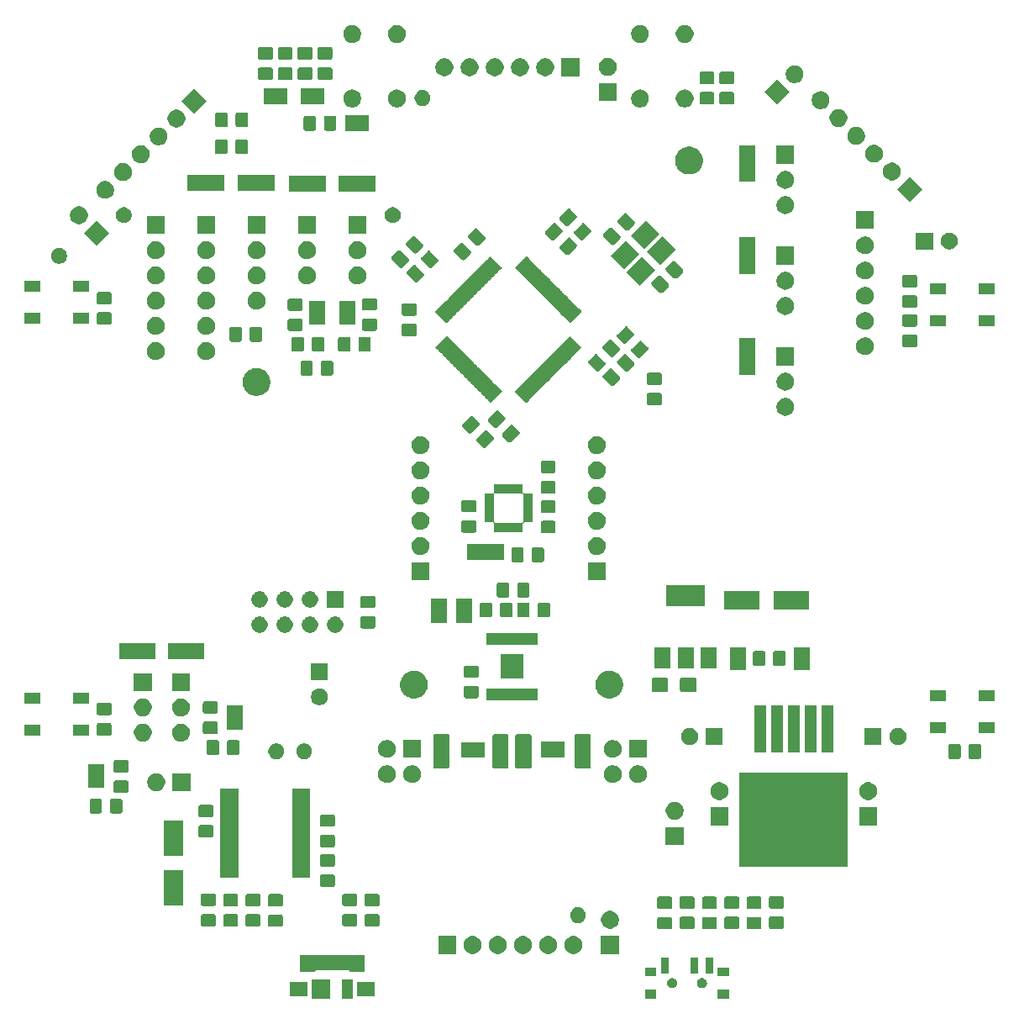
<source format=gbr>
G04 #@! TF.GenerationSoftware,KiCad,Pcbnew,(5.1.5)-3*
G04 #@! TF.CreationDate,2020-11-07T15:15:16-05:00*
G04 #@! TF.ProjectId,PRoMo,50526f4d-6f2e-46b6-9963-61645f706362,rev?*
G04 #@! TF.SameCoordinates,Original*
G04 #@! TF.FileFunction,Soldermask,Top*
G04 #@! TF.FilePolarity,Negative*
%FSLAX46Y46*%
G04 Gerber Fmt 4.6, Leading zero omitted, Abs format (unit mm)*
G04 Created by KiCad (PCBNEW (5.1.5)-3) date 2020-11-07 15:15:16*
%MOMM*%
%LPD*%
G04 APERTURE LIST*
%ADD10C,0.100000*%
G04 APERTURE END LIST*
D10*
G36*
X124819510Y-159751000D02*
G01*
X123717510Y-159751000D01*
X123717510Y-157749000D01*
X124819510Y-157749000D01*
X124819510Y-159751000D01*
G37*
G36*
X122519510Y-159751000D02*
G01*
X120617510Y-159751000D01*
X120617510Y-157749000D01*
X122519510Y-157749000D01*
X122519510Y-159751000D01*
G37*
G36*
X162669510Y-159681000D02*
G01*
X161567510Y-159681000D01*
X161567510Y-158779000D01*
X162669510Y-158779000D01*
X162669510Y-159681000D01*
G37*
G36*
X155369510Y-159681000D02*
G01*
X154267510Y-159681000D01*
X154267510Y-158779000D01*
X155369510Y-158779000D01*
X155369510Y-159681000D01*
G37*
G36*
X126969510Y-159451000D02*
G01*
X125217510Y-159451000D01*
X125217510Y-158049000D01*
X126969510Y-158049000D01*
X126969510Y-159451000D01*
G37*
G36*
X120219510Y-159451000D02*
G01*
X118467510Y-159451000D01*
X118467510Y-158049000D01*
X120219510Y-158049000D01*
X120219510Y-159451000D01*
G37*
G36*
X157066250Y-157638626D02*
G01*
X157114646Y-157648253D01*
X157152412Y-157663896D01*
X157205821Y-157686019D01*
X157205822Y-157686020D01*
X157287879Y-157740848D01*
X157357662Y-157810631D01*
X157357663Y-157810633D01*
X157412491Y-157892689D01*
X157450257Y-157983865D01*
X157469510Y-158080655D01*
X157469510Y-158179345D01*
X157450257Y-158276135D01*
X157412491Y-158367311D01*
X157412490Y-158367312D01*
X157357662Y-158449369D01*
X157287879Y-158519152D01*
X157246572Y-158546752D01*
X157205821Y-158573981D01*
X157152412Y-158596104D01*
X157114646Y-158611747D01*
X157066250Y-158621373D01*
X157017855Y-158631000D01*
X156919165Y-158631000D01*
X156870770Y-158621373D01*
X156822374Y-158611747D01*
X156784608Y-158596104D01*
X156731199Y-158573981D01*
X156690448Y-158546752D01*
X156649141Y-158519152D01*
X156579358Y-158449369D01*
X156524530Y-158367312D01*
X156524529Y-158367311D01*
X156486763Y-158276135D01*
X156467510Y-158179345D01*
X156467510Y-158080655D01*
X156486763Y-157983865D01*
X156524529Y-157892689D01*
X156579357Y-157810633D01*
X156579358Y-157810631D01*
X156649141Y-157740848D01*
X156731198Y-157686020D01*
X156731199Y-157686019D01*
X156784608Y-157663896D01*
X156822374Y-157648253D01*
X156870770Y-157638626D01*
X156919165Y-157629000D01*
X157017855Y-157629000D01*
X157066250Y-157638626D01*
G37*
G36*
X160066250Y-157638626D02*
G01*
X160114646Y-157648253D01*
X160152412Y-157663896D01*
X160205821Y-157686019D01*
X160205822Y-157686020D01*
X160287879Y-157740848D01*
X160357662Y-157810631D01*
X160357663Y-157810633D01*
X160412491Y-157892689D01*
X160450257Y-157983865D01*
X160469510Y-158080655D01*
X160469510Y-158179345D01*
X160450257Y-158276135D01*
X160412491Y-158367311D01*
X160412490Y-158367312D01*
X160357662Y-158449369D01*
X160287879Y-158519152D01*
X160246572Y-158546752D01*
X160205821Y-158573981D01*
X160152412Y-158596104D01*
X160114646Y-158611747D01*
X160066250Y-158621373D01*
X160017855Y-158631000D01*
X159919165Y-158631000D01*
X159870770Y-158621373D01*
X159822374Y-158611747D01*
X159784608Y-158596104D01*
X159731199Y-158573981D01*
X159690448Y-158546752D01*
X159649141Y-158519152D01*
X159579358Y-158449369D01*
X159524530Y-158367312D01*
X159524529Y-158367311D01*
X159486763Y-158276135D01*
X159467510Y-158179345D01*
X159467510Y-158080655D01*
X159486763Y-157983865D01*
X159524529Y-157892689D01*
X159579357Y-157810633D01*
X159579358Y-157810631D01*
X159649141Y-157740848D01*
X159731198Y-157686020D01*
X159731199Y-157686019D01*
X159784608Y-157663896D01*
X159822374Y-157648253D01*
X159870770Y-157638626D01*
X159919165Y-157629000D01*
X160017855Y-157629000D01*
X160066250Y-157638626D01*
G37*
G36*
X155369510Y-157471000D02*
G01*
X154267510Y-157471000D01*
X154267510Y-156569000D01*
X155369510Y-156569000D01*
X155369510Y-157471000D01*
G37*
G36*
X162669510Y-157471000D02*
G01*
X161567510Y-157471000D01*
X161567510Y-156569000D01*
X162669510Y-156569000D01*
X162669510Y-157471000D01*
G37*
G36*
X159619510Y-157171000D02*
G01*
X158817510Y-157171000D01*
X158817510Y-155569000D01*
X159619510Y-155569000D01*
X159619510Y-157171000D01*
G37*
G36*
X156619510Y-157171000D02*
G01*
X155817510Y-157171000D01*
X155817510Y-155569000D01*
X156619510Y-155569000D01*
X156619510Y-157171000D01*
G37*
G36*
X161119510Y-157171000D02*
G01*
X160317510Y-157171000D01*
X160317510Y-155569000D01*
X161119510Y-155569000D01*
X161119510Y-157171000D01*
G37*
G36*
X125969510Y-157001000D02*
G01*
X124442510Y-157001000D01*
X124442510Y-156955999D01*
X124440108Y-156931613D01*
X124432995Y-156908164D01*
X124421444Y-156886553D01*
X124405899Y-156867611D01*
X124386957Y-156852066D01*
X124365346Y-156840515D01*
X124341897Y-156833402D01*
X124317511Y-156831000D01*
X121119509Y-156831000D01*
X121095123Y-156833402D01*
X121071674Y-156840515D01*
X121050063Y-156852066D01*
X121031121Y-156867611D01*
X121015576Y-156886553D01*
X121004025Y-156908164D01*
X120996912Y-156931613D01*
X120994510Y-156955999D01*
X120994510Y-157001000D01*
X119467510Y-157001000D01*
X119467510Y-155349000D01*
X125969510Y-155349000D01*
X125969510Y-157001000D01*
G37*
G36*
X147122022Y-153403927D02*
G01*
X147271322Y-153433624D01*
X147435294Y-153501544D01*
X147582864Y-153600147D01*
X147708363Y-153725646D01*
X147806966Y-153873216D01*
X147874886Y-154037188D01*
X147909510Y-154211259D01*
X147909510Y-154388741D01*
X147874886Y-154562812D01*
X147806966Y-154726784D01*
X147708363Y-154874354D01*
X147582864Y-154999853D01*
X147435294Y-155098456D01*
X147271322Y-155166376D01*
X147122022Y-155196073D01*
X147097252Y-155201000D01*
X146919768Y-155201000D01*
X146894998Y-155196073D01*
X146745698Y-155166376D01*
X146581726Y-155098456D01*
X146434156Y-154999853D01*
X146308657Y-154874354D01*
X146210054Y-154726784D01*
X146142134Y-154562812D01*
X146107510Y-154388741D01*
X146107510Y-154211259D01*
X146142134Y-154037188D01*
X146210054Y-153873216D01*
X146308657Y-153725646D01*
X146434156Y-153600147D01*
X146581726Y-153501544D01*
X146745698Y-153433624D01*
X146894998Y-153403927D01*
X146919768Y-153399000D01*
X147097252Y-153399000D01*
X147122022Y-153403927D01*
G37*
G36*
X139502022Y-153403927D02*
G01*
X139651322Y-153433624D01*
X139815294Y-153501544D01*
X139962864Y-153600147D01*
X140088363Y-153725646D01*
X140186966Y-153873216D01*
X140254886Y-154037188D01*
X140289510Y-154211259D01*
X140289510Y-154388741D01*
X140254886Y-154562812D01*
X140186966Y-154726784D01*
X140088363Y-154874354D01*
X139962864Y-154999853D01*
X139815294Y-155098456D01*
X139651322Y-155166376D01*
X139502022Y-155196073D01*
X139477252Y-155201000D01*
X139299768Y-155201000D01*
X139274998Y-155196073D01*
X139125698Y-155166376D01*
X138961726Y-155098456D01*
X138814156Y-154999853D01*
X138688657Y-154874354D01*
X138590054Y-154726784D01*
X138522134Y-154562812D01*
X138487510Y-154388741D01*
X138487510Y-154211259D01*
X138522134Y-154037188D01*
X138590054Y-153873216D01*
X138688657Y-153725646D01*
X138814156Y-153600147D01*
X138961726Y-153501544D01*
X139125698Y-153433624D01*
X139274998Y-153403927D01*
X139299768Y-153399000D01*
X139477252Y-153399000D01*
X139502022Y-153403927D01*
G37*
G36*
X135209510Y-155201000D02*
G01*
X133407510Y-155201000D01*
X133407510Y-153399000D01*
X135209510Y-153399000D01*
X135209510Y-155201000D01*
G37*
G36*
X136962022Y-153403927D02*
G01*
X137111322Y-153433624D01*
X137275294Y-153501544D01*
X137422864Y-153600147D01*
X137548363Y-153725646D01*
X137646966Y-153873216D01*
X137714886Y-154037188D01*
X137749510Y-154211259D01*
X137749510Y-154388741D01*
X137714886Y-154562812D01*
X137646966Y-154726784D01*
X137548363Y-154874354D01*
X137422864Y-154999853D01*
X137275294Y-155098456D01*
X137111322Y-155166376D01*
X136962022Y-155196073D01*
X136937252Y-155201000D01*
X136759768Y-155201000D01*
X136734998Y-155196073D01*
X136585698Y-155166376D01*
X136421726Y-155098456D01*
X136274156Y-154999853D01*
X136148657Y-154874354D01*
X136050054Y-154726784D01*
X135982134Y-154562812D01*
X135947510Y-154388741D01*
X135947510Y-154211259D01*
X135982134Y-154037188D01*
X136050054Y-153873216D01*
X136148657Y-153725646D01*
X136274156Y-153600147D01*
X136421726Y-153501544D01*
X136585698Y-153433624D01*
X136734998Y-153403927D01*
X136759768Y-153399000D01*
X136937252Y-153399000D01*
X136962022Y-153403927D01*
G37*
G36*
X142042022Y-153403927D02*
G01*
X142191322Y-153433624D01*
X142355294Y-153501544D01*
X142502864Y-153600147D01*
X142628363Y-153725646D01*
X142726966Y-153873216D01*
X142794886Y-154037188D01*
X142829510Y-154211259D01*
X142829510Y-154388741D01*
X142794886Y-154562812D01*
X142726966Y-154726784D01*
X142628363Y-154874354D01*
X142502864Y-154999853D01*
X142355294Y-155098456D01*
X142191322Y-155166376D01*
X142042022Y-155196073D01*
X142017252Y-155201000D01*
X141839768Y-155201000D01*
X141814998Y-155196073D01*
X141665698Y-155166376D01*
X141501726Y-155098456D01*
X141354156Y-154999853D01*
X141228657Y-154874354D01*
X141130054Y-154726784D01*
X141062134Y-154562812D01*
X141027510Y-154388741D01*
X141027510Y-154211259D01*
X141062134Y-154037188D01*
X141130054Y-153873216D01*
X141228657Y-153725646D01*
X141354156Y-153600147D01*
X141501726Y-153501544D01*
X141665698Y-153433624D01*
X141814998Y-153403927D01*
X141839768Y-153399000D01*
X142017252Y-153399000D01*
X142042022Y-153403927D01*
G37*
G36*
X144582022Y-153403927D02*
G01*
X144731322Y-153433624D01*
X144895294Y-153501544D01*
X145042864Y-153600147D01*
X145168363Y-153725646D01*
X145266966Y-153873216D01*
X145334886Y-154037188D01*
X145369510Y-154211259D01*
X145369510Y-154388741D01*
X145334886Y-154562812D01*
X145266966Y-154726784D01*
X145168363Y-154874354D01*
X145042864Y-154999853D01*
X144895294Y-155098456D01*
X144731322Y-155166376D01*
X144582022Y-155196073D01*
X144557252Y-155201000D01*
X144379768Y-155201000D01*
X144354998Y-155196073D01*
X144205698Y-155166376D01*
X144041726Y-155098456D01*
X143894156Y-154999853D01*
X143768657Y-154874354D01*
X143670054Y-154726784D01*
X143602134Y-154562812D01*
X143567510Y-154388741D01*
X143567510Y-154211259D01*
X143602134Y-154037188D01*
X143670054Y-153873216D01*
X143768657Y-153725646D01*
X143894156Y-153600147D01*
X144041726Y-153501544D01*
X144205698Y-153433624D01*
X144354998Y-153403927D01*
X144379768Y-153399000D01*
X144557252Y-153399000D01*
X144582022Y-153403927D01*
G37*
G36*
X151601000Y-155201000D02*
G01*
X149799000Y-155201000D01*
X149799000Y-153399000D01*
X151601000Y-153399000D01*
X151601000Y-155201000D01*
G37*
G36*
X156807184Y-151478465D02*
G01*
X156844877Y-151489899D01*
X156879613Y-151508466D01*
X156910058Y-151533452D01*
X156935044Y-151563897D01*
X156953611Y-151598633D01*
X156965045Y-151636326D01*
X156969510Y-151681661D01*
X156969510Y-152518339D01*
X156965045Y-152563674D01*
X156953611Y-152601367D01*
X156935044Y-152636103D01*
X156910058Y-152666548D01*
X156879613Y-152691534D01*
X156844877Y-152710101D01*
X156807184Y-152721535D01*
X156761849Y-152726000D01*
X155675171Y-152726000D01*
X155629836Y-152721535D01*
X155592143Y-152710101D01*
X155557407Y-152691534D01*
X155526962Y-152666548D01*
X155501976Y-152636103D01*
X155483409Y-152601367D01*
X155471975Y-152563674D01*
X155467510Y-152518339D01*
X155467510Y-151681661D01*
X155471975Y-151636326D01*
X155483409Y-151598633D01*
X155501976Y-151563897D01*
X155526962Y-151533452D01*
X155557407Y-151508466D01*
X155592143Y-151489899D01*
X155629836Y-151478465D01*
X155675171Y-151474000D01*
X156761849Y-151474000D01*
X156807184Y-151478465D01*
G37*
G36*
X165807184Y-151478465D02*
G01*
X165844877Y-151489899D01*
X165879613Y-151508466D01*
X165910058Y-151533452D01*
X165935044Y-151563897D01*
X165953611Y-151598633D01*
X165965045Y-151636326D01*
X165969510Y-151681661D01*
X165969510Y-152518339D01*
X165965045Y-152563674D01*
X165953611Y-152601367D01*
X165935044Y-152636103D01*
X165910058Y-152666548D01*
X165879613Y-152691534D01*
X165844877Y-152710101D01*
X165807184Y-152721535D01*
X165761849Y-152726000D01*
X164675171Y-152726000D01*
X164629836Y-152721535D01*
X164592143Y-152710101D01*
X164557407Y-152691534D01*
X164526962Y-152666548D01*
X164501976Y-152636103D01*
X164483409Y-152601367D01*
X164471975Y-152563674D01*
X164467510Y-152518339D01*
X164467510Y-151681661D01*
X164471975Y-151636326D01*
X164483409Y-151598633D01*
X164501976Y-151563897D01*
X164526962Y-151533452D01*
X164557407Y-151508466D01*
X164592143Y-151489899D01*
X164629836Y-151478465D01*
X164675171Y-151474000D01*
X165761849Y-151474000D01*
X165807184Y-151478465D01*
G37*
G36*
X161307184Y-151478465D02*
G01*
X161344877Y-151489899D01*
X161379613Y-151508466D01*
X161410058Y-151533452D01*
X161435044Y-151563897D01*
X161453611Y-151598633D01*
X161465045Y-151636326D01*
X161469510Y-151681661D01*
X161469510Y-152518339D01*
X161465045Y-152563674D01*
X161453611Y-152601367D01*
X161435044Y-152636103D01*
X161410058Y-152666548D01*
X161379613Y-152691534D01*
X161344877Y-152710101D01*
X161307184Y-152721535D01*
X161261849Y-152726000D01*
X160175171Y-152726000D01*
X160129836Y-152721535D01*
X160092143Y-152710101D01*
X160057407Y-152691534D01*
X160026962Y-152666548D01*
X160001976Y-152636103D01*
X159983409Y-152601367D01*
X159971975Y-152563674D01*
X159967510Y-152518339D01*
X159967510Y-151681661D01*
X159971975Y-151636326D01*
X159983409Y-151598633D01*
X160001976Y-151563897D01*
X160026962Y-151533452D01*
X160057407Y-151508466D01*
X160092143Y-151489899D01*
X160129836Y-151478465D01*
X160175171Y-151474000D01*
X161261849Y-151474000D01*
X161307184Y-151478465D01*
G37*
G36*
X159057184Y-151453465D02*
G01*
X159094877Y-151464899D01*
X159129613Y-151483466D01*
X159160058Y-151508452D01*
X159185044Y-151538897D01*
X159203611Y-151573633D01*
X159215045Y-151611326D01*
X159219510Y-151656661D01*
X159219510Y-152493339D01*
X159215045Y-152538674D01*
X159203611Y-152576367D01*
X159185044Y-152611103D01*
X159160058Y-152641548D01*
X159129613Y-152666534D01*
X159094877Y-152685101D01*
X159057184Y-152696535D01*
X159011849Y-152701000D01*
X157925171Y-152701000D01*
X157879836Y-152696535D01*
X157842143Y-152685101D01*
X157807407Y-152666534D01*
X157776962Y-152641548D01*
X157751976Y-152611103D01*
X157733409Y-152576367D01*
X157721975Y-152538674D01*
X157717510Y-152493339D01*
X157717510Y-151656661D01*
X157721975Y-151611326D01*
X157733409Y-151573633D01*
X157751976Y-151538897D01*
X157776962Y-151508452D01*
X157807407Y-151483466D01*
X157842143Y-151464899D01*
X157879836Y-151453465D01*
X157925171Y-151449000D01*
X159011849Y-151449000D01*
X159057184Y-151453465D01*
G37*
G36*
X163557184Y-151453465D02*
G01*
X163594877Y-151464899D01*
X163629613Y-151483466D01*
X163660058Y-151508452D01*
X163685044Y-151538897D01*
X163703611Y-151573633D01*
X163715045Y-151611326D01*
X163719510Y-151656661D01*
X163719510Y-152493339D01*
X163715045Y-152538674D01*
X163703611Y-152576367D01*
X163685044Y-152611103D01*
X163660058Y-152641548D01*
X163629613Y-152666534D01*
X163594877Y-152685101D01*
X163557184Y-152696535D01*
X163511849Y-152701000D01*
X162425171Y-152701000D01*
X162379836Y-152696535D01*
X162342143Y-152685101D01*
X162307407Y-152666534D01*
X162276962Y-152641548D01*
X162251976Y-152611103D01*
X162233409Y-152576367D01*
X162221975Y-152538674D01*
X162217510Y-152493339D01*
X162217510Y-151656661D01*
X162221975Y-151611326D01*
X162233409Y-151573633D01*
X162251976Y-151538897D01*
X162276962Y-151508452D01*
X162307407Y-151483466D01*
X162342143Y-151464899D01*
X162379836Y-151453465D01*
X162425171Y-151449000D01*
X163511849Y-151449000D01*
X163557184Y-151453465D01*
G37*
G36*
X168057184Y-151428465D02*
G01*
X168094877Y-151439899D01*
X168129613Y-151458466D01*
X168160058Y-151483452D01*
X168185044Y-151513897D01*
X168203611Y-151548633D01*
X168215045Y-151586326D01*
X168219510Y-151631661D01*
X168219510Y-152468339D01*
X168215045Y-152513674D01*
X168203611Y-152551367D01*
X168185044Y-152586103D01*
X168160058Y-152616548D01*
X168129613Y-152641534D01*
X168094877Y-152660101D01*
X168057184Y-152671535D01*
X168011849Y-152676000D01*
X166925171Y-152676000D01*
X166879836Y-152671535D01*
X166842143Y-152660101D01*
X166807407Y-152641534D01*
X166776962Y-152616548D01*
X166751976Y-152586103D01*
X166733409Y-152551367D01*
X166721975Y-152513674D01*
X166717510Y-152468339D01*
X166717510Y-151631661D01*
X166721975Y-151586326D01*
X166733409Y-151548633D01*
X166751976Y-151513897D01*
X166776962Y-151483452D01*
X166807407Y-151458466D01*
X166842143Y-151439899D01*
X166879836Y-151428465D01*
X166925171Y-151424000D01*
X168011849Y-151424000D01*
X168057184Y-151428465D01*
G37*
G36*
X150813512Y-150863927D02*
G01*
X150962812Y-150893624D01*
X151126784Y-150961544D01*
X151274354Y-151060147D01*
X151399853Y-151185646D01*
X151498456Y-151333216D01*
X151566376Y-151497188D01*
X151601000Y-151671259D01*
X151601000Y-151848741D01*
X151566376Y-152022812D01*
X151498456Y-152186784D01*
X151399853Y-152334354D01*
X151274354Y-152459853D01*
X151126784Y-152558456D01*
X150962812Y-152626376D01*
X150818247Y-152655131D01*
X150788742Y-152661000D01*
X150611258Y-152661000D01*
X150581753Y-152655131D01*
X150437188Y-152626376D01*
X150273216Y-152558456D01*
X150125646Y-152459853D01*
X150000147Y-152334354D01*
X149901544Y-152186784D01*
X149833624Y-152022812D01*
X149799000Y-151848741D01*
X149799000Y-151671259D01*
X149833624Y-151497188D01*
X149901544Y-151333216D01*
X150000147Y-151185646D01*
X150125646Y-151060147D01*
X150273216Y-150961544D01*
X150437188Y-150893624D01*
X150586488Y-150863927D01*
X150611258Y-150859000D01*
X150788742Y-150859000D01*
X150813512Y-150863927D01*
G37*
G36*
X117557184Y-151228465D02*
G01*
X117594877Y-151239899D01*
X117629613Y-151258466D01*
X117660058Y-151283452D01*
X117685044Y-151313897D01*
X117703611Y-151348633D01*
X117715045Y-151386326D01*
X117719510Y-151431661D01*
X117719510Y-152268339D01*
X117715045Y-152313674D01*
X117703611Y-152351367D01*
X117685044Y-152386103D01*
X117660058Y-152416548D01*
X117629613Y-152441534D01*
X117594877Y-152460101D01*
X117557184Y-152471535D01*
X117511849Y-152476000D01*
X116425171Y-152476000D01*
X116379836Y-152471535D01*
X116342143Y-152460101D01*
X116307407Y-152441534D01*
X116276962Y-152416548D01*
X116251976Y-152386103D01*
X116233409Y-152351367D01*
X116221975Y-152313674D01*
X116217510Y-152268339D01*
X116217510Y-151431661D01*
X116221975Y-151386326D01*
X116233409Y-151348633D01*
X116251976Y-151313897D01*
X116276962Y-151283452D01*
X116307407Y-151258466D01*
X116342143Y-151239899D01*
X116379836Y-151228465D01*
X116425171Y-151224000D01*
X117511849Y-151224000D01*
X117557184Y-151228465D01*
G37*
G36*
X115307184Y-151203465D02*
G01*
X115344877Y-151214899D01*
X115379613Y-151233466D01*
X115410058Y-151258452D01*
X115435044Y-151288897D01*
X115453611Y-151323633D01*
X115465045Y-151361326D01*
X115469510Y-151406661D01*
X115469510Y-152243339D01*
X115465045Y-152288674D01*
X115453611Y-152326367D01*
X115435044Y-152361103D01*
X115410058Y-152391548D01*
X115379613Y-152416534D01*
X115344877Y-152435101D01*
X115307184Y-152446535D01*
X115261849Y-152451000D01*
X114175171Y-152451000D01*
X114129836Y-152446535D01*
X114092143Y-152435101D01*
X114057407Y-152416534D01*
X114026962Y-152391548D01*
X114001976Y-152361103D01*
X113983409Y-152326367D01*
X113971975Y-152288674D01*
X113967510Y-152243339D01*
X113967510Y-151406661D01*
X113971975Y-151361326D01*
X113983409Y-151323633D01*
X114001976Y-151288897D01*
X114026962Y-151258452D01*
X114057407Y-151233466D01*
X114092143Y-151214899D01*
X114129836Y-151203465D01*
X114175171Y-151199000D01*
X115261849Y-151199000D01*
X115307184Y-151203465D01*
G37*
G36*
X127307184Y-151203465D02*
G01*
X127344877Y-151214899D01*
X127379613Y-151233466D01*
X127410058Y-151258452D01*
X127435044Y-151288897D01*
X127453611Y-151323633D01*
X127465045Y-151361326D01*
X127469510Y-151406661D01*
X127469510Y-152243339D01*
X127465045Y-152288674D01*
X127453611Y-152326367D01*
X127435044Y-152361103D01*
X127410058Y-152391548D01*
X127379613Y-152416534D01*
X127344877Y-152435101D01*
X127307184Y-152446535D01*
X127261849Y-152451000D01*
X126175171Y-152451000D01*
X126129836Y-152446535D01*
X126092143Y-152435101D01*
X126057407Y-152416534D01*
X126026962Y-152391548D01*
X126001976Y-152361103D01*
X125983409Y-152326367D01*
X125971975Y-152288674D01*
X125967510Y-152243339D01*
X125967510Y-151406661D01*
X125971975Y-151361326D01*
X125983409Y-151323633D01*
X126001976Y-151288897D01*
X126026962Y-151258452D01*
X126057407Y-151233466D01*
X126092143Y-151214899D01*
X126129836Y-151203465D01*
X126175171Y-151199000D01*
X127261849Y-151199000D01*
X127307184Y-151203465D01*
G37*
G36*
X113057184Y-151203465D02*
G01*
X113094877Y-151214899D01*
X113129613Y-151233466D01*
X113160058Y-151258452D01*
X113185044Y-151288897D01*
X113203611Y-151323633D01*
X113215045Y-151361326D01*
X113219510Y-151406661D01*
X113219510Y-152243339D01*
X113215045Y-152288674D01*
X113203611Y-152326367D01*
X113185044Y-152361103D01*
X113160058Y-152391548D01*
X113129613Y-152416534D01*
X113094877Y-152435101D01*
X113057184Y-152446535D01*
X113011849Y-152451000D01*
X111925171Y-152451000D01*
X111879836Y-152446535D01*
X111842143Y-152435101D01*
X111807407Y-152416534D01*
X111776962Y-152391548D01*
X111751976Y-152361103D01*
X111733409Y-152326367D01*
X111721975Y-152288674D01*
X111717510Y-152243339D01*
X111717510Y-151406661D01*
X111721975Y-151361326D01*
X111733409Y-151323633D01*
X111751976Y-151288897D01*
X111776962Y-151258452D01*
X111807407Y-151233466D01*
X111842143Y-151214899D01*
X111879836Y-151203465D01*
X111925171Y-151199000D01*
X113011849Y-151199000D01*
X113057184Y-151203465D01*
G37*
G36*
X125057184Y-151178465D02*
G01*
X125094877Y-151189899D01*
X125129613Y-151208466D01*
X125160058Y-151233452D01*
X125185044Y-151263897D01*
X125203611Y-151298633D01*
X125215045Y-151336326D01*
X125219510Y-151381661D01*
X125219510Y-152218339D01*
X125215045Y-152263674D01*
X125203611Y-152301367D01*
X125185044Y-152336103D01*
X125160058Y-152366548D01*
X125129613Y-152391534D01*
X125094877Y-152410101D01*
X125057184Y-152421535D01*
X125011849Y-152426000D01*
X123925171Y-152426000D01*
X123879836Y-152421535D01*
X123842143Y-152410101D01*
X123807407Y-152391534D01*
X123776962Y-152366548D01*
X123751976Y-152336103D01*
X123733409Y-152301367D01*
X123721975Y-152263674D01*
X123717510Y-152218339D01*
X123717510Y-151381661D01*
X123721975Y-151336326D01*
X123733409Y-151298633D01*
X123751976Y-151263897D01*
X123776962Y-151233452D01*
X123807407Y-151208466D01*
X123842143Y-151189899D01*
X123879836Y-151178465D01*
X123925171Y-151174000D01*
X125011849Y-151174000D01*
X125057184Y-151178465D01*
G37*
G36*
X110807184Y-151178465D02*
G01*
X110844877Y-151189899D01*
X110879613Y-151208466D01*
X110910058Y-151233452D01*
X110935044Y-151263897D01*
X110953611Y-151298633D01*
X110965045Y-151336326D01*
X110969510Y-151381661D01*
X110969510Y-152218339D01*
X110965045Y-152263674D01*
X110953611Y-152301367D01*
X110935044Y-152336103D01*
X110910058Y-152366548D01*
X110879613Y-152391534D01*
X110844877Y-152410101D01*
X110807184Y-152421535D01*
X110761849Y-152426000D01*
X109675171Y-152426000D01*
X109629836Y-152421535D01*
X109592143Y-152410101D01*
X109557407Y-152391534D01*
X109526962Y-152366548D01*
X109501976Y-152336103D01*
X109483409Y-152301367D01*
X109471975Y-152263674D01*
X109467510Y-152218339D01*
X109467510Y-151381661D01*
X109471975Y-151336326D01*
X109483409Y-151298633D01*
X109501976Y-151263897D01*
X109526962Y-151233452D01*
X109557407Y-151208466D01*
X109592143Y-151189899D01*
X109629836Y-151178465D01*
X109675171Y-151174000D01*
X110761849Y-151174000D01*
X110807184Y-151178465D01*
G37*
G36*
X147702152Y-150529781D02*
G01*
X147847924Y-150590162D01*
X147847926Y-150590163D01*
X147979118Y-150677822D01*
X148090688Y-150789392D01*
X148178347Y-150920584D01*
X148178348Y-150920586D01*
X148238729Y-151066358D01*
X148269510Y-151221107D01*
X148269510Y-151378893D01*
X148238729Y-151533642D01*
X148183045Y-151668075D01*
X148178347Y-151679416D01*
X148090688Y-151810608D01*
X147979118Y-151922178D01*
X147847926Y-152009837D01*
X147847925Y-152009838D01*
X147847924Y-152009838D01*
X147702152Y-152070219D01*
X147547403Y-152101000D01*
X147389617Y-152101000D01*
X147234868Y-152070219D01*
X147089096Y-152009838D01*
X147089095Y-152009838D01*
X147089094Y-152009837D01*
X146957902Y-151922178D01*
X146846332Y-151810608D01*
X146758673Y-151679416D01*
X146753975Y-151668075D01*
X146698291Y-151533642D01*
X146667510Y-151378893D01*
X146667510Y-151221107D01*
X146698291Y-151066358D01*
X146758672Y-150920586D01*
X146758673Y-150920584D01*
X146846332Y-150789392D01*
X146957902Y-150677822D01*
X147089094Y-150590163D01*
X147089096Y-150590162D01*
X147234868Y-150529781D01*
X147389617Y-150499000D01*
X147547403Y-150499000D01*
X147702152Y-150529781D01*
G37*
G36*
X165807184Y-149428465D02*
G01*
X165844877Y-149439899D01*
X165879613Y-149458466D01*
X165910058Y-149483452D01*
X165935044Y-149513897D01*
X165953611Y-149548633D01*
X165965045Y-149586326D01*
X165969510Y-149631661D01*
X165969510Y-150468339D01*
X165965045Y-150513674D01*
X165953611Y-150551367D01*
X165935044Y-150586103D01*
X165910058Y-150616548D01*
X165879613Y-150641534D01*
X165844877Y-150660101D01*
X165807184Y-150671535D01*
X165761849Y-150676000D01*
X164675171Y-150676000D01*
X164629836Y-150671535D01*
X164592143Y-150660101D01*
X164557407Y-150641534D01*
X164526962Y-150616548D01*
X164501976Y-150586103D01*
X164483409Y-150551367D01*
X164471975Y-150513674D01*
X164467510Y-150468339D01*
X164467510Y-149631661D01*
X164471975Y-149586326D01*
X164483409Y-149548633D01*
X164501976Y-149513897D01*
X164526962Y-149483452D01*
X164557407Y-149458466D01*
X164592143Y-149439899D01*
X164629836Y-149428465D01*
X164675171Y-149424000D01*
X165761849Y-149424000D01*
X165807184Y-149428465D01*
G37*
G36*
X156807184Y-149428465D02*
G01*
X156844877Y-149439899D01*
X156879613Y-149458466D01*
X156910058Y-149483452D01*
X156935044Y-149513897D01*
X156953611Y-149548633D01*
X156965045Y-149586326D01*
X156969510Y-149631661D01*
X156969510Y-150468339D01*
X156965045Y-150513674D01*
X156953611Y-150551367D01*
X156935044Y-150586103D01*
X156910058Y-150616548D01*
X156879613Y-150641534D01*
X156844877Y-150660101D01*
X156807184Y-150671535D01*
X156761849Y-150676000D01*
X155675171Y-150676000D01*
X155629836Y-150671535D01*
X155592143Y-150660101D01*
X155557407Y-150641534D01*
X155526962Y-150616548D01*
X155501976Y-150586103D01*
X155483409Y-150551367D01*
X155471975Y-150513674D01*
X155467510Y-150468339D01*
X155467510Y-149631661D01*
X155471975Y-149586326D01*
X155483409Y-149548633D01*
X155501976Y-149513897D01*
X155526962Y-149483452D01*
X155557407Y-149458466D01*
X155592143Y-149439899D01*
X155629836Y-149428465D01*
X155675171Y-149424000D01*
X156761849Y-149424000D01*
X156807184Y-149428465D01*
G37*
G36*
X161307184Y-149428465D02*
G01*
X161344877Y-149439899D01*
X161379613Y-149458466D01*
X161410058Y-149483452D01*
X161435044Y-149513897D01*
X161453611Y-149548633D01*
X161465045Y-149586326D01*
X161469510Y-149631661D01*
X161469510Y-150468339D01*
X161465045Y-150513674D01*
X161453611Y-150551367D01*
X161435044Y-150586103D01*
X161410058Y-150616548D01*
X161379613Y-150641534D01*
X161344877Y-150660101D01*
X161307184Y-150671535D01*
X161261849Y-150676000D01*
X160175171Y-150676000D01*
X160129836Y-150671535D01*
X160092143Y-150660101D01*
X160057407Y-150641534D01*
X160026962Y-150616548D01*
X160001976Y-150586103D01*
X159983409Y-150551367D01*
X159971975Y-150513674D01*
X159967510Y-150468339D01*
X159967510Y-149631661D01*
X159971975Y-149586326D01*
X159983409Y-149548633D01*
X160001976Y-149513897D01*
X160026962Y-149483452D01*
X160057407Y-149458466D01*
X160092143Y-149439899D01*
X160129836Y-149428465D01*
X160175171Y-149424000D01*
X161261849Y-149424000D01*
X161307184Y-149428465D01*
G37*
G36*
X159057184Y-149403465D02*
G01*
X159094877Y-149414899D01*
X159129613Y-149433466D01*
X159160058Y-149458452D01*
X159185044Y-149488897D01*
X159203611Y-149523633D01*
X159215045Y-149561326D01*
X159219510Y-149606661D01*
X159219510Y-150443339D01*
X159215045Y-150488674D01*
X159203611Y-150526367D01*
X159185044Y-150561103D01*
X159160058Y-150591548D01*
X159129613Y-150616534D01*
X159094877Y-150635101D01*
X159057184Y-150646535D01*
X159011849Y-150651000D01*
X157925171Y-150651000D01*
X157879836Y-150646535D01*
X157842143Y-150635101D01*
X157807407Y-150616534D01*
X157776962Y-150591548D01*
X157751976Y-150561103D01*
X157733409Y-150526367D01*
X157721975Y-150488674D01*
X157717510Y-150443339D01*
X157717510Y-149606661D01*
X157721975Y-149561326D01*
X157733409Y-149523633D01*
X157751976Y-149488897D01*
X157776962Y-149458452D01*
X157807407Y-149433466D01*
X157842143Y-149414899D01*
X157879836Y-149403465D01*
X157925171Y-149399000D01*
X159011849Y-149399000D01*
X159057184Y-149403465D01*
G37*
G36*
X163557184Y-149403465D02*
G01*
X163594877Y-149414899D01*
X163629613Y-149433466D01*
X163660058Y-149458452D01*
X163685044Y-149488897D01*
X163703611Y-149523633D01*
X163715045Y-149561326D01*
X163719510Y-149606661D01*
X163719510Y-150443339D01*
X163715045Y-150488674D01*
X163703611Y-150526367D01*
X163685044Y-150561103D01*
X163660058Y-150591548D01*
X163629613Y-150616534D01*
X163594877Y-150635101D01*
X163557184Y-150646535D01*
X163511849Y-150651000D01*
X162425171Y-150651000D01*
X162379836Y-150646535D01*
X162342143Y-150635101D01*
X162307407Y-150616534D01*
X162276962Y-150591548D01*
X162251976Y-150561103D01*
X162233409Y-150526367D01*
X162221975Y-150488674D01*
X162217510Y-150443339D01*
X162217510Y-149606661D01*
X162221975Y-149561326D01*
X162233409Y-149523633D01*
X162251976Y-149488897D01*
X162276962Y-149458452D01*
X162307407Y-149433466D01*
X162342143Y-149414899D01*
X162379836Y-149403465D01*
X162425171Y-149399000D01*
X163511849Y-149399000D01*
X163557184Y-149403465D01*
G37*
G36*
X168057184Y-149378465D02*
G01*
X168094877Y-149389899D01*
X168129613Y-149408466D01*
X168160058Y-149433452D01*
X168185044Y-149463897D01*
X168203611Y-149498633D01*
X168215045Y-149536326D01*
X168219510Y-149581661D01*
X168219510Y-150418339D01*
X168215045Y-150463674D01*
X168203611Y-150501367D01*
X168185044Y-150536103D01*
X168160058Y-150566548D01*
X168129613Y-150591534D01*
X168094877Y-150610101D01*
X168057184Y-150621535D01*
X168011849Y-150626000D01*
X166925171Y-150626000D01*
X166879836Y-150621535D01*
X166842143Y-150610101D01*
X166807407Y-150591534D01*
X166776962Y-150566548D01*
X166751976Y-150536103D01*
X166733409Y-150501367D01*
X166721975Y-150463674D01*
X166717510Y-150418339D01*
X166717510Y-149581661D01*
X166721975Y-149536326D01*
X166733409Y-149498633D01*
X166751976Y-149463897D01*
X166776962Y-149433452D01*
X166807407Y-149408466D01*
X166842143Y-149389899D01*
X166879836Y-149378465D01*
X166925171Y-149374000D01*
X168011849Y-149374000D01*
X168057184Y-149378465D01*
G37*
G36*
X117557184Y-149178465D02*
G01*
X117594877Y-149189899D01*
X117629613Y-149208466D01*
X117660058Y-149233452D01*
X117685044Y-149263897D01*
X117703611Y-149298633D01*
X117715045Y-149336326D01*
X117719510Y-149381661D01*
X117719510Y-150218339D01*
X117715045Y-150263674D01*
X117703611Y-150301367D01*
X117685044Y-150336103D01*
X117660058Y-150366548D01*
X117629613Y-150391534D01*
X117594877Y-150410101D01*
X117557184Y-150421535D01*
X117511849Y-150426000D01*
X116425171Y-150426000D01*
X116379836Y-150421535D01*
X116342143Y-150410101D01*
X116307407Y-150391534D01*
X116276962Y-150366548D01*
X116251976Y-150336103D01*
X116233409Y-150301367D01*
X116221975Y-150263674D01*
X116217510Y-150218339D01*
X116217510Y-149381661D01*
X116221975Y-149336326D01*
X116233409Y-149298633D01*
X116251976Y-149263897D01*
X116276962Y-149233452D01*
X116307407Y-149208466D01*
X116342143Y-149189899D01*
X116379836Y-149178465D01*
X116425171Y-149174000D01*
X117511849Y-149174000D01*
X117557184Y-149178465D01*
G37*
G36*
X115307184Y-149153465D02*
G01*
X115344877Y-149164899D01*
X115379613Y-149183466D01*
X115410058Y-149208452D01*
X115435044Y-149238897D01*
X115453611Y-149273633D01*
X115465045Y-149311326D01*
X115469510Y-149356661D01*
X115469510Y-150193339D01*
X115465045Y-150238674D01*
X115453611Y-150276367D01*
X115435044Y-150311103D01*
X115410058Y-150341548D01*
X115379613Y-150366534D01*
X115344877Y-150385101D01*
X115307184Y-150396535D01*
X115261849Y-150401000D01*
X114175171Y-150401000D01*
X114129836Y-150396535D01*
X114092143Y-150385101D01*
X114057407Y-150366534D01*
X114026962Y-150341548D01*
X114001976Y-150311103D01*
X113983409Y-150276367D01*
X113971975Y-150238674D01*
X113967510Y-150193339D01*
X113967510Y-149356661D01*
X113971975Y-149311326D01*
X113983409Y-149273633D01*
X114001976Y-149238897D01*
X114026962Y-149208452D01*
X114057407Y-149183466D01*
X114092143Y-149164899D01*
X114129836Y-149153465D01*
X114175171Y-149149000D01*
X115261849Y-149149000D01*
X115307184Y-149153465D01*
G37*
G36*
X113057184Y-149153465D02*
G01*
X113094877Y-149164899D01*
X113129613Y-149183466D01*
X113160058Y-149208452D01*
X113185044Y-149238897D01*
X113203611Y-149273633D01*
X113215045Y-149311326D01*
X113219510Y-149356661D01*
X113219510Y-150193339D01*
X113215045Y-150238674D01*
X113203611Y-150276367D01*
X113185044Y-150311103D01*
X113160058Y-150341548D01*
X113129613Y-150366534D01*
X113094877Y-150385101D01*
X113057184Y-150396535D01*
X113011849Y-150401000D01*
X111925171Y-150401000D01*
X111879836Y-150396535D01*
X111842143Y-150385101D01*
X111807407Y-150366534D01*
X111776962Y-150341548D01*
X111751976Y-150311103D01*
X111733409Y-150276367D01*
X111721975Y-150238674D01*
X111717510Y-150193339D01*
X111717510Y-149356661D01*
X111721975Y-149311326D01*
X111733409Y-149273633D01*
X111751976Y-149238897D01*
X111776962Y-149208452D01*
X111807407Y-149183466D01*
X111842143Y-149164899D01*
X111879836Y-149153465D01*
X111925171Y-149149000D01*
X113011849Y-149149000D01*
X113057184Y-149153465D01*
G37*
G36*
X127307184Y-149153465D02*
G01*
X127344877Y-149164899D01*
X127379613Y-149183466D01*
X127410058Y-149208452D01*
X127435044Y-149238897D01*
X127453611Y-149273633D01*
X127465045Y-149311326D01*
X127469510Y-149356661D01*
X127469510Y-150193339D01*
X127465045Y-150238674D01*
X127453611Y-150276367D01*
X127435044Y-150311103D01*
X127410058Y-150341548D01*
X127379613Y-150366534D01*
X127344877Y-150385101D01*
X127307184Y-150396535D01*
X127261849Y-150401000D01*
X126175171Y-150401000D01*
X126129836Y-150396535D01*
X126092143Y-150385101D01*
X126057407Y-150366534D01*
X126026962Y-150341548D01*
X126001976Y-150311103D01*
X125983409Y-150276367D01*
X125971975Y-150238674D01*
X125967510Y-150193339D01*
X125967510Y-149356661D01*
X125971975Y-149311326D01*
X125983409Y-149273633D01*
X126001976Y-149238897D01*
X126026962Y-149208452D01*
X126057407Y-149183466D01*
X126092143Y-149164899D01*
X126129836Y-149153465D01*
X126175171Y-149149000D01*
X127261849Y-149149000D01*
X127307184Y-149153465D01*
G37*
G36*
X125057184Y-149128465D02*
G01*
X125094877Y-149139899D01*
X125129613Y-149158466D01*
X125160058Y-149183452D01*
X125185044Y-149213897D01*
X125203611Y-149248633D01*
X125215045Y-149286326D01*
X125219510Y-149331661D01*
X125219510Y-150168339D01*
X125215045Y-150213674D01*
X125203611Y-150251367D01*
X125185044Y-150286103D01*
X125160058Y-150316548D01*
X125129613Y-150341534D01*
X125094877Y-150360101D01*
X125057184Y-150371535D01*
X125011849Y-150376000D01*
X123925171Y-150376000D01*
X123879836Y-150371535D01*
X123842143Y-150360101D01*
X123807407Y-150341534D01*
X123776962Y-150316548D01*
X123751976Y-150286103D01*
X123733409Y-150251367D01*
X123721975Y-150213674D01*
X123717510Y-150168339D01*
X123717510Y-149331661D01*
X123721975Y-149286326D01*
X123733409Y-149248633D01*
X123751976Y-149213897D01*
X123776962Y-149183452D01*
X123807407Y-149158466D01*
X123842143Y-149139899D01*
X123879836Y-149128465D01*
X123925171Y-149124000D01*
X125011849Y-149124000D01*
X125057184Y-149128465D01*
G37*
G36*
X110807184Y-149128465D02*
G01*
X110844877Y-149139899D01*
X110879613Y-149158466D01*
X110910058Y-149183452D01*
X110935044Y-149213897D01*
X110953611Y-149248633D01*
X110965045Y-149286326D01*
X110969510Y-149331661D01*
X110969510Y-150168339D01*
X110965045Y-150213674D01*
X110953611Y-150251367D01*
X110935044Y-150286103D01*
X110910058Y-150316548D01*
X110879613Y-150341534D01*
X110844877Y-150360101D01*
X110807184Y-150371535D01*
X110761849Y-150376000D01*
X109675171Y-150376000D01*
X109629836Y-150371535D01*
X109592143Y-150360101D01*
X109557407Y-150341534D01*
X109526962Y-150316548D01*
X109501976Y-150286103D01*
X109483409Y-150251367D01*
X109471975Y-150213674D01*
X109467510Y-150168339D01*
X109467510Y-149331661D01*
X109471975Y-149286326D01*
X109483409Y-149248633D01*
X109501976Y-149213897D01*
X109526962Y-149183452D01*
X109557407Y-149158466D01*
X109592143Y-149139899D01*
X109629836Y-149128465D01*
X109675171Y-149124000D01*
X110761849Y-149124000D01*
X110807184Y-149128465D01*
G37*
G36*
X107669510Y-150351000D02*
G01*
X105767510Y-150351000D01*
X105767510Y-146749000D01*
X107669510Y-146749000D01*
X107669510Y-150351000D01*
G37*
G36*
X122807184Y-147203465D02*
G01*
X122844877Y-147214899D01*
X122879613Y-147233466D01*
X122910058Y-147258452D01*
X122935044Y-147288897D01*
X122953611Y-147323633D01*
X122965045Y-147361326D01*
X122969510Y-147406661D01*
X122969510Y-148243339D01*
X122965045Y-148288674D01*
X122953611Y-148326367D01*
X122935044Y-148361103D01*
X122910058Y-148391548D01*
X122879613Y-148416534D01*
X122844877Y-148435101D01*
X122807184Y-148446535D01*
X122761849Y-148451000D01*
X121675171Y-148451000D01*
X121629836Y-148446535D01*
X121592143Y-148435101D01*
X121557407Y-148416534D01*
X121526962Y-148391548D01*
X121501976Y-148361103D01*
X121483409Y-148326367D01*
X121471975Y-148288674D01*
X121467510Y-148243339D01*
X121467510Y-147406661D01*
X121471975Y-147361326D01*
X121483409Y-147323633D01*
X121501976Y-147288897D01*
X121526962Y-147258452D01*
X121557407Y-147233466D01*
X121592143Y-147214899D01*
X121629836Y-147203465D01*
X121675171Y-147199000D01*
X122761849Y-147199000D01*
X122807184Y-147203465D01*
G37*
G36*
X120494510Y-147551000D02*
G01*
X118642510Y-147551000D01*
X118642510Y-138549000D01*
X120494510Y-138549000D01*
X120494510Y-147551000D01*
G37*
G36*
X113294510Y-147551000D02*
G01*
X111442510Y-147551000D01*
X111442510Y-138549000D01*
X113294510Y-138549000D01*
X113294510Y-147551000D01*
G37*
G36*
X174669510Y-146426000D02*
G01*
X163767510Y-146426000D01*
X163767510Y-136924000D01*
X174669510Y-136924000D01*
X174669510Y-146426000D01*
G37*
G36*
X122807184Y-145153465D02*
G01*
X122844877Y-145164899D01*
X122879613Y-145183466D01*
X122910058Y-145208452D01*
X122935044Y-145238897D01*
X122953611Y-145273633D01*
X122965045Y-145311326D01*
X122969510Y-145356661D01*
X122969510Y-146193339D01*
X122965045Y-146238674D01*
X122953611Y-146276367D01*
X122935044Y-146311103D01*
X122910058Y-146341548D01*
X122879613Y-146366534D01*
X122844877Y-146385101D01*
X122807184Y-146396535D01*
X122761849Y-146401000D01*
X121675171Y-146401000D01*
X121629836Y-146396535D01*
X121592143Y-146385101D01*
X121557407Y-146366534D01*
X121526962Y-146341548D01*
X121501976Y-146311103D01*
X121483409Y-146276367D01*
X121471975Y-146238674D01*
X121467510Y-146193339D01*
X121467510Y-145356661D01*
X121471975Y-145311326D01*
X121483409Y-145273633D01*
X121501976Y-145238897D01*
X121526962Y-145208452D01*
X121557407Y-145183466D01*
X121592143Y-145164899D01*
X121629836Y-145153465D01*
X121675171Y-145149000D01*
X122761849Y-145149000D01*
X122807184Y-145153465D01*
G37*
G36*
X107669510Y-145351000D02*
G01*
X105767510Y-145351000D01*
X105767510Y-141749000D01*
X107669510Y-141749000D01*
X107669510Y-145351000D01*
G37*
G36*
X122807184Y-143203465D02*
G01*
X122844877Y-143214899D01*
X122879613Y-143233466D01*
X122910058Y-143258452D01*
X122935044Y-143288897D01*
X122953611Y-143323633D01*
X122965045Y-143361326D01*
X122969510Y-143406661D01*
X122969510Y-144243339D01*
X122965045Y-144288674D01*
X122953611Y-144326367D01*
X122935044Y-144361103D01*
X122910058Y-144391548D01*
X122879613Y-144416534D01*
X122844877Y-144435101D01*
X122807184Y-144446535D01*
X122761849Y-144451000D01*
X121675171Y-144451000D01*
X121629836Y-144446535D01*
X121592143Y-144435101D01*
X121557407Y-144416534D01*
X121526962Y-144391548D01*
X121501976Y-144361103D01*
X121483409Y-144326367D01*
X121471975Y-144288674D01*
X121467510Y-144243339D01*
X121467510Y-143406661D01*
X121471975Y-143361326D01*
X121483409Y-143323633D01*
X121501976Y-143288897D01*
X121526962Y-143258452D01*
X121557407Y-143233466D01*
X121592143Y-143214899D01*
X121629836Y-143203465D01*
X121675171Y-143199000D01*
X122761849Y-143199000D01*
X122807184Y-143203465D01*
G37*
G36*
X158119510Y-144221000D02*
G01*
X156317510Y-144221000D01*
X156317510Y-142419000D01*
X158119510Y-142419000D01*
X158119510Y-144221000D01*
G37*
G36*
X110557184Y-142228465D02*
G01*
X110594877Y-142239899D01*
X110629613Y-142258466D01*
X110660058Y-142283452D01*
X110685044Y-142313897D01*
X110703611Y-142348633D01*
X110715045Y-142386326D01*
X110719510Y-142431661D01*
X110719510Y-143268339D01*
X110715045Y-143313674D01*
X110703611Y-143351367D01*
X110685044Y-143386103D01*
X110660058Y-143416548D01*
X110629613Y-143441534D01*
X110594877Y-143460101D01*
X110557184Y-143471535D01*
X110511849Y-143476000D01*
X109425171Y-143476000D01*
X109379836Y-143471535D01*
X109342143Y-143460101D01*
X109307407Y-143441534D01*
X109276962Y-143416548D01*
X109251976Y-143386103D01*
X109233409Y-143351367D01*
X109221975Y-143313674D01*
X109217510Y-143268339D01*
X109217510Y-142431661D01*
X109221975Y-142386326D01*
X109233409Y-142348633D01*
X109251976Y-142313897D01*
X109276962Y-142283452D01*
X109307407Y-142258466D01*
X109342143Y-142239899D01*
X109379836Y-142228465D01*
X109425171Y-142224000D01*
X110511849Y-142224000D01*
X110557184Y-142228465D01*
G37*
G36*
X122807184Y-141153465D02*
G01*
X122844877Y-141164899D01*
X122879613Y-141183466D01*
X122910058Y-141208452D01*
X122935044Y-141238897D01*
X122953611Y-141273633D01*
X122965045Y-141311326D01*
X122969510Y-141356661D01*
X122969510Y-142193339D01*
X122965045Y-142238674D01*
X122953611Y-142276367D01*
X122935044Y-142311103D01*
X122910058Y-142341548D01*
X122879613Y-142366534D01*
X122844877Y-142385101D01*
X122807184Y-142396535D01*
X122761849Y-142401000D01*
X121675171Y-142401000D01*
X121629836Y-142396535D01*
X121592143Y-142385101D01*
X121557407Y-142366534D01*
X121526962Y-142341548D01*
X121501976Y-142311103D01*
X121483409Y-142276367D01*
X121471975Y-142238674D01*
X121467510Y-142193339D01*
X121467510Y-141356661D01*
X121471975Y-141311326D01*
X121483409Y-141273633D01*
X121501976Y-141238897D01*
X121526962Y-141208452D01*
X121557407Y-141183466D01*
X121592143Y-141164899D01*
X121629836Y-141153465D01*
X121675171Y-141149000D01*
X122761849Y-141149000D01*
X122807184Y-141153465D01*
G37*
G36*
X162619510Y-142241000D02*
G01*
X160817510Y-142241000D01*
X160817510Y-140439000D01*
X162619510Y-140439000D01*
X162619510Y-142241000D01*
G37*
G36*
X177619510Y-142241000D02*
G01*
X175817510Y-142241000D01*
X175817510Y-140439000D01*
X177619510Y-140439000D01*
X177619510Y-142241000D01*
G37*
G36*
X157332022Y-139883927D02*
G01*
X157481322Y-139913624D01*
X157645294Y-139981544D01*
X157792864Y-140080147D01*
X157918363Y-140205646D01*
X158016966Y-140353216D01*
X158084886Y-140517188D01*
X158119510Y-140691259D01*
X158119510Y-140868741D01*
X158084886Y-141042812D01*
X158016966Y-141206784D01*
X157918363Y-141354354D01*
X157792864Y-141479853D01*
X157645294Y-141578456D01*
X157481322Y-141646376D01*
X157332022Y-141676073D01*
X157307252Y-141681000D01*
X157129768Y-141681000D01*
X157104998Y-141676073D01*
X156955698Y-141646376D01*
X156791726Y-141578456D01*
X156644156Y-141479853D01*
X156518657Y-141354354D01*
X156420054Y-141206784D01*
X156352134Y-141042812D01*
X156317510Y-140868741D01*
X156317510Y-140691259D01*
X156352134Y-140517188D01*
X156420054Y-140353216D01*
X156518657Y-140205646D01*
X156644156Y-140080147D01*
X156791726Y-139981544D01*
X156955698Y-139913624D01*
X157104998Y-139883927D01*
X157129768Y-139879000D01*
X157307252Y-139879000D01*
X157332022Y-139883927D01*
G37*
G36*
X110557184Y-140178465D02*
G01*
X110594877Y-140189899D01*
X110629613Y-140208466D01*
X110660058Y-140233452D01*
X110685044Y-140263897D01*
X110703611Y-140298633D01*
X110715045Y-140336326D01*
X110719510Y-140381661D01*
X110719510Y-141218339D01*
X110715045Y-141263674D01*
X110703611Y-141301367D01*
X110685044Y-141336103D01*
X110660058Y-141366548D01*
X110629613Y-141391534D01*
X110594877Y-141410101D01*
X110557184Y-141421535D01*
X110511849Y-141426000D01*
X109425171Y-141426000D01*
X109379836Y-141421535D01*
X109342143Y-141410101D01*
X109307407Y-141391534D01*
X109276962Y-141366548D01*
X109251976Y-141336103D01*
X109233409Y-141301367D01*
X109221975Y-141263674D01*
X109217510Y-141218339D01*
X109217510Y-140381661D01*
X109221975Y-140336326D01*
X109233409Y-140298633D01*
X109251976Y-140263897D01*
X109276962Y-140233452D01*
X109307407Y-140208466D01*
X109342143Y-140189899D01*
X109379836Y-140178465D01*
X109425171Y-140174000D01*
X110511849Y-140174000D01*
X110557184Y-140178465D01*
G37*
G36*
X99332184Y-139553465D02*
G01*
X99369877Y-139564899D01*
X99404613Y-139583466D01*
X99435058Y-139608452D01*
X99460044Y-139638897D01*
X99478611Y-139673633D01*
X99490045Y-139711326D01*
X99494510Y-139756661D01*
X99494510Y-140843339D01*
X99490045Y-140888674D01*
X99478611Y-140926367D01*
X99460044Y-140961103D01*
X99435058Y-140991548D01*
X99404613Y-141016534D01*
X99369877Y-141035101D01*
X99332184Y-141046535D01*
X99286849Y-141051000D01*
X98450171Y-141051000D01*
X98404836Y-141046535D01*
X98367143Y-141035101D01*
X98332407Y-141016534D01*
X98301962Y-140991548D01*
X98276976Y-140961103D01*
X98258409Y-140926367D01*
X98246975Y-140888674D01*
X98242510Y-140843339D01*
X98242510Y-139756661D01*
X98246975Y-139711326D01*
X98258409Y-139673633D01*
X98276976Y-139638897D01*
X98301962Y-139608452D01*
X98332407Y-139583466D01*
X98367143Y-139564899D01*
X98404836Y-139553465D01*
X98450171Y-139549000D01*
X99286849Y-139549000D01*
X99332184Y-139553465D01*
G37*
G36*
X101382184Y-139553465D02*
G01*
X101419877Y-139564899D01*
X101454613Y-139583466D01*
X101485058Y-139608452D01*
X101510044Y-139638897D01*
X101528611Y-139673633D01*
X101540045Y-139711326D01*
X101544510Y-139756661D01*
X101544510Y-140843339D01*
X101540045Y-140888674D01*
X101528611Y-140926367D01*
X101510044Y-140961103D01*
X101485058Y-140991548D01*
X101454613Y-141016534D01*
X101419877Y-141035101D01*
X101382184Y-141046535D01*
X101336849Y-141051000D01*
X100500171Y-141051000D01*
X100454836Y-141046535D01*
X100417143Y-141035101D01*
X100382407Y-141016534D01*
X100351962Y-140991548D01*
X100326976Y-140961103D01*
X100308409Y-140926367D01*
X100296975Y-140888674D01*
X100292510Y-140843339D01*
X100292510Y-139756661D01*
X100296975Y-139711326D01*
X100308409Y-139673633D01*
X100326976Y-139638897D01*
X100351962Y-139608452D01*
X100382407Y-139583466D01*
X100417143Y-139564899D01*
X100454836Y-139553465D01*
X100500171Y-139549000D01*
X101336849Y-139549000D01*
X101382184Y-139553465D01*
G37*
G36*
X176832022Y-137903927D02*
G01*
X176981322Y-137933624D01*
X177145294Y-138001544D01*
X177292864Y-138100147D01*
X177418363Y-138225646D01*
X177516966Y-138373216D01*
X177584886Y-138537188D01*
X177619510Y-138711259D01*
X177619510Y-138888741D01*
X177584886Y-139062812D01*
X177516966Y-139226784D01*
X177418363Y-139374354D01*
X177292864Y-139499853D01*
X177145294Y-139598456D01*
X176981322Y-139666376D01*
X176832022Y-139696073D01*
X176807252Y-139701000D01*
X176629768Y-139701000D01*
X176604998Y-139696073D01*
X176455698Y-139666376D01*
X176291726Y-139598456D01*
X176144156Y-139499853D01*
X176018657Y-139374354D01*
X175920054Y-139226784D01*
X175852134Y-139062812D01*
X175817510Y-138888741D01*
X175817510Y-138711259D01*
X175852134Y-138537188D01*
X175920054Y-138373216D01*
X176018657Y-138225646D01*
X176144156Y-138100147D01*
X176291726Y-138001544D01*
X176455698Y-137933624D01*
X176604998Y-137903927D01*
X176629768Y-137899000D01*
X176807252Y-137899000D01*
X176832022Y-137903927D01*
G37*
G36*
X161832022Y-137903927D02*
G01*
X161981322Y-137933624D01*
X162145294Y-138001544D01*
X162292864Y-138100147D01*
X162418363Y-138225646D01*
X162516966Y-138373216D01*
X162584886Y-138537188D01*
X162619510Y-138711259D01*
X162619510Y-138888741D01*
X162584886Y-139062812D01*
X162516966Y-139226784D01*
X162418363Y-139374354D01*
X162292864Y-139499853D01*
X162145294Y-139598456D01*
X161981322Y-139666376D01*
X161832022Y-139696073D01*
X161807252Y-139701000D01*
X161629768Y-139701000D01*
X161604998Y-139696073D01*
X161455698Y-139666376D01*
X161291726Y-139598456D01*
X161144156Y-139499853D01*
X161018657Y-139374354D01*
X160920054Y-139226784D01*
X160852134Y-139062812D01*
X160817510Y-138888741D01*
X160817510Y-138711259D01*
X160852134Y-138537188D01*
X160920054Y-138373216D01*
X161018657Y-138225646D01*
X161144156Y-138100147D01*
X161291726Y-138001544D01*
X161455698Y-137933624D01*
X161604998Y-137903927D01*
X161629768Y-137899000D01*
X161807252Y-137899000D01*
X161832022Y-137903927D01*
G37*
G36*
X102007184Y-137728465D02*
G01*
X102044877Y-137739899D01*
X102079613Y-137758466D01*
X102110058Y-137783452D01*
X102135044Y-137813897D01*
X102153611Y-137848633D01*
X102165045Y-137886326D01*
X102169510Y-137931661D01*
X102169510Y-138768339D01*
X102165045Y-138813674D01*
X102153611Y-138851367D01*
X102135044Y-138886103D01*
X102110058Y-138916548D01*
X102079613Y-138941534D01*
X102044877Y-138960101D01*
X102007184Y-138971535D01*
X101961849Y-138976000D01*
X100875171Y-138976000D01*
X100829836Y-138971535D01*
X100792143Y-138960101D01*
X100757407Y-138941534D01*
X100726962Y-138916548D01*
X100701976Y-138886103D01*
X100683409Y-138851367D01*
X100671975Y-138813674D01*
X100667510Y-138768339D01*
X100667510Y-137931661D01*
X100671975Y-137886326D01*
X100683409Y-137848633D01*
X100701976Y-137813897D01*
X100726962Y-137783452D01*
X100757407Y-137758466D01*
X100792143Y-137739899D01*
X100829836Y-137728465D01*
X100875171Y-137724000D01*
X101961849Y-137724000D01*
X102007184Y-137728465D01*
G37*
G36*
X105073512Y-137003927D02*
G01*
X105222812Y-137033624D01*
X105386784Y-137101544D01*
X105534354Y-137200147D01*
X105659853Y-137325646D01*
X105758456Y-137473216D01*
X105826376Y-137637188D01*
X105861000Y-137811259D01*
X105861000Y-137988741D01*
X105826376Y-138162812D01*
X105758456Y-138326784D01*
X105659853Y-138474354D01*
X105534354Y-138599853D01*
X105386784Y-138698456D01*
X105222812Y-138766376D01*
X105073512Y-138796073D01*
X105048742Y-138801000D01*
X104871258Y-138801000D01*
X104846488Y-138796073D01*
X104697188Y-138766376D01*
X104533216Y-138698456D01*
X104385646Y-138599853D01*
X104260147Y-138474354D01*
X104161544Y-138326784D01*
X104093624Y-138162812D01*
X104059000Y-137988741D01*
X104059000Y-137811259D01*
X104093624Y-137637188D01*
X104161544Y-137473216D01*
X104260147Y-137325646D01*
X104385646Y-137200147D01*
X104533216Y-137101544D01*
X104697188Y-137033624D01*
X104846488Y-137003927D01*
X104871258Y-136999000D01*
X105048742Y-136999000D01*
X105073512Y-137003927D01*
G37*
G36*
X108401000Y-138801000D02*
G01*
X106599000Y-138801000D01*
X106599000Y-136999000D01*
X108401000Y-136999000D01*
X108401000Y-138801000D01*
G37*
G36*
X99719510Y-138501000D02*
G01*
X98117510Y-138501000D01*
X98117510Y-136099000D01*
X99719510Y-136099000D01*
X99719510Y-138501000D01*
G37*
G36*
X128332022Y-136193927D02*
G01*
X128481322Y-136223624D01*
X128645294Y-136291544D01*
X128792864Y-136390147D01*
X128918363Y-136515646D01*
X129016966Y-136663216D01*
X129084886Y-136827188D01*
X129119510Y-137001259D01*
X129119510Y-137178741D01*
X129084886Y-137352812D01*
X129016966Y-137516784D01*
X128918363Y-137664354D01*
X128792864Y-137789853D01*
X128645294Y-137888456D01*
X128481322Y-137956376D01*
X128332022Y-137986073D01*
X128307252Y-137991000D01*
X128129768Y-137991000D01*
X128104998Y-137986073D01*
X127955698Y-137956376D01*
X127791726Y-137888456D01*
X127644156Y-137789853D01*
X127518657Y-137664354D01*
X127420054Y-137516784D01*
X127352134Y-137352812D01*
X127317510Y-137178741D01*
X127317510Y-137001259D01*
X127352134Y-136827188D01*
X127420054Y-136663216D01*
X127518657Y-136515646D01*
X127644156Y-136390147D01*
X127791726Y-136291544D01*
X127955698Y-136223624D01*
X128104998Y-136193927D01*
X128129768Y-136189000D01*
X128307252Y-136189000D01*
X128332022Y-136193927D01*
G37*
G36*
X130872022Y-136193927D02*
G01*
X131021322Y-136223624D01*
X131185294Y-136291544D01*
X131332864Y-136390147D01*
X131458363Y-136515646D01*
X131556966Y-136663216D01*
X131624886Y-136827188D01*
X131659510Y-137001259D01*
X131659510Y-137178741D01*
X131624886Y-137352812D01*
X131556966Y-137516784D01*
X131458363Y-137664354D01*
X131332864Y-137789853D01*
X131185294Y-137888456D01*
X131021322Y-137956376D01*
X130872022Y-137986073D01*
X130847252Y-137991000D01*
X130669768Y-137991000D01*
X130644998Y-137986073D01*
X130495698Y-137956376D01*
X130331726Y-137888456D01*
X130184156Y-137789853D01*
X130058657Y-137664354D01*
X129960054Y-137516784D01*
X129892134Y-137352812D01*
X129857510Y-137178741D01*
X129857510Y-137001259D01*
X129892134Y-136827188D01*
X129960054Y-136663216D01*
X130058657Y-136515646D01*
X130184156Y-136390147D01*
X130331726Y-136291544D01*
X130495698Y-136223624D01*
X130644998Y-136193927D01*
X130669768Y-136189000D01*
X130847252Y-136189000D01*
X130872022Y-136193927D01*
G37*
G36*
X153622022Y-136193927D02*
G01*
X153771322Y-136223624D01*
X153935294Y-136291544D01*
X154082864Y-136390147D01*
X154208363Y-136515646D01*
X154306966Y-136663216D01*
X154374886Y-136827188D01*
X154409510Y-137001259D01*
X154409510Y-137178741D01*
X154374886Y-137352812D01*
X154306966Y-137516784D01*
X154208363Y-137664354D01*
X154082864Y-137789853D01*
X153935294Y-137888456D01*
X153771322Y-137956376D01*
X153622022Y-137986073D01*
X153597252Y-137991000D01*
X153419768Y-137991000D01*
X153394998Y-137986073D01*
X153245698Y-137956376D01*
X153081726Y-137888456D01*
X152934156Y-137789853D01*
X152808657Y-137664354D01*
X152710054Y-137516784D01*
X152642134Y-137352812D01*
X152607510Y-137178741D01*
X152607510Y-137001259D01*
X152642134Y-136827188D01*
X152710054Y-136663216D01*
X152808657Y-136515646D01*
X152934156Y-136390147D01*
X153081726Y-136291544D01*
X153245698Y-136223624D01*
X153394998Y-136193927D01*
X153419768Y-136189000D01*
X153597252Y-136189000D01*
X153622022Y-136193927D01*
G37*
G36*
X151082022Y-136193927D02*
G01*
X151231322Y-136223624D01*
X151395294Y-136291544D01*
X151542864Y-136390147D01*
X151668363Y-136515646D01*
X151766966Y-136663216D01*
X151834886Y-136827188D01*
X151869510Y-137001259D01*
X151869510Y-137178741D01*
X151834886Y-137352812D01*
X151766966Y-137516784D01*
X151668363Y-137664354D01*
X151542864Y-137789853D01*
X151395294Y-137888456D01*
X151231322Y-137956376D01*
X151082022Y-137986073D01*
X151057252Y-137991000D01*
X150879768Y-137991000D01*
X150854998Y-137986073D01*
X150705698Y-137956376D01*
X150541726Y-137888456D01*
X150394156Y-137789853D01*
X150268657Y-137664354D01*
X150170054Y-137516784D01*
X150102134Y-137352812D01*
X150067510Y-137178741D01*
X150067510Y-137001259D01*
X150102134Y-136827188D01*
X150170054Y-136663216D01*
X150268657Y-136515646D01*
X150394156Y-136390147D01*
X150541726Y-136291544D01*
X150705698Y-136223624D01*
X150854998Y-136193927D01*
X150879768Y-136189000D01*
X151057252Y-136189000D01*
X151082022Y-136193927D01*
G37*
G36*
X102007184Y-135678465D02*
G01*
X102044877Y-135689899D01*
X102079613Y-135708466D01*
X102110058Y-135733452D01*
X102135044Y-135763897D01*
X102153611Y-135798633D01*
X102165045Y-135836326D01*
X102169510Y-135881661D01*
X102169510Y-136718339D01*
X102165045Y-136763674D01*
X102153611Y-136801367D01*
X102135044Y-136836103D01*
X102110058Y-136866548D01*
X102079613Y-136891534D01*
X102044877Y-136910101D01*
X102007184Y-136921535D01*
X101961849Y-136926000D01*
X100875171Y-136926000D01*
X100829836Y-136921535D01*
X100792143Y-136910101D01*
X100757407Y-136891534D01*
X100726962Y-136866548D01*
X100701976Y-136836103D01*
X100683409Y-136801367D01*
X100671975Y-136763674D01*
X100667510Y-136718339D01*
X100667510Y-135881661D01*
X100671975Y-135836326D01*
X100683409Y-135798633D01*
X100701976Y-135763897D01*
X100726962Y-135733452D01*
X100757407Y-135708466D01*
X100792143Y-135689899D01*
X100829836Y-135678465D01*
X100875171Y-135674000D01*
X101961849Y-135674000D01*
X102007184Y-135678465D01*
G37*
G36*
X140334830Y-133078103D02*
G01*
X140368995Y-133088467D01*
X140400474Y-133105293D01*
X140428070Y-133127940D01*
X140450717Y-133155536D01*
X140467543Y-133187015D01*
X140477907Y-133221180D01*
X140482010Y-133262842D01*
X140482010Y-136337158D01*
X140477907Y-136378820D01*
X140467543Y-136412985D01*
X140450717Y-136444464D01*
X140428070Y-136472060D01*
X140400474Y-136494707D01*
X140368995Y-136511533D01*
X140334830Y-136521897D01*
X140293168Y-136526000D01*
X139043852Y-136526000D01*
X139002190Y-136521897D01*
X138968025Y-136511533D01*
X138936546Y-136494707D01*
X138908950Y-136472060D01*
X138886303Y-136444464D01*
X138869477Y-136412985D01*
X138859113Y-136378820D01*
X138855010Y-136337158D01*
X138855010Y-133262842D01*
X138859113Y-133221180D01*
X138869477Y-133187015D01*
X138886303Y-133155536D01*
X138908950Y-133127940D01*
X138936546Y-133105293D01*
X138968025Y-133088467D01*
X139002190Y-133078103D01*
X139043852Y-133074000D01*
X140293168Y-133074000D01*
X140334830Y-133078103D01*
G37*
G36*
X134359830Y-133078103D02*
G01*
X134393995Y-133088467D01*
X134425474Y-133105293D01*
X134453070Y-133127940D01*
X134475717Y-133155536D01*
X134492543Y-133187015D01*
X134502907Y-133221180D01*
X134507010Y-133262842D01*
X134507010Y-136337158D01*
X134502907Y-136378820D01*
X134492543Y-136412985D01*
X134475717Y-136444464D01*
X134453070Y-136472060D01*
X134425474Y-136494707D01*
X134393995Y-136511533D01*
X134359830Y-136521897D01*
X134318168Y-136526000D01*
X133068852Y-136526000D01*
X133027190Y-136521897D01*
X132993025Y-136511533D01*
X132961546Y-136494707D01*
X132933950Y-136472060D01*
X132911303Y-136444464D01*
X132894477Y-136412985D01*
X132884113Y-136378820D01*
X132880010Y-136337158D01*
X132880010Y-133262842D01*
X132884113Y-133221180D01*
X132894477Y-133187015D01*
X132911303Y-133155536D01*
X132933950Y-133127940D01*
X132961546Y-133105293D01*
X132993025Y-133088467D01*
X133027190Y-133078103D01*
X133068852Y-133074000D01*
X134318168Y-133074000D01*
X134359830Y-133078103D01*
G37*
G36*
X148609830Y-133078103D02*
G01*
X148643995Y-133088467D01*
X148675474Y-133105293D01*
X148703070Y-133127940D01*
X148725717Y-133155536D01*
X148742543Y-133187015D01*
X148752907Y-133221180D01*
X148757010Y-133262842D01*
X148757010Y-136337158D01*
X148752907Y-136378820D01*
X148742543Y-136412985D01*
X148725717Y-136444464D01*
X148703070Y-136472060D01*
X148675474Y-136494707D01*
X148643995Y-136511533D01*
X148609830Y-136521897D01*
X148568168Y-136526000D01*
X147318852Y-136526000D01*
X147277190Y-136521897D01*
X147243025Y-136511533D01*
X147211546Y-136494707D01*
X147183950Y-136472060D01*
X147161303Y-136444464D01*
X147144477Y-136412985D01*
X147134113Y-136378820D01*
X147130010Y-136337158D01*
X147130010Y-133262842D01*
X147134113Y-133221180D01*
X147144477Y-133187015D01*
X147161303Y-133155536D01*
X147183950Y-133127940D01*
X147211546Y-133105293D01*
X147243025Y-133088467D01*
X147277190Y-133078103D01*
X147318852Y-133074000D01*
X148568168Y-133074000D01*
X148609830Y-133078103D01*
G37*
G36*
X142634830Y-133078103D02*
G01*
X142668995Y-133088467D01*
X142700474Y-133105293D01*
X142728070Y-133127940D01*
X142750717Y-133155536D01*
X142767543Y-133187015D01*
X142777907Y-133221180D01*
X142782010Y-133262842D01*
X142782010Y-136337158D01*
X142777907Y-136378820D01*
X142767543Y-136412985D01*
X142750717Y-136444464D01*
X142728070Y-136472060D01*
X142700474Y-136494707D01*
X142668995Y-136511533D01*
X142634830Y-136521897D01*
X142593168Y-136526000D01*
X141343852Y-136526000D01*
X141302190Y-136521897D01*
X141268025Y-136511533D01*
X141236546Y-136494707D01*
X141208950Y-136472060D01*
X141186303Y-136444464D01*
X141169477Y-136412985D01*
X141159113Y-136378820D01*
X141155010Y-136337158D01*
X141155010Y-133262842D01*
X141159113Y-133221180D01*
X141169477Y-133187015D01*
X141186303Y-133155536D01*
X141208950Y-133127940D01*
X141236546Y-133105293D01*
X141268025Y-133088467D01*
X141302190Y-133078103D01*
X141343852Y-133074000D01*
X142593168Y-133074000D01*
X142634830Y-133078103D01*
G37*
G36*
X120102152Y-134029781D02*
G01*
X120231758Y-134083466D01*
X120247926Y-134090163D01*
X120379118Y-134177822D01*
X120490688Y-134289392D01*
X120511923Y-134321173D01*
X120578348Y-134420586D01*
X120638729Y-134566358D01*
X120669510Y-134721107D01*
X120669510Y-134878893D01*
X120638729Y-135033642D01*
X120578348Y-135179414D01*
X120578347Y-135179416D01*
X120490688Y-135310608D01*
X120379118Y-135422178D01*
X120247926Y-135509837D01*
X120247925Y-135509838D01*
X120247924Y-135509838D01*
X120102152Y-135570219D01*
X119947403Y-135601000D01*
X119789617Y-135601000D01*
X119634868Y-135570219D01*
X119489096Y-135509838D01*
X119489095Y-135509838D01*
X119489094Y-135509837D01*
X119357902Y-135422178D01*
X119246332Y-135310608D01*
X119158673Y-135179416D01*
X119158672Y-135179414D01*
X119098291Y-135033642D01*
X119067510Y-134878893D01*
X119067510Y-134721107D01*
X119098291Y-134566358D01*
X119158672Y-134420586D01*
X119225097Y-134321173D01*
X119246332Y-134289392D01*
X119357902Y-134177822D01*
X119489094Y-134090163D01*
X119505262Y-134083466D01*
X119634868Y-134029781D01*
X119789617Y-133999000D01*
X119947403Y-133999000D01*
X120102152Y-134029781D01*
G37*
G36*
X117302152Y-134029781D02*
G01*
X117431758Y-134083466D01*
X117447926Y-134090163D01*
X117579118Y-134177822D01*
X117690688Y-134289392D01*
X117711923Y-134321173D01*
X117778348Y-134420586D01*
X117838729Y-134566358D01*
X117869510Y-134721107D01*
X117869510Y-134878893D01*
X117838729Y-135033642D01*
X117778348Y-135179414D01*
X117778347Y-135179416D01*
X117690688Y-135310608D01*
X117579118Y-135422178D01*
X117447926Y-135509837D01*
X117447925Y-135509838D01*
X117447924Y-135509838D01*
X117302152Y-135570219D01*
X117147403Y-135601000D01*
X116989617Y-135601000D01*
X116834868Y-135570219D01*
X116689096Y-135509838D01*
X116689095Y-135509838D01*
X116689094Y-135509837D01*
X116557902Y-135422178D01*
X116446332Y-135310608D01*
X116358673Y-135179416D01*
X116358672Y-135179414D01*
X116298291Y-135033642D01*
X116267510Y-134878893D01*
X116267510Y-134721107D01*
X116298291Y-134566358D01*
X116358672Y-134420586D01*
X116425097Y-134321173D01*
X116446332Y-134289392D01*
X116557902Y-134177822D01*
X116689094Y-134090163D01*
X116705262Y-134083466D01*
X116834868Y-134029781D01*
X116989617Y-133999000D01*
X117147403Y-133999000D01*
X117302152Y-134029781D01*
G37*
G36*
X187932184Y-134053465D02*
G01*
X187969877Y-134064899D01*
X188004613Y-134083466D01*
X188035058Y-134108452D01*
X188060044Y-134138897D01*
X188078611Y-134173633D01*
X188090045Y-134211326D01*
X188094510Y-134256661D01*
X188094510Y-135343339D01*
X188090045Y-135388674D01*
X188078611Y-135426367D01*
X188060044Y-135461103D01*
X188035058Y-135491548D01*
X188004613Y-135516534D01*
X187969877Y-135535101D01*
X187932184Y-135546535D01*
X187886849Y-135551000D01*
X187050171Y-135551000D01*
X187004836Y-135546535D01*
X186967143Y-135535101D01*
X186932407Y-135516534D01*
X186901962Y-135491548D01*
X186876976Y-135461103D01*
X186858409Y-135426367D01*
X186846975Y-135388674D01*
X186842510Y-135343339D01*
X186842510Y-134256661D01*
X186846975Y-134211326D01*
X186858409Y-134173633D01*
X186876976Y-134138897D01*
X186901962Y-134108452D01*
X186932407Y-134083466D01*
X186967143Y-134064899D01*
X187004836Y-134053465D01*
X187050171Y-134049000D01*
X187886849Y-134049000D01*
X187932184Y-134053465D01*
G37*
G36*
X185882184Y-134053465D02*
G01*
X185919877Y-134064899D01*
X185954613Y-134083466D01*
X185985058Y-134108452D01*
X186010044Y-134138897D01*
X186028611Y-134173633D01*
X186040045Y-134211326D01*
X186044510Y-134256661D01*
X186044510Y-135343339D01*
X186040045Y-135388674D01*
X186028611Y-135426367D01*
X186010044Y-135461103D01*
X185985058Y-135491548D01*
X185954613Y-135516534D01*
X185919877Y-135535101D01*
X185882184Y-135546535D01*
X185836849Y-135551000D01*
X185000171Y-135551000D01*
X184954836Y-135546535D01*
X184917143Y-135535101D01*
X184882407Y-135516534D01*
X184851962Y-135491548D01*
X184826976Y-135461103D01*
X184808409Y-135426367D01*
X184796975Y-135388674D01*
X184792510Y-135343339D01*
X184792510Y-134256661D01*
X184796975Y-134211326D01*
X184808409Y-134173633D01*
X184826976Y-134138897D01*
X184851962Y-134108452D01*
X184882407Y-134083466D01*
X184917143Y-134064899D01*
X184954836Y-134053465D01*
X185000171Y-134049000D01*
X185836849Y-134049000D01*
X185882184Y-134053465D01*
G37*
G36*
X138073000Y-135457000D02*
G01*
X135671000Y-135457000D01*
X135671000Y-133855000D01*
X138073000Y-133855000D01*
X138073000Y-135457000D01*
G37*
G36*
X131659510Y-135451000D02*
G01*
X129857510Y-135451000D01*
X129857510Y-133649000D01*
X131659510Y-133649000D01*
X131659510Y-135451000D01*
G37*
G36*
X151079699Y-133653465D02*
G01*
X151231322Y-133683624D01*
X151395294Y-133751544D01*
X151542864Y-133850147D01*
X151668363Y-133975646D01*
X151766966Y-134123216D01*
X151834886Y-134287188D01*
X151869510Y-134461259D01*
X151869510Y-134638741D01*
X151834886Y-134812812D01*
X151766966Y-134976784D01*
X151668363Y-135124354D01*
X151542864Y-135249853D01*
X151395294Y-135348456D01*
X151231322Y-135416376D01*
X151082022Y-135446073D01*
X151057252Y-135451000D01*
X150879768Y-135451000D01*
X150854998Y-135446073D01*
X150705698Y-135416376D01*
X150541726Y-135348456D01*
X150394156Y-135249853D01*
X150268657Y-135124354D01*
X150170054Y-134976784D01*
X150102134Y-134812812D01*
X150067510Y-134638741D01*
X150067510Y-134461259D01*
X150102134Y-134287188D01*
X150170054Y-134123216D01*
X150268657Y-133975646D01*
X150394156Y-133850147D01*
X150541726Y-133751544D01*
X150705698Y-133683624D01*
X150857321Y-133653465D01*
X150879768Y-133649000D01*
X151057252Y-133649000D01*
X151079699Y-133653465D01*
G37*
G36*
X128329699Y-133653465D02*
G01*
X128481322Y-133683624D01*
X128645294Y-133751544D01*
X128792864Y-133850147D01*
X128918363Y-133975646D01*
X129016966Y-134123216D01*
X129084886Y-134287188D01*
X129119510Y-134461259D01*
X129119510Y-134638741D01*
X129084886Y-134812812D01*
X129016966Y-134976784D01*
X128918363Y-135124354D01*
X128792864Y-135249853D01*
X128645294Y-135348456D01*
X128481322Y-135416376D01*
X128332022Y-135446073D01*
X128307252Y-135451000D01*
X128129768Y-135451000D01*
X128104998Y-135446073D01*
X127955698Y-135416376D01*
X127791726Y-135348456D01*
X127644156Y-135249853D01*
X127518657Y-135124354D01*
X127420054Y-134976784D01*
X127352134Y-134812812D01*
X127317510Y-134638741D01*
X127317510Y-134461259D01*
X127352134Y-134287188D01*
X127420054Y-134123216D01*
X127518657Y-133975646D01*
X127644156Y-133850147D01*
X127791726Y-133751544D01*
X127955698Y-133683624D01*
X128107321Y-133653465D01*
X128129768Y-133649000D01*
X128307252Y-133649000D01*
X128329699Y-133653465D01*
G37*
G36*
X154409510Y-135451000D02*
G01*
X152607510Y-135451000D01*
X152607510Y-133649000D01*
X154409510Y-133649000D01*
X154409510Y-135451000D01*
G37*
G36*
X146143020Y-135423000D02*
G01*
X143741020Y-135423000D01*
X143741020Y-133821000D01*
X146143020Y-133821000D01*
X146143020Y-135423000D01*
G37*
G36*
X111132184Y-133653465D02*
G01*
X111169877Y-133664899D01*
X111204613Y-133683466D01*
X111235058Y-133708452D01*
X111260044Y-133738897D01*
X111278611Y-133773633D01*
X111290045Y-133811326D01*
X111294510Y-133856661D01*
X111294510Y-134943339D01*
X111290045Y-134988674D01*
X111278611Y-135026367D01*
X111260044Y-135061103D01*
X111235058Y-135091548D01*
X111204613Y-135116534D01*
X111169877Y-135135101D01*
X111132184Y-135146535D01*
X111086849Y-135151000D01*
X110250171Y-135151000D01*
X110204836Y-135146535D01*
X110167143Y-135135101D01*
X110132407Y-135116534D01*
X110101962Y-135091548D01*
X110076976Y-135061103D01*
X110058409Y-135026367D01*
X110046975Y-134988674D01*
X110042510Y-134943339D01*
X110042510Y-133856661D01*
X110046975Y-133811326D01*
X110058409Y-133773633D01*
X110076976Y-133738897D01*
X110101962Y-133708452D01*
X110132407Y-133683466D01*
X110167143Y-133664899D01*
X110204836Y-133653465D01*
X110250171Y-133649000D01*
X111086849Y-133649000D01*
X111132184Y-133653465D01*
G37*
G36*
X113182184Y-133653465D02*
G01*
X113219877Y-133664899D01*
X113254613Y-133683466D01*
X113285058Y-133708452D01*
X113310044Y-133738897D01*
X113328611Y-133773633D01*
X113340045Y-133811326D01*
X113344510Y-133856661D01*
X113344510Y-134943339D01*
X113340045Y-134988674D01*
X113328611Y-135026367D01*
X113310044Y-135061103D01*
X113285058Y-135091548D01*
X113254613Y-135116534D01*
X113219877Y-135135101D01*
X113182184Y-135146535D01*
X113136849Y-135151000D01*
X112300171Y-135151000D01*
X112254836Y-135146535D01*
X112217143Y-135135101D01*
X112182407Y-135116534D01*
X112151962Y-135091548D01*
X112126976Y-135061103D01*
X112108409Y-135026367D01*
X112096975Y-134988674D01*
X112092510Y-134943339D01*
X112092510Y-133856661D01*
X112096975Y-133811326D01*
X112108409Y-133773633D01*
X112126976Y-133738897D01*
X112151962Y-133708452D01*
X112182407Y-133683466D01*
X112217143Y-133664899D01*
X112254836Y-133653465D01*
X112300171Y-133649000D01*
X113136849Y-133649000D01*
X113182184Y-133653465D01*
G37*
G36*
X168119510Y-134876000D02*
G01*
X166917510Y-134876000D01*
X166917510Y-130174000D01*
X168119510Y-130174000D01*
X168119510Y-134876000D01*
G37*
G36*
X166419510Y-134876000D02*
G01*
X165217510Y-134876000D01*
X165217510Y-130174000D01*
X166419510Y-130174000D01*
X166419510Y-134876000D01*
G37*
G36*
X169819510Y-134876000D02*
G01*
X168617510Y-134876000D01*
X168617510Y-130174000D01*
X169819510Y-130174000D01*
X169819510Y-134876000D01*
G37*
G36*
X173219510Y-134876000D02*
G01*
X172017510Y-134876000D01*
X172017510Y-130174000D01*
X173219510Y-130174000D01*
X173219510Y-134876000D01*
G37*
G36*
X171519510Y-134876000D02*
G01*
X170317510Y-134876000D01*
X170317510Y-130174000D01*
X171519510Y-130174000D01*
X171519510Y-134876000D01*
G37*
G36*
X178069510Y-134151000D02*
G01*
X176367510Y-134151000D01*
X176367510Y-132449000D01*
X178069510Y-132449000D01*
X178069510Y-134151000D01*
G37*
G36*
X162069510Y-134151000D02*
G01*
X160367510Y-134151000D01*
X160367510Y-132449000D01*
X162069510Y-132449000D01*
X162069510Y-134151000D01*
G37*
G36*
X158966738Y-132481703D02*
G01*
X159121610Y-132545853D01*
X159260991Y-132638985D01*
X159379525Y-132757519D01*
X159472657Y-132896900D01*
X159536807Y-133051772D01*
X159569510Y-133216184D01*
X159569510Y-133383816D01*
X159536807Y-133548228D01*
X159472657Y-133703100D01*
X159379525Y-133842481D01*
X159260991Y-133961015D01*
X159121610Y-134054147D01*
X158966738Y-134118297D01*
X158802326Y-134151000D01*
X158634694Y-134151000D01*
X158470282Y-134118297D01*
X158315410Y-134054147D01*
X158176029Y-133961015D01*
X158057495Y-133842481D01*
X157964363Y-133703100D01*
X157900213Y-133548228D01*
X157867510Y-133383816D01*
X157867510Y-133216184D01*
X157900213Y-133051772D01*
X157964363Y-132896900D01*
X158057495Y-132757519D01*
X158176029Y-132638985D01*
X158315410Y-132545853D01*
X158470282Y-132481703D01*
X158634694Y-132449000D01*
X158802326Y-132449000D01*
X158966738Y-132481703D01*
G37*
G36*
X179966738Y-132481703D02*
G01*
X180121610Y-132545853D01*
X180260991Y-132638985D01*
X180379525Y-132757519D01*
X180472657Y-132896900D01*
X180536807Y-133051772D01*
X180569510Y-133216184D01*
X180569510Y-133383816D01*
X180536807Y-133548228D01*
X180472657Y-133703100D01*
X180379525Y-133842481D01*
X180260991Y-133961015D01*
X180121610Y-134054147D01*
X179966738Y-134118297D01*
X179802326Y-134151000D01*
X179634694Y-134151000D01*
X179470282Y-134118297D01*
X179315410Y-134054147D01*
X179176029Y-133961015D01*
X179057495Y-133842481D01*
X178964363Y-133703100D01*
X178900213Y-133548228D01*
X178867510Y-133383816D01*
X178867510Y-133216184D01*
X178900213Y-133051772D01*
X178964363Y-132896900D01*
X179057495Y-132757519D01*
X179176029Y-132638985D01*
X179315410Y-132545853D01*
X179470282Y-132481703D01*
X179634694Y-132449000D01*
X179802326Y-132449000D01*
X179966738Y-132481703D01*
G37*
G36*
X103732022Y-132013927D02*
G01*
X103881322Y-132043624D01*
X104045294Y-132111544D01*
X104192864Y-132210147D01*
X104318363Y-132335646D01*
X104416966Y-132483216D01*
X104484886Y-132647188D01*
X104519510Y-132821259D01*
X104519510Y-132998741D01*
X104484886Y-133172812D01*
X104416966Y-133336784D01*
X104318363Y-133484354D01*
X104192864Y-133609853D01*
X104045294Y-133708456D01*
X103881322Y-133776376D01*
X103732022Y-133806073D01*
X103707252Y-133811000D01*
X103529768Y-133811000D01*
X103504998Y-133806073D01*
X103355698Y-133776376D01*
X103191726Y-133708456D01*
X103044156Y-133609853D01*
X102918657Y-133484354D01*
X102820054Y-133336784D01*
X102752134Y-133172812D01*
X102717510Y-132998741D01*
X102717510Y-132821259D01*
X102752134Y-132647188D01*
X102820054Y-132483216D01*
X102918657Y-132335646D01*
X103044156Y-132210147D01*
X103191726Y-132111544D01*
X103355698Y-132043624D01*
X103504998Y-132013927D01*
X103529768Y-132009000D01*
X103707252Y-132009000D01*
X103732022Y-132013927D01*
G37*
G36*
X107562022Y-132013927D02*
G01*
X107711322Y-132043624D01*
X107875294Y-132111544D01*
X108022864Y-132210147D01*
X108148363Y-132335646D01*
X108246966Y-132483216D01*
X108314886Y-132647188D01*
X108349510Y-132821259D01*
X108349510Y-132998741D01*
X108314886Y-133172812D01*
X108246966Y-133336784D01*
X108148363Y-133484354D01*
X108022864Y-133609853D01*
X107875294Y-133708456D01*
X107711322Y-133776376D01*
X107562022Y-133806073D01*
X107537252Y-133811000D01*
X107359768Y-133811000D01*
X107334998Y-133806073D01*
X107185698Y-133776376D01*
X107021726Y-133708456D01*
X106874156Y-133609853D01*
X106748657Y-133484354D01*
X106650054Y-133336784D01*
X106582134Y-133172812D01*
X106547510Y-132998741D01*
X106547510Y-132821259D01*
X106582134Y-132647188D01*
X106650054Y-132483216D01*
X106748657Y-132335646D01*
X106874156Y-132210147D01*
X107021726Y-132111544D01*
X107185698Y-132043624D01*
X107334998Y-132013927D01*
X107359768Y-132009000D01*
X107537252Y-132009000D01*
X107562022Y-132013927D01*
G37*
G36*
X93319510Y-133201000D02*
G01*
X91717510Y-133201000D01*
X91717510Y-132099000D01*
X93319510Y-132099000D01*
X93319510Y-133201000D01*
G37*
G36*
X98219510Y-133201000D02*
G01*
X96617510Y-133201000D01*
X96617510Y-132099000D01*
X98219510Y-132099000D01*
X98219510Y-133201000D01*
G37*
G36*
X100307184Y-131953465D02*
G01*
X100344877Y-131964899D01*
X100379613Y-131983466D01*
X100410058Y-132008452D01*
X100435044Y-132038897D01*
X100453611Y-132073633D01*
X100465045Y-132111326D01*
X100469510Y-132156661D01*
X100469510Y-132993339D01*
X100465045Y-133038674D01*
X100453611Y-133076367D01*
X100435044Y-133111103D01*
X100410058Y-133141548D01*
X100379613Y-133166534D01*
X100344877Y-133185101D01*
X100307184Y-133196535D01*
X100261849Y-133201000D01*
X99175171Y-133201000D01*
X99129836Y-133196535D01*
X99092143Y-133185101D01*
X99057407Y-133166534D01*
X99026962Y-133141548D01*
X99001976Y-133111103D01*
X98983409Y-133076367D01*
X98971975Y-133038674D01*
X98967510Y-132993339D01*
X98967510Y-132156661D01*
X98971975Y-132111326D01*
X98983409Y-132073633D01*
X99001976Y-132038897D01*
X99026962Y-132008452D01*
X99057407Y-131983466D01*
X99092143Y-131964899D01*
X99129836Y-131953465D01*
X99175171Y-131949000D01*
X100261849Y-131949000D01*
X100307184Y-131953465D01*
G37*
G36*
X111007184Y-131803465D02*
G01*
X111044877Y-131814899D01*
X111079613Y-131833466D01*
X111110058Y-131858452D01*
X111135044Y-131888897D01*
X111153611Y-131923633D01*
X111165045Y-131961326D01*
X111169510Y-132006661D01*
X111169510Y-132843339D01*
X111165045Y-132888674D01*
X111153611Y-132926367D01*
X111135044Y-132961103D01*
X111110058Y-132991548D01*
X111079613Y-133016534D01*
X111044877Y-133035101D01*
X111007184Y-133046535D01*
X110961849Y-133051000D01*
X109875171Y-133051000D01*
X109829836Y-133046535D01*
X109792143Y-133035101D01*
X109757407Y-133016534D01*
X109726962Y-132991548D01*
X109701976Y-132961103D01*
X109683409Y-132926367D01*
X109671975Y-132888674D01*
X109667510Y-132843339D01*
X109667510Y-132006661D01*
X109671975Y-131961326D01*
X109683409Y-131923633D01*
X109701976Y-131888897D01*
X109726962Y-131858452D01*
X109757407Y-131833466D01*
X109792143Y-131814899D01*
X109829836Y-131803465D01*
X109875171Y-131799000D01*
X110961849Y-131799000D01*
X111007184Y-131803465D01*
G37*
G36*
X184569510Y-132951000D02*
G01*
X182967510Y-132951000D01*
X182967510Y-131849000D01*
X184569510Y-131849000D01*
X184569510Y-132951000D01*
G37*
G36*
X189469510Y-132951000D02*
G01*
X187867510Y-132951000D01*
X187867510Y-131849000D01*
X189469510Y-131849000D01*
X189469510Y-132951000D01*
G37*
G36*
X113719510Y-132601000D02*
G01*
X112117510Y-132601000D01*
X112117510Y-130199000D01*
X113719510Y-130199000D01*
X113719510Y-132601000D01*
G37*
G36*
X103732022Y-129473927D02*
G01*
X103881322Y-129503624D01*
X104045294Y-129571544D01*
X104192864Y-129670147D01*
X104318363Y-129795646D01*
X104416966Y-129943216D01*
X104484886Y-130107188D01*
X104519510Y-130281259D01*
X104519510Y-130458741D01*
X104484886Y-130632812D01*
X104416966Y-130796784D01*
X104318363Y-130944354D01*
X104192864Y-131069853D01*
X104045294Y-131168456D01*
X103881322Y-131236376D01*
X103732022Y-131266073D01*
X103707252Y-131271000D01*
X103529768Y-131271000D01*
X103504998Y-131266073D01*
X103355698Y-131236376D01*
X103191726Y-131168456D01*
X103044156Y-131069853D01*
X102918657Y-130944354D01*
X102820054Y-130796784D01*
X102752134Y-130632812D01*
X102717510Y-130458741D01*
X102717510Y-130281259D01*
X102752134Y-130107188D01*
X102820054Y-129943216D01*
X102918657Y-129795646D01*
X103044156Y-129670147D01*
X103191726Y-129571544D01*
X103355698Y-129503624D01*
X103504998Y-129473927D01*
X103529768Y-129469000D01*
X103707252Y-129469000D01*
X103732022Y-129473927D01*
G37*
G36*
X107562022Y-129473927D02*
G01*
X107711322Y-129503624D01*
X107875294Y-129571544D01*
X108022864Y-129670147D01*
X108148363Y-129795646D01*
X108246966Y-129943216D01*
X108314886Y-130107188D01*
X108349510Y-130281259D01*
X108349510Y-130458741D01*
X108314886Y-130632812D01*
X108246966Y-130796784D01*
X108148363Y-130944354D01*
X108022864Y-131069853D01*
X107875294Y-131168456D01*
X107711322Y-131236376D01*
X107562022Y-131266073D01*
X107537252Y-131271000D01*
X107359768Y-131271000D01*
X107334998Y-131266073D01*
X107185698Y-131236376D01*
X107021726Y-131168456D01*
X106874156Y-131069853D01*
X106748657Y-130944354D01*
X106650054Y-130796784D01*
X106582134Y-130632812D01*
X106547510Y-130458741D01*
X106547510Y-130281259D01*
X106582134Y-130107188D01*
X106650054Y-129943216D01*
X106748657Y-129795646D01*
X106874156Y-129670147D01*
X107021726Y-129571544D01*
X107185698Y-129503624D01*
X107334998Y-129473927D01*
X107359768Y-129469000D01*
X107537252Y-129469000D01*
X107562022Y-129473927D01*
G37*
G36*
X100307184Y-129903465D02*
G01*
X100344877Y-129914899D01*
X100379613Y-129933466D01*
X100410058Y-129958452D01*
X100435044Y-129988897D01*
X100453611Y-130023633D01*
X100465045Y-130061326D01*
X100469510Y-130106661D01*
X100469510Y-130943339D01*
X100465045Y-130988674D01*
X100453611Y-131026367D01*
X100435044Y-131061103D01*
X100410058Y-131091548D01*
X100379613Y-131116534D01*
X100344877Y-131135101D01*
X100307184Y-131146535D01*
X100261849Y-131151000D01*
X99175171Y-131151000D01*
X99129836Y-131146535D01*
X99092143Y-131135101D01*
X99057407Y-131116534D01*
X99026962Y-131091548D01*
X99001976Y-131061103D01*
X98983409Y-131026367D01*
X98971975Y-130988674D01*
X98967510Y-130943339D01*
X98967510Y-130106661D01*
X98971975Y-130061326D01*
X98983409Y-130023633D01*
X99001976Y-129988897D01*
X99026962Y-129958452D01*
X99057407Y-129933466D01*
X99092143Y-129914899D01*
X99129836Y-129903465D01*
X99175171Y-129899000D01*
X100261849Y-129899000D01*
X100307184Y-129903465D01*
G37*
G36*
X111007184Y-129753465D02*
G01*
X111044877Y-129764899D01*
X111079613Y-129783466D01*
X111110058Y-129808452D01*
X111135044Y-129838897D01*
X111153611Y-129873633D01*
X111165045Y-129911326D01*
X111169510Y-129956661D01*
X111169510Y-130793339D01*
X111165045Y-130838674D01*
X111153611Y-130876367D01*
X111135044Y-130911103D01*
X111110058Y-130941548D01*
X111079613Y-130966534D01*
X111044877Y-130985101D01*
X111007184Y-130996535D01*
X110961849Y-131001000D01*
X109875171Y-131001000D01*
X109829836Y-130996535D01*
X109792143Y-130985101D01*
X109757407Y-130966534D01*
X109726962Y-130941548D01*
X109701976Y-130911103D01*
X109683409Y-130876367D01*
X109671975Y-130838674D01*
X109667510Y-130793339D01*
X109667510Y-129956661D01*
X109671975Y-129911326D01*
X109683409Y-129873633D01*
X109701976Y-129838897D01*
X109726962Y-129808452D01*
X109757407Y-129783466D01*
X109792143Y-129764899D01*
X109829836Y-129753465D01*
X109875171Y-129749000D01*
X110961849Y-129749000D01*
X111007184Y-129753465D01*
G37*
G36*
X121666738Y-128481703D02*
G01*
X121821610Y-128545853D01*
X121960991Y-128638985D01*
X122079525Y-128757519D01*
X122172657Y-128896900D01*
X122236807Y-129051772D01*
X122269510Y-129216184D01*
X122269510Y-129383816D01*
X122236807Y-129548228D01*
X122172657Y-129703100D01*
X122079525Y-129842481D01*
X121960991Y-129961015D01*
X121821610Y-130054147D01*
X121666738Y-130118297D01*
X121502326Y-130151000D01*
X121334694Y-130151000D01*
X121170282Y-130118297D01*
X121015410Y-130054147D01*
X120876029Y-129961015D01*
X120757495Y-129842481D01*
X120664363Y-129703100D01*
X120600213Y-129548228D01*
X120567510Y-129383816D01*
X120567510Y-129216184D01*
X120600213Y-129051772D01*
X120664363Y-128896900D01*
X120757495Y-128757519D01*
X120876029Y-128638985D01*
X121015410Y-128545853D01*
X121170282Y-128481703D01*
X121334694Y-128449000D01*
X121502326Y-128449000D01*
X121666738Y-128481703D01*
G37*
G36*
X93319510Y-130001000D02*
G01*
X91717510Y-130001000D01*
X91717510Y-128899000D01*
X93319510Y-128899000D01*
X93319510Y-130001000D01*
G37*
G36*
X98219510Y-130001000D02*
G01*
X96617510Y-130001000D01*
X96617510Y-128899000D01*
X98219510Y-128899000D01*
X98219510Y-130001000D01*
G37*
G36*
X189469510Y-129751000D02*
G01*
X187867510Y-129751000D01*
X187867510Y-128649000D01*
X189469510Y-128649000D01*
X189469510Y-129751000D01*
G37*
G36*
X184569510Y-129751000D02*
G01*
X182967510Y-129751000D01*
X182967510Y-128649000D01*
X184569510Y-128649000D01*
X184569510Y-129751000D01*
G37*
G36*
X143367511Y-129620509D02*
G01*
X138265511Y-129620509D01*
X138265511Y-128468509D01*
X143367511Y-128468509D01*
X143367511Y-129620509D01*
G37*
G36*
X131261943Y-126714893D02*
G01*
X131352167Y-126732839D01*
X131457777Y-126776585D01*
X131607131Y-126838449D01*
X131607132Y-126838450D01*
X131836596Y-126991772D01*
X132031738Y-127186914D01*
X132091508Y-127276367D01*
X132185061Y-127416379D01*
X132233036Y-127532202D01*
X132282245Y-127651000D01*
X132290671Y-127671344D01*
X132344510Y-127942012D01*
X132344510Y-128217988D01*
X132341431Y-128233466D01*
X132294679Y-128468509D01*
X132290671Y-128488656D01*
X132185061Y-128743621D01*
X132175774Y-128757520D01*
X132031738Y-128973086D01*
X131836596Y-129168228D01*
X131683273Y-129270675D01*
X131607131Y-129321551D01*
X131511644Y-129361103D01*
X131352167Y-129427161D01*
X131336476Y-129430282D01*
X131081498Y-129481000D01*
X130805522Y-129481000D01*
X130550544Y-129430282D01*
X130534853Y-129427161D01*
X130375376Y-129361103D01*
X130279889Y-129321551D01*
X130203747Y-129270675D01*
X130050424Y-129168228D01*
X129855282Y-128973086D01*
X129711246Y-128757520D01*
X129701959Y-128743621D01*
X129596349Y-128488656D01*
X129592342Y-128468509D01*
X129545589Y-128233466D01*
X129542510Y-128217988D01*
X129542510Y-127942012D01*
X129596349Y-127671344D01*
X129604776Y-127651000D01*
X129653984Y-127532202D01*
X129701959Y-127416379D01*
X129795512Y-127276367D01*
X129855282Y-127186914D01*
X130050424Y-126991772D01*
X130279888Y-126838450D01*
X130279889Y-126838449D01*
X130429243Y-126776585D01*
X130534853Y-126732839D01*
X130625077Y-126714893D01*
X130805522Y-126679000D01*
X131081498Y-126679000D01*
X131261943Y-126714893D01*
G37*
G36*
X150946943Y-126714893D02*
G01*
X151037167Y-126732839D01*
X151142777Y-126776585D01*
X151292131Y-126838449D01*
X151292132Y-126838450D01*
X151521596Y-126991772D01*
X151716738Y-127186914D01*
X151776508Y-127276367D01*
X151870061Y-127416379D01*
X151918036Y-127532202D01*
X151967245Y-127651000D01*
X151975671Y-127671344D01*
X152029510Y-127942012D01*
X152029510Y-128217988D01*
X152026431Y-128233466D01*
X151979679Y-128468509D01*
X151975671Y-128488656D01*
X151870061Y-128743621D01*
X151860774Y-128757520D01*
X151716738Y-128973086D01*
X151521596Y-129168228D01*
X151368273Y-129270675D01*
X151292131Y-129321551D01*
X151196644Y-129361103D01*
X151037167Y-129427161D01*
X151021476Y-129430282D01*
X150766498Y-129481000D01*
X150490522Y-129481000D01*
X150235544Y-129430282D01*
X150219853Y-129427161D01*
X150060376Y-129361103D01*
X149964889Y-129321551D01*
X149888747Y-129270675D01*
X149735424Y-129168228D01*
X149540282Y-128973086D01*
X149396246Y-128757520D01*
X149386959Y-128743621D01*
X149281349Y-128488656D01*
X149277342Y-128468509D01*
X149230589Y-128233466D01*
X149227510Y-128217988D01*
X149227510Y-127942012D01*
X149281349Y-127671344D01*
X149289776Y-127651000D01*
X149338984Y-127532202D01*
X149386959Y-127416379D01*
X149480512Y-127276367D01*
X149540282Y-127186914D01*
X149735424Y-126991772D01*
X149964888Y-126838450D01*
X149964889Y-126838449D01*
X150114243Y-126776585D01*
X150219853Y-126732839D01*
X150310077Y-126714893D01*
X150490522Y-126679000D01*
X150766498Y-126679000D01*
X150946943Y-126714893D01*
G37*
G36*
X137307184Y-128203465D02*
G01*
X137344877Y-128214899D01*
X137379613Y-128233466D01*
X137410058Y-128258452D01*
X137435044Y-128288897D01*
X137453611Y-128323633D01*
X137465045Y-128361326D01*
X137469510Y-128406661D01*
X137469510Y-129243339D01*
X137465045Y-129288674D01*
X137453611Y-129326367D01*
X137435044Y-129361103D01*
X137410058Y-129391548D01*
X137379613Y-129416534D01*
X137344877Y-129435101D01*
X137307184Y-129446535D01*
X137261849Y-129451000D01*
X136175171Y-129451000D01*
X136129836Y-129446535D01*
X136092143Y-129435101D01*
X136057407Y-129416534D01*
X136026962Y-129391548D01*
X136001976Y-129361103D01*
X135983409Y-129326367D01*
X135971975Y-129288674D01*
X135967510Y-129243339D01*
X135967510Y-128406661D01*
X135971975Y-128361326D01*
X135983409Y-128323633D01*
X136001976Y-128288897D01*
X136026962Y-128258452D01*
X136057407Y-128233466D01*
X136092143Y-128214899D01*
X136129836Y-128203465D01*
X136175171Y-128199000D01*
X137261849Y-128199000D01*
X137307184Y-128203465D01*
G37*
G36*
X156403808Y-127383247D02*
G01*
X156439377Y-127394037D01*
X156472149Y-127411554D01*
X156500879Y-127435131D01*
X156524456Y-127463861D01*
X156541973Y-127496633D01*
X156552763Y-127532202D01*
X156557010Y-127575325D01*
X156557010Y-128634675D01*
X156552763Y-128677798D01*
X156541973Y-128713367D01*
X156524456Y-128746139D01*
X156500879Y-128774869D01*
X156472149Y-128798446D01*
X156439377Y-128815963D01*
X156403808Y-128826753D01*
X156360685Y-128831000D01*
X155076335Y-128831000D01*
X155033212Y-128826753D01*
X154997643Y-128815963D01*
X154964871Y-128798446D01*
X154936141Y-128774869D01*
X154912564Y-128746139D01*
X154895047Y-128713367D01*
X154884257Y-128677798D01*
X154880010Y-128634675D01*
X154880010Y-127575325D01*
X154884257Y-127532202D01*
X154895047Y-127496633D01*
X154912564Y-127463861D01*
X154936141Y-127435131D01*
X154964871Y-127411554D01*
X154997643Y-127394037D01*
X155033212Y-127383247D01*
X155076335Y-127379000D01*
X156360685Y-127379000D01*
X156403808Y-127383247D01*
G37*
G36*
X159278808Y-127383247D02*
G01*
X159314377Y-127394037D01*
X159347149Y-127411554D01*
X159375879Y-127435131D01*
X159399456Y-127463861D01*
X159416973Y-127496633D01*
X159427763Y-127532202D01*
X159432010Y-127575325D01*
X159432010Y-128634675D01*
X159427763Y-128677798D01*
X159416973Y-128713367D01*
X159399456Y-128746139D01*
X159375879Y-128774869D01*
X159347149Y-128798446D01*
X159314377Y-128815963D01*
X159278808Y-128826753D01*
X159235685Y-128831000D01*
X157951335Y-128831000D01*
X157908212Y-128826753D01*
X157872643Y-128815963D01*
X157839871Y-128798446D01*
X157811141Y-128774869D01*
X157787564Y-128746139D01*
X157770047Y-128713367D01*
X157759257Y-128677798D01*
X157755010Y-128634675D01*
X157755010Y-127575325D01*
X157759257Y-127532202D01*
X157770047Y-127496633D01*
X157787564Y-127463861D01*
X157811141Y-127435131D01*
X157839871Y-127411554D01*
X157872643Y-127394037D01*
X157908212Y-127383247D01*
X157951335Y-127379000D01*
X159235685Y-127379000D01*
X159278808Y-127383247D01*
G37*
G36*
X104519510Y-128731000D02*
G01*
X102717510Y-128731000D01*
X102717510Y-126929000D01*
X104519510Y-126929000D01*
X104519510Y-128731000D01*
G37*
G36*
X108349510Y-128731000D02*
G01*
X106547510Y-128731000D01*
X106547510Y-126929000D01*
X108349510Y-126929000D01*
X108349510Y-128731000D01*
G37*
G36*
X122269510Y-127651000D02*
G01*
X120567510Y-127651000D01*
X120567510Y-125949000D01*
X122269510Y-125949000D01*
X122269510Y-127651000D01*
G37*
G36*
X141971511Y-127499509D02*
G01*
X139661511Y-127499509D01*
X139661511Y-125039509D01*
X141971511Y-125039509D01*
X141971511Y-127499509D01*
G37*
G36*
X137307184Y-126153465D02*
G01*
X137344877Y-126164899D01*
X137379613Y-126183466D01*
X137410058Y-126208452D01*
X137435044Y-126238897D01*
X137453611Y-126273633D01*
X137465045Y-126311326D01*
X137469510Y-126356661D01*
X137469510Y-127193339D01*
X137465045Y-127238674D01*
X137453611Y-127276367D01*
X137435044Y-127311103D01*
X137410058Y-127341548D01*
X137379613Y-127366534D01*
X137344877Y-127385101D01*
X137307184Y-127396535D01*
X137261849Y-127401000D01*
X136175171Y-127401000D01*
X136129836Y-127396535D01*
X136092143Y-127385101D01*
X136057407Y-127366534D01*
X136026962Y-127341548D01*
X136001976Y-127311103D01*
X135983409Y-127276367D01*
X135971975Y-127238674D01*
X135967510Y-127193339D01*
X135967510Y-126356661D01*
X135971975Y-126311326D01*
X135983409Y-126273633D01*
X136001976Y-126238897D01*
X136026962Y-126208452D01*
X136057407Y-126183466D01*
X136092143Y-126164899D01*
X136129836Y-126153465D01*
X136175171Y-126149000D01*
X137261849Y-126149000D01*
X137307184Y-126153465D01*
G37*
G36*
X164432000Y-126593000D02*
G01*
X162830000Y-126593000D01*
X162830000Y-124291000D01*
X164432000Y-124291000D01*
X164432000Y-126593000D01*
G37*
G36*
X170832000Y-126593000D02*
G01*
X169230000Y-126593000D01*
X169230000Y-124291000D01*
X170832000Y-124291000D01*
X170832000Y-126593000D01*
G37*
G36*
X156819020Y-126464000D02*
G01*
X155217020Y-126464000D01*
X155217020Y-124362000D01*
X156819020Y-124362000D01*
X156819020Y-126464000D01*
G37*
G36*
X161419020Y-126464000D02*
G01*
X159817020Y-126464000D01*
X159817020Y-124362000D01*
X161419020Y-124362000D01*
X161419020Y-126464000D01*
G37*
G36*
X159119020Y-126464000D02*
G01*
X157517020Y-126464000D01*
X157517020Y-124362000D01*
X159119020Y-124362000D01*
X159119020Y-126464000D01*
G37*
G36*
X166182184Y-124695465D02*
G01*
X166219877Y-124706899D01*
X166254613Y-124725466D01*
X166285058Y-124750452D01*
X166310044Y-124780897D01*
X166328611Y-124815633D01*
X166340045Y-124853326D01*
X166344510Y-124898661D01*
X166344510Y-125985339D01*
X166340045Y-126030674D01*
X166328611Y-126068367D01*
X166310044Y-126103103D01*
X166285058Y-126133548D01*
X166254613Y-126158534D01*
X166219877Y-126177101D01*
X166182184Y-126188535D01*
X166136849Y-126193000D01*
X165300171Y-126193000D01*
X165254836Y-126188535D01*
X165217143Y-126177101D01*
X165182407Y-126158534D01*
X165151962Y-126133548D01*
X165126976Y-126103103D01*
X165108409Y-126068367D01*
X165096975Y-126030674D01*
X165092510Y-125985339D01*
X165092510Y-124898661D01*
X165096975Y-124853326D01*
X165108409Y-124815633D01*
X165126976Y-124780897D01*
X165151962Y-124750452D01*
X165182407Y-124725466D01*
X165217143Y-124706899D01*
X165254836Y-124695465D01*
X165300171Y-124691000D01*
X166136849Y-124691000D01*
X166182184Y-124695465D01*
G37*
G36*
X168232184Y-124695465D02*
G01*
X168269877Y-124706899D01*
X168304613Y-124725466D01*
X168335058Y-124750452D01*
X168360044Y-124780897D01*
X168378611Y-124815633D01*
X168390045Y-124853326D01*
X168394510Y-124898661D01*
X168394510Y-125985339D01*
X168390045Y-126030674D01*
X168378611Y-126068367D01*
X168360044Y-126103103D01*
X168335058Y-126133548D01*
X168304613Y-126158534D01*
X168269877Y-126177101D01*
X168232184Y-126188535D01*
X168186849Y-126193000D01*
X167350171Y-126193000D01*
X167304836Y-126188535D01*
X167267143Y-126177101D01*
X167232407Y-126158534D01*
X167201962Y-126133548D01*
X167176976Y-126103103D01*
X167158409Y-126068367D01*
X167146975Y-126030674D01*
X167142510Y-125985339D01*
X167142510Y-124898661D01*
X167146975Y-124853326D01*
X167158409Y-124815633D01*
X167176976Y-124780897D01*
X167201962Y-124750452D01*
X167232407Y-124725466D01*
X167267143Y-124706899D01*
X167304836Y-124695465D01*
X167350171Y-124691000D01*
X168186849Y-124691000D01*
X168232184Y-124695465D01*
G37*
G36*
X109819510Y-125501000D02*
G01*
X106117510Y-125501000D01*
X106117510Y-123899000D01*
X109819510Y-123899000D01*
X109819510Y-125501000D01*
G37*
G36*
X104919510Y-125501000D02*
G01*
X101217510Y-125501000D01*
X101217510Y-123899000D01*
X104919510Y-123899000D01*
X104919510Y-125501000D01*
G37*
G36*
X143367511Y-124070509D02*
G01*
X138265511Y-124070509D01*
X138265511Y-122918509D01*
X143367511Y-122918509D01*
X143367511Y-124070509D01*
G37*
G36*
X120697142Y-121258242D02*
G01*
X120845101Y-121319529D01*
X120978255Y-121408499D01*
X121091501Y-121521745D01*
X121180471Y-121654899D01*
X121241758Y-121802858D01*
X121273000Y-121959925D01*
X121273000Y-122120075D01*
X121241758Y-122277142D01*
X121180471Y-122425101D01*
X121091501Y-122558255D01*
X120978255Y-122671501D01*
X120845101Y-122760471D01*
X120697142Y-122821758D01*
X120540075Y-122853000D01*
X120379925Y-122853000D01*
X120222858Y-122821758D01*
X120074899Y-122760471D01*
X119941745Y-122671501D01*
X119828499Y-122558255D01*
X119739529Y-122425101D01*
X119678242Y-122277142D01*
X119647000Y-122120075D01*
X119647000Y-121959925D01*
X119678242Y-121802858D01*
X119739529Y-121654899D01*
X119828499Y-121521745D01*
X119941745Y-121408499D01*
X120074899Y-121319529D01*
X120222858Y-121258242D01*
X120379925Y-121227000D01*
X120540075Y-121227000D01*
X120697142Y-121258242D01*
G37*
G36*
X115617142Y-121258242D02*
G01*
X115765101Y-121319529D01*
X115898255Y-121408499D01*
X116011501Y-121521745D01*
X116100471Y-121654899D01*
X116161758Y-121802858D01*
X116193000Y-121959925D01*
X116193000Y-122120075D01*
X116161758Y-122277142D01*
X116100471Y-122425101D01*
X116011501Y-122558255D01*
X115898255Y-122671501D01*
X115765101Y-122760471D01*
X115617142Y-122821758D01*
X115460075Y-122853000D01*
X115299925Y-122853000D01*
X115142858Y-122821758D01*
X114994899Y-122760471D01*
X114861745Y-122671501D01*
X114748499Y-122558255D01*
X114659529Y-122425101D01*
X114598242Y-122277142D01*
X114567000Y-122120075D01*
X114567000Y-121959925D01*
X114598242Y-121802858D01*
X114659529Y-121654899D01*
X114748499Y-121521745D01*
X114861745Y-121408499D01*
X114994899Y-121319529D01*
X115142858Y-121258242D01*
X115299925Y-121227000D01*
X115460075Y-121227000D01*
X115617142Y-121258242D01*
G37*
G36*
X118157142Y-121258242D02*
G01*
X118305101Y-121319529D01*
X118438255Y-121408499D01*
X118551501Y-121521745D01*
X118640471Y-121654899D01*
X118701758Y-121802858D01*
X118733000Y-121959925D01*
X118733000Y-122120075D01*
X118701758Y-122277142D01*
X118640471Y-122425101D01*
X118551501Y-122558255D01*
X118438255Y-122671501D01*
X118305101Y-122760471D01*
X118157142Y-122821758D01*
X118000075Y-122853000D01*
X117839925Y-122853000D01*
X117682858Y-122821758D01*
X117534899Y-122760471D01*
X117401745Y-122671501D01*
X117288499Y-122558255D01*
X117199529Y-122425101D01*
X117138242Y-122277142D01*
X117107000Y-122120075D01*
X117107000Y-121959925D01*
X117138242Y-121802858D01*
X117199529Y-121654899D01*
X117288499Y-121521745D01*
X117401745Y-121408499D01*
X117534899Y-121319529D01*
X117682858Y-121258242D01*
X117839925Y-121227000D01*
X118000075Y-121227000D01*
X118157142Y-121258242D01*
G37*
G36*
X123237142Y-121258242D02*
G01*
X123385101Y-121319529D01*
X123518255Y-121408499D01*
X123631501Y-121521745D01*
X123720471Y-121654899D01*
X123781758Y-121802858D01*
X123813000Y-121959925D01*
X123813000Y-122120075D01*
X123781758Y-122277142D01*
X123720471Y-122425101D01*
X123631501Y-122558255D01*
X123518255Y-122671501D01*
X123385101Y-122760471D01*
X123237142Y-122821758D01*
X123080075Y-122853000D01*
X122919925Y-122853000D01*
X122762858Y-122821758D01*
X122614899Y-122760471D01*
X122481745Y-122671501D01*
X122368499Y-122558255D01*
X122279529Y-122425101D01*
X122218242Y-122277142D01*
X122187000Y-122120075D01*
X122187000Y-121959925D01*
X122218242Y-121802858D01*
X122279529Y-121654899D01*
X122368499Y-121521745D01*
X122481745Y-121408499D01*
X122614899Y-121319529D01*
X122762858Y-121258242D01*
X122919925Y-121227000D01*
X123080075Y-121227000D01*
X123237142Y-121258242D01*
G37*
G36*
X126888674Y-121178465D02*
G01*
X126926367Y-121189899D01*
X126961103Y-121208466D01*
X126991548Y-121233452D01*
X127016534Y-121263897D01*
X127035101Y-121298633D01*
X127046535Y-121336326D01*
X127051000Y-121381661D01*
X127051000Y-122218339D01*
X127046535Y-122263674D01*
X127035101Y-122301367D01*
X127016534Y-122336103D01*
X126991548Y-122366548D01*
X126961103Y-122391534D01*
X126926367Y-122410101D01*
X126888674Y-122421535D01*
X126843339Y-122426000D01*
X125756661Y-122426000D01*
X125711326Y-122421535D01*
X125673633Y-122410101D01*
X125638897Y-122391534D01*
X125608452Y-122366548D01*
X125583466Y-122336103D01*
X125564899Y-122301367D01*
X125553465Y-122263674D01*
X125549000Y-122218339D01*
X125549000Y-121381661D01*
X125553465Y-121336326D01*
X125564899Y-121298633D01*
X125583466Y-121263897D01*
X125608452Y-121233452D01*
X125638897Y-121208466D01*
X125673633Y-121189899D01*
X125711326Y-121178465D01*
X125756661Y-121174000D01*
X126843339Y-121174000D01*
X126888674Y-121178465D01*
G37*
G36*
X134269510Y-121851000D02*
G01*
X132667510Y-121851000D01*
X132667510Y-119449000D01*
X134269510Y-119449000D01*
X134269510Y-121851000D01*
G37*
G36*
X136769510Y-121851000D02*
G01*
X135167510Y-121851000D01*
X135167510Y-119449000D01*
X136769510Y-119449000D01*
X136769510Y-121851000D01*
G37*
G36*
X142432184Y-119803465D02*
G01*
X142469877Y-119814899D01*
X142504613Y-119833466D01*
X142535058Y-119858452D01*
X142560044Y-119888897D01*
X142578611Y-119923633D01*
X142590045Y-119961326D01*
X142594510Y-120006661D01*
X142594510Y-121093339D01*
X142590045Y-121138674D01*
X142578611Y-121176367D01*
X142560044Y-121211103D01*
X142535058Y-121241548D01*
X142504613Y-121266534D01*
X142469877Y-121285101D01*
X142432184Y-121296535D01*
X142386849Y-121301000D01*
X141550171Y-121301000D01*
X141504836Y-121296535D01*
X141467143Y-121285101D01*
X141432407Y-121266534D01*
X141401962Y-121241548D01*
X141376976Y-121211103D01*
X141358409Y-121176367D01*
X141346975Y-121138674D01*
X141342510Y-121093339D01*
X141342510Y-120006661D01*
X141346975Y-119961326D01*
X141358409Y-119923633D01*
X141376976Y-119888897D01*
X141401962Y-119858452D01*
X141432407Y-119833466D01*
X141467143Y-119814899D01*
X141504836Y-119803465D01*
X141550171Y-119799000D01*
X142386849Y-119799000D01*
X142432184Y-119803465D01*
G37*
G36*
X144482184Y-119803465D02*
G01*
X144519877Y-119814899D01*
X144554613Y-119833466D01*
X144585058Y-119858452D01*
X144610044Y-119888897D01*
X144628611Y-119923633D01*
X144640045Y-119961326D01*
X144644510Y-120006661D01*
X144644510Y-121093339D01*
X144640045Y-121138674D01*
X144628611Y-121176367D01*
X144610044Y-121211103D01*
X144585058Y-121241548D01*
X144554613Y-121266534D01*
X144519877Y-121285101D01*
X144482184Y-121296535D01*
X144436849Y-121301000D01*
X143600171Y-121301000D01*
X143554836Y-121296535D01*
X143517143Y-121285101D01*
X143482407Y-121266534D01*
X143451962Y-121241548D01*
X143426976Y-121211103D01*
X143408409Y-121176367D01*
X143396975Y-121138674D01*
X143392510Y-121093339D01*
X143392510Y-120006661D01*
X143396975Y-119961326D01*
X143408409Y-119923633D01*
X143426976Y-119888897D01*
X143451962Y-119858452D01*
X143482407Y-119833466D01*
X143517143Y-119814899D01*
X143554836Y-119803465D01*
X143600171Y-119799000D01*
X144436849Y-119799000D01*
X144482184Y-119803465D01*
G37*
G36*
X140707184Y-119803465D02*
G01*
X140744877Y-119814899D01*
X140779613Y-119833466D01*
X140810058Y-119858452D01*
X140835044Y-119888897D01*
X140853611Y-119923633D01*
X140865045Y-119961326D01*
X140869510Y-120006661D01*
X140869510Y-121093339D01*
X140865045Y-121138674D01*
X140853611Y-121176367D01*
X140835044Y-121211103D01*
X140810058Y-121241548D01*
X140779613Y-121266534D01*
X140744877Y-121285101D01*
X140707184Y-121296535D01*
X140661849Y-121301000D01*
X139825171Y-121301000D01*
X139779836Y-121296535D01*
X139742143Y-121285101D01*
X139707407Y-121266534D01*
X139676962Y-121241548D01*
X139651976Y-121211103D01*
X139633409Y-121176367D01*
X139621975Y-121138674D01*
X139617510Y-121093339D01*
X139617510Y-120006661D01*
X139621975Y-119961326D01*
X139633409Y-119923633D01*
X139651976Y-119888897D01*
X139676962Y-119858452D01*
X139707407Y-119833466D01*
X139742143Y-119814899D01*
X139779836Y-119803465D01*
X139825171Y-119799000D01*
X140661849Y-119799000D01*
X140707184Y-119803465D01*
G37*
G36*
X138657184Y-119803465D02*
G01*
X138694877Y-119814899D01*
X138729613Y-119833466D01*
X138760058Y-119858452D01*
X138785044Y-119888897D01*
X138803611Y-119923633D01*
X138815045Y-119961326D01*
X138819510Y-120006661D01*
X138819510Y-121093339D01*
X138815045Y-121138674D01*
X138803611Y-121176367D01*
X138785044Y-121211103D01*
X138760058Y-121241548D01*
X138729613Y-121266534D01*
X138694877Y-121285101D01*
X138657184Y-121296535D01*
X138611849Y-121301000D01*
X137775171Y-121301000D01*
X137729836Y-121296535D01*
X137692143Y-121285101D01*
X137657407Y-121266534D01*
X137626962Y-121241548D01*
X137601976Y-121211103D01*
X137583409Y-121176367D01*
X137571975Y-121138674D01*
X137567510Y-121093339D01*
X137567510Y-120006661D01*
X137571975Y-119961326D01*
X137583409Y-119923633D01*
X137601976Y-119888897D01*
X137626962Y-119858452D01*
X137657407Y-119833466D01*
X137692143Y-119814899D01*
X137729836Y-119803465D01*
X137775171Y-119799000D01*
X138611849Y-119799000D01*
X138657184Y-119803465D01*
G37*
G36*
X165769510Y-120551000D02*
G01*
X162167510Y-120551000D01*
X162167510Y-118649000D01*
X165769510Y-118649000D01*
X165769510Y-120551000D01*
G37*
G36*
X170769510Y-120551000D02*
G01*
X167167510Y-120551000D01*
X167167510Y-118649000D01*
X170769510Y-118649000D01*
X170769510Y-120551000D01*
G37*
G36*
X126888674Y-119128465D02*
G01*
X126926367Y-119139899D01*
X126961103Y-119158466D01*
X126991548Y-119183452D01*
X127016534Y-119213897D01*
X127035101Y-119248633D01*
X127046535Y-119286326D01*
X127051000Y-119331661D01*
X127051000Y-120168339D01*
X127046535Y-120213674D01*
X127035101Y-120251367D01*
X127016534Y-120286103D01*
X126991548Y-120316548D01*
X126961103Y-120341534D01*
X126926367Y-120360101D01*
X126888674Y-120371535D01*
X126843339Y-120376000D01*
X125756661Y-120376000D01*
X125711326Y-120371535D01*
X125673633Y-120360101D01*
X125638897Y-120341534D01*
X125608452Y-120316548D01*
X125583466Y-120286103D01*
X125564899Y-120251367D01*
X125553465Y-120213674D01*
X125549000Y-120168339D01*
X125549000Y-119331661D01*
X125553465Y-119286326D01*
X125564899Y-119248633D01*
X125583466Y-119213897D01*
X125608452Y-119183452D01*
X125638897Y-119158466D01*
X125673633Y-119139899D01*
X125711326Y-119128465D01*
X125756661Y-119124000D01*
X126843339Y-119124000D01*
X126888674Y-119128465D01*
G37*
G36*
X123813000Y-120313000D02*
G01*
X122187000Y-120313000D01*
X122187000Y-118687000D01*
X123813000Y-118687000D01*
X123813000Y-120313000D01*
G37*
G36*
X120697142Y-118718242D02*
G01*
X120845101Y-118779529D01*
X120978255Y-118868499D01*
X121091501Y-118981745D01*
X121180471Y-119114899D01*
X121241758Y-119262858D01*
X121273000Y-119419925D01*
X121273000Y-119580075D01*
X121241758Y-119737142D01*
X121180471Y-119885101D01*
X121091501Y-120018255D01*
X120978255Y-120131501D01*
X120845101Y-120220471D01*
X120697142Y-120281758D01*
X120540075Y-120313000D01*
X120379925Y-120313000D01*
X120222858Y-120281758D01*
X120074899Y-120220471D01*
X119941745Y-120131501D01*
X119828499Y-120018255D01*
X119739529Y-119885101D01*
X119678242Y-119737142D01*
X119647000Y-119580075D01*
X119647000Y-119419925D01*
X119678242Y-119262858D01*
X119739529Y-119114899D01*
X119828499Y-118981745D01*
X119941745Y-118868499D01*
X120074899Y-118779529D01*
X120222858Y-118718242D01*
X120379925Y-118687000D01*
X120540075Y-118687000D01*
X120697142Y-118718242D01*
G37*
G36*
X118157142Y-118718242D02*
G01*
X118305101Y-118779529D01*
X118438255Y-118868499D01*
X118551501Y-118981745D01*
X118640471Y-119114899D01*
X118701758Y-119262858D01*
X118733000Y-119419925D01*
X118733000Y-119580075D01*
X118701758Y-119737142D01*
X118640471Y-119885101D01*
X118551501Y-120018255D01*
X118438255Y-120131501D01*
X118305101Y-120220471D01*
X118157142Y-120281758D01*
X118000075Y-120313000D01*
X117839925Y-120313000D01*
X117682858Y-120281758D01*
X117534899Y-120220471D01*
X117401745Y-120131501D01*
X117288499Y-120018255D01*
X117199529Y-119885101D01*
X117138242Y-119737142D01*
X117107000Y-119580075D01*
X117107000Y-119419925D01*
X117138242Y-119262858D01*
X117199529Y-119114899D01*
X117288499Y-118981745D01*
X117401745Y-118868499D01*
X117534899Y-118779529D01*
X117682858Y-118718242D01*
X117839925Y-118687000D01*
X118000075Y-118687000D01*
X118157142Y-118718242D01*
G37*
G36*
X115617142Y-118718242D02*
G01*
X115765101Y-118779529D01*
X115898255Y-118868499D01*
X116011501Y-118981745D01*
X116100471Y-119114899D01*
X116161758Y-119262858D01*
X116193000Y-119419925D01*
X116193000Y-119580075D01*
X116161758Y-119737142D01*
X116100471Y-119885101D01*
X116011501Y-120018255D01*
X115898255Y-120131501D01*
X115765101Y-120220471D01*
X115617142Y-120281758D01*
X115460075Y-120313000D01*
X115299925Y-120313000D01*
X115142858Y-120281758D01*
X114994899Y-120220471D01*
X114861745Y-120131501D01*
X114748499Y-120018255D01*
X114659529Y-119885101D01*
X114598242Y-119737142D01*
X114567000Y-119580075D01*
X114567000Y-119419925D01*
X114598242Y-119262858D01*
X114659529Y-119114899D01*
X114748499Y-118981745D01*
X114861745Y-118868499D01*
X114994899Y-118779529D01*
X115142858Y-118718242D01*
X115299925Y-118687000D01*
X115460075Y-118687000D01*
X115617142Y-118718242D01*
G37*
G36*
X160269020Y-120164000D02*
G01*
X156367020Y-120164000D01*
X156367020Y-118062000D01*
X160269020Y-118062000D01*
X160269020Y-120164000D01*
G37*
G36*
X142432184Y-117803465D02*
G01*
X142469877Y-117814899D01*
X142504613Y-117833466D01*
X142535058Y-117858452D01*
X142560044Y-117888897D01*
X142578611Y-117923633D01*
X142590045Y-117961326D01*
X142594510Y-118006661D01*
X142594510Y-119093339D01*
X142590045Y-119138674D01*
X142578611Y-119176367D01*
X142560044Y-119211103D01*
X142535058Y-119241548D01*
X142504613Y-119266534D01*
X142469877Y-119285101D01*
X142432184Y-119296535D01*
X142386849Y-119301000D01*
X141550171Y-119301000D01*
X141504836Y-119296535D01*
X141467143Y-119285101D01*
X141432407Y-119266534D01*
X141401962Y-119241548D01*
X141376976Y-119211103D01*
X141358409Y-119176367D01*
X141346975Y-119138674D01*
X141342510Y-119093339D01*
X141342510Y-118006661D01*
X141346975Y-117961326D01*
X141358409Y-117923633D01*
X141376976Y-117888897D01*
X141401962Y-117858452D01*
X141432407Y-117833466D01*
X141467143Y-117814899D01*
X141504836Y-117803465D01*
X141550171Y-117799000D01*
X142386849Y-117799000D01*
X142432184Y-117803465D01*
G37*
G36*
X140382184Y-117803465D02*
G01*
X140419877Y-117814899D01*
X140454613Y-117833466D01*
X140485058Y-117858452D01*
X140510044Y-117888897D01*
X140528611Y-117923633D01*
X140540045Y-117961326D01*
X140544510Y-118006661D01*
X140544510Y-119093339D01*
X140540045Y-119138674D01*
X140528611Y-119176367D01*
X140510044Y-119211103D01*
X140485058Y-119241548D01*
X140454613Y-119266534D01*
X140419877Y-119285101D01*
X140382184Y-119296535D01*
X140336849Y-119301000D01*
X139500171Y-119301000D01*
X139454836Y-119296535D01*
X139417143Y-119285101D01*
X139382407Y-119266534D01*
X139351962Y-119241548D01*
X139326976Y-119211103D01*
X139308409Y-119176367D01*
X139296975Y-119138674D01*
X139292510Y-119093339D01*
X139292510Y-118006661D01*
X139296975Y-117961326D01*
X139308409Y-117923633D01*
X139326976Y-117888897D01*
X139351962Y-117858452D01*
X139382407Y-117833466D01*
X139417143Y-117814899D01*
X139454836Y-117803465D01*
X139500171Y-117799000D01*
X140336849Y-117799000D01*
X140382184Y-117803465D01*
G37*
G36*
X132479510Y-117551000D02*
G01*
X130677510Y-117551000D01*
X130677510Y-115749000D01*
X132479510Y-115749000D01*
X132479510Y-117551000D01*
G37*
G36*
X150259510Y-117551000D02*
G01*
X148457510Y-117551000D01*
X148457510Y-115749000D01*
X150259510Y-115749000D01*
X150259510Y-117551000D01*
G37*
G36*
X141832184Y-114253465D02*
G01*
X141869877Y-114264899D01*
X141904613Y-114283466D01*
X141935058Y-114308452D01*
X141960044Y-114338897D01*
X141978611Y-114373633D01*
X141990045Y-114411326D01*
X141994510Y-114456661D01*
X141994510Y-115543339D01*
X141990045Y-115588674D01*
X141978611Y-115626367D01*
X141960044Y-115661103D01*
X141935058Y-115691548D01*
X141904613Y-115716534D01*
X141869877Y-115735101D01*
X141832184Y-115746535D01*
X141786849Y-115751000D01*
X140950171Y-115751000D01*
X140904836Y-115746535D01*
X140867143Y-115735101D01*
X140832407Y-115716534D01*
X140801962Y-115691548D01*
X140776976Y-115661103D01*
X140758409Y-115626367D01*
X140746975Y-115588674D01*
X140742510Y-115543339D01*
X140742510Y-114456661D01*
X140746975Y-114411326D01*
X140758409Y-114373633D01*
X140776976Y-114338897D01*
X140801962Y-114308452D01*
X140832407Y-114283466D01*
X140867143Y-114264899D01*
X140904836Y-114253465D01*
X140950171Y-114249000D01*
X141786849Y-114249000D01*
X141832184Y-114253465D01*
G37*
G36*
X143882184Y-114253465D02*
G01*
X143919877Y-114264899D01*
X143954613Y-114283466D01*
X143985058Y-114308452D01*
X144010044Y-114338897D01*
X144028611Y-114373633D01*
X144040045Y-114411326D01*
X144044510Y-114456661D01*
X144044510Y-115543339D01*
X144040045Y-115588674D01*
X144028611Y-115626367D01*
X144010044Y-115661103D01*
X143985058Y-115691548D01*
X143954613Y-115716534D01*
X143919877Y-115735101D01*
X143882184Y-115746535D01*
X143836849Y-115751000D01*
X143000171Y-115751000D01*
X142954836Y-115746535D01*
X142917143Y-115735101D01*
X142882407Y-115716534D01*
X142851962Y-115691548D01*
X142826976Y-115661103D01*
X142808409Y-115626367D01*
X142796975Y-115588674D01*
X142792510Y-115543339D01*
X142792510Y-114456661D01*
X142796975Y-114411326D01*
X142808409Y-114373633D01*
X142826976Y-114338897D01*
X142851962Y-114308452D01*
X142882407Y-114283466D01*
X142917143Y-114264899D01*
X142954836Y-114253465D01*
X143000171Y-114249000D01*
X143836849Y-114249000D01*
X143882184Y-114253465D01*
G37*
G36*
X140019510Y-115501000D02*
G01*
X136317510Y-115501000D01*
X136317510Y-113899000D01*
X140019510Y-113899000D01*
X140019510Y-115501000D01*
G37*
G36*
X149472022Y-113213927D02*
G01*
X149621322Y-113243624D01*
X149785294Y-113311544D01*
X149932864Y-113410147D01*
X150058363Y-113535646D01*
X150156966Y-113683216D01*
X150224886Y-113847188D01*
X150259510Y-114021259D01*
X150259510Y-114198741D01*
X150224886Y-114372812D01*
X150156966Y-114536784D01*
X150058363Y-114684354D01*
X149932864Y-114809853D01*
X149785294Y-114908456D01*
X149621322Y-114976376D01*
X149472022Y-115006073D01*
X149447252Y-115011000D01*
X149269768Y-115011000D01*
X149244998Y-115006073D01*
X149095698Y-114976376D01*
X148931726Y-114908456D01*
X148784156Y-114809853D01*
X148658657Y-114684354D01*
X148560054Y-114536784D01*
X148492134Y-114372812D01*
X148457510Y-114198741D01*
X148457510Y-114021259D01*
X148492134Y-113847188D01*
X148560054Y-113683216D01*
X148658657Y-113535646D01*
X148784156Y-113410147D01*
X148931726Y-113311544D01*
X149095698Y-113243624D01*
X149244998Y-113213927D01*
X149269768Y-113209000D01*
X149447252Y-113209000D01*
X149472022Y-113213927D01*
G37*
G36*
X131692022Y-113213927D02*
G01*
X131841322Y-113243624D01*
X132005294Y-113311544D01*
X132152864Y-113410147D01*
X132278363Y-113535646D01*
X132376966Y-113683216D01*
X132444886Y-113847188D01*
X132479510Y-114021259D01*
X132479510Y-114198741D01*
X132444886Y-114372812D01*
X132376966Y-114536784D01*
X132278363Y-114684354D01*
X132152864Y-114809853D01*
X132005294Y-114908456D01*
X131841322Y-114976376D01*
X131692022Y-115006073D01*
X131667252Y-115011000D01*
X131489768Y-115011000D01*
X131464998Y-115006073D01*
X131315698Y-114976376D01*
X131151726Y-114908456D01*
X131004156Y-114809853D01*
X130878657Y-114684354D01*
X130780054Y-114536784D01*
X130712134Y-114372812D01*
X130677510Y-114198741D01*
X130677510Y-114021259D01*
X130712134Y-113847188D01*
X130780054Y-113683216D01*
X130878657Y-113535646D01*
X131004156Y-113410147D01*
X131151726Y-113311544D01*
X131315698Y-113243624D01*
X131464998Y-113213927D01*
X131489768Y-113209000D01*
X131667252Y-113209000D01*
X131692022Y-113213927D01*
G37*
G36*
X145057184Y-111578465D02*
G01*
X145094877Y-111589899D01*
X145129613Y-111608466D01*
X145160058Y-111633452D01*
X145185044Y-111663897D01*
X145203611Y-111698633D01*
X145215045Y-111736326D01*
X145219510Y-111781661D01*
X145219510Y-112618339D01*
X145215045Y-112663674D01*
X145203611Y-112701367D01*
X145185044Y-112736103D01*
X145160058Y-112766548D01*
X145129613Y-112791534D01*
X145094877Y-112810101D01*
X145057184Y-112821535D01*
X145011849Y-112826000D01*
X143925171Y-112826000D01*
X143879836Y-112821535D01*
X143842143Y-112810101D01*
X143807407Y-112791534D01*
X143776962Y-112766548D01*
X143751976Y-112736103D01*
X143733409Y-112701367D01*
X143721975Y-112663674D01*
X143717510Y-112618339D01*
X143717510Y-111781661D01*
X143721975Y-111736326D01*
X143733409Y-111698633D01*
X143751976Y-111663897D01*
X143776962Y-111633452D01*
X143807407Y-111608466D01*
X143842143Y-111589899D01*
X143879836Y-111578465D01*
X143925171Y-111574000D01*
X145011849Y-111574000D01*
X145057184Y-111578465D01*
G37*
G36*
X137057184Y-111528465D02*
G01*
X137094877Y-111539899D01*
X137129613Y-111558466D01*
X137160058Y-111583452D01*
X137185044Y-111613897D01*
X137203611Y-111648633D01*
X137215045Y-111686326D01*
X137219510Y-111731661D01*
X137219510Y-112568339D01*
X137215045Y-112613674D01*
X137203611Y-112651367D01*
X137185044Y-112686103D01*
X137160058Y-112716548D01*
X137129613Y-112741534D01*
X137094877Y-112760101D01*
X137057184Y-112771535D01*
X137011849Y-112776000D01*
X135925171Y-112776000D01*
X135879836Y-112771535D01*
X135842143Y-112760101D01*
X135807407Y-112741534D01*
X135776962Y-112716548D01*
X135751976Y-112686103D01*
X135733409Y-112651367D01*
X135721975Y-112613674D01*
X135717510Y-112568339D01*
X135717510Y-111731661D01*
X135721975Y-111686326D01*
X135733409Y-111648633D01*
X135751976Y-111613897D01*
X135776962Y-111583452D01*
X135807407Y-111558466D01*
X135842143Y-111539899D01*
X135879836Y-111528465D01*
X135925171Y-111524000D01*
X137011849Y-111524000D01*
X137057184Y-111528465D01*
G37*
G36*
X139388805Y-107875323D02*
G01*
X139395819Y-107877451D01*
X139409587Y-107884810D01*
X139432226Y-107894187D01*
X139456259Y-107898967D01*
X139480763Y-107898967D01*
X139504796Y-107894186D01*
X139527433Y-107884810D01*
X139541201Y-107877451D01*
X139548215Y-107875323D01*
X139561650Y-107874000D01*
X139875370Y-107874000D01*
X139888805Y-107875323D01*
X139895819Y-107877451D01*
X139909587Y-107884810D01*
X139932226Y-107894187D01*
X139956259Y-107898967D01*
X139980763Y-107898967D01*
X140004796Y-107894186D01*
X140027433Y-107884810D01*
X140041201Y-107877451D01*
X140048215Y-107875323D01*
X140061650Y-107874000D01*
X140375370Y-107874000D01*
X140388805Y-107875323D01*
X140395819Y-107877451D01*
X140409587Y-107884810D01*
X140432226Y-107894187D01*
X140456259Y-107898967D01*
X140480763Y-107898967D01*
X140504796Y-107894186D01*
X140527433Y-107884810D01*
X140541201Y-107877451D01*
X140548215Y-107875323D01*
X140561650Y-107874000D01*
X140875370Y-107874000D01*
X140888805Y-107875323D01*
X140895819Y-107877451D01*
X140909587Y-107884810D01*
X140932226Y-107894187D01*
X140956259Y-107898967D01*
X140980763Y-107898967D01*
X141004796Y-107894186D01*
X141027433Y-107884810D01*
X141041201Y-107877451D01*
X141048215Y-107875323D01*
X141061650Y-107874000D01*
X141375370Y-107874000D01*
X141388805Y-107875323D01*
X141395819Y-107877451D01*
X141409587Y-107884810D01*
X141432226Y-107894187D01*
X141456259Y-107898967D01*
X141480763Y-107898967D01*
X141504796Y-107894186D01*
X141527433Y-107884810D01*
X141541201Y-107877451D01*
X141548215Y-107875323D01*
X141561650Y-107874000D01*
X141875370Y-107874000D01*
X141888805Y-107875323D01*
X141895820Y-107877451D01*
X141902286Y-107880908D01*
X141907952Y-107885558D01*
X141912602Y-107891224D01*
X141916059Y-107897690D01*
X141918187Y-107904705D01*
X141919510Y-107918140D01*
X141919510Y-108724001D01*
X141921912Y-108748387D01*
X141929025Y-108771836D01*
X141940576Y-108793447D01*
X141956121Y-108812389D01*
X141975063Y-108827934D01*
X141996674Y-108839485D01*
X142020123Y-108846598D01*
X142044509Y-108849000D01*
X142850370Y-108849000D01*
X142863805Y-108850323D01*
X142870820Y-108852451D01*
X142877286Y-108855908D01*
X142882952Y-108860558D01*
X142887602Y-108866224D01*
X142891059Y-108872690D01*
X142893187Y-108879705D01*
X142894510Y-108893140D01*
X142894510Y-109206860D01*
X142893187Y-109220295D01*
X142891059Y-109227309D01*
X142883700Y-109241077D01*
X142874323Y-109263716D01*
X142869543Y-109287749D01*
X142869543Y-109312253D01*
X142874324Y-109336286D01*
X142883700Y-109358923D01*
X142891059Y-109372691D01*
X142893187Y-109379705D01*
X142894510Y-109393140D01*
X142894510Y-109706860D01*
X142893187Y-109720295D01*
X142891059Y-109727309D01*
X142883700Y-109741077D01*
X142874323Y-109763716D01*
X142869543Y-109787749D01*
X142869543Y-109812253D01*
X142874324Y-109836286D01*
X142883700Y-109858923D01*
X142891059Y-109872691D01*
X142893187Y-109879705D01*
X142894510Y-109893140D01*
X142894510Y-110206860D01*
X142893187Y-110220295D01*
X142891059Y-110227309D01*
X142883700Y-110241077D01*
X142874323Y-110263716D01*
X142869543Y-110287749D01*
X142869543Y-110312253D01*
X142874324Y-110336286D01*
X142883700Y-110358923D01*
X142891059Y-110372691D01*
X142893187Y-110379705D01*
X142894510Y-110393140D01*
X142894510Y-110706860D01*
X142893187Y-110720295D01*
X142891059Y-110727309D01*
X142883700Y-110741077D01*
X142874323Y-110763716D01*
X142869543Y-110787749D01*
X142869543Y-110812253D01*
X142874324Y-110836286D01*
X142883700Y-110858923D01*
X142891059Y-110872691D01*
X142893187Y-110879705D01*
X142894510Y-110893140D01*
X142894510Y-111206860D01*
X142893187Y-111220295D01*
X142891059Y-111227309D01*
X142883700Y-111241077D01*
X142874323Y-111263716D01*
X142869543Y-111287749D01*
X142869543Y-111312253D01*
X142874324Y-111336286D01*
X142883700Y-111358923D01*
X142891059Y-111372691D01*
X142893187Y-111379705D01*
X142894510Y-111393140D01*
X142894510Y-111706860D01*
X142893187Y-111720295D01*
X142891059Y-111727310D01*
X142887602Y-111733776D01*
X142882952Y-111739442D01*
X142877286Y-111744092D01*
X142870820Y-111747549D01*
X142863805Y-111749677D01*
X142850370Y-111751000D01*
X142044509Y-111751000D01*
X142020123Y-111753402D01*
X141996674Y-111760515D01*
X141975063Y-111772066D01*
X141956121Y-111787611D01*
X141940576Y-111806553D01*
X141929025Y-111828164D01*
X141921912Y-111851613D01*
X141919510Y-111875999D01*
X141919510Y-112681860D01*
X141918187Y-112695295D01*
X141916059Y-112702310D01*
X141912602Y-112708776D01*
X141907952Y-112714442D01*
X141902286Y-112719092D01*
X141895820Y-112722549D01*
X141888805Y-112724677D01*
X141875370Y-112726000D01*
X141561650Y-112726000D01*
X141548215Y-112724677D01*
X141541201Y-112722549D01*
X141527433Y-112715190D01*
X141504794Y-112705813D01*
X141480761Y-112701033D01*
X141456257Y-112701033D01*
X141432224Y-112705814D01*
X141409587Y-112715190D01*
X141395819Y-112722549D01*
X141388805Y-112724677D01*
X141375370Y-112726000D01*
X141061650Y-112726000D01*
X141048215Y-112724677D01*
X141041201Y-112722549D01*
X141027433Y-112715190D01*
X141004794Y-112705813D01*
X140980761Y-112701033D01*
X140956257Y-112701033D01*
X140932224Y-112705814D01*
X140909587Y-112715190D01*
X140895819Y-112722549D01*
X140888805Y-112724677D01*
X140875370Y-112726000D01*
X140561650Y-112726000D01*
X140548215Y-112724677D01*
X140541201Y-112722549D01*
X140527433Y-112715190D01*
X140504794Y-112705813D01*
X140480761Y-112701033D01*
X140456257Y-112701033D01*
X140432224Y-112705814D01*
X140409587Y-112715190D01*
X140395819Y-112722549D01*
X140388805Y-112724677D01*
X140375370Y-112726000D01*
X140061650Y-112726000D01*
X140048215Y-112724677D01*
X140041201Y-112722549D01*
X140027433Y-112715190D01*
X140004794Y-112705813D01*
X139980761Y-112701033D01*
X139956257Y-112701033D01*
X139932224Y-112705814D01*
X139909587Y-112715190D01*
X139895819Y-112722549D01*
X139888805Y-112724677D01*
X139875370Y-112726000D01*
X139561650Y-112726000D01*
X139548215Y-112724677D01*
X139541201Y-112722549D01*
X139527433Y-112715190D01*
X139504794Y-112705813D01*
X139480761Y-112701033D01*
X139456257Y-112701033D01*
X139432224Y-112705814D01*
X139409587Y-112715190D01*
X139395819Y-112722549D01*
X139388805Y-112724677D01*
X139375370Y-112726000D01*
X139061650Y-112726000D01*
X139048215Y-112724677D01*
X139041200Y-112722549D01*
X139034734Y-112719092D01*
X139029068Y-112714442D01*
X139024418Y-112708776D01*
X139020961Y-112702310D01*
X139018833Y-112695295D01*
X139017510Y-112681860D01*
X139017510Y-111875999D01*
X139015108Y-111851613D01*
X139007995Y-111828164D01*
X138996444Y-111806553D01*
X138980899Y-111787611D01*
X138961957Y-111772066D01*
X138940346Y-111760515D01*
X138916897Y-111753402D01*
X138892511Y-111751000D01*
X138086650Y-111751000D01*
X138073215Y-111749677D01*
X138066200Y-111747549D01*
X138059734Y-111744092D01*
X138054068Y-111739442D01*
X138049418Y-111733776D01*
X138045961Y-111727310D01*
X138043833Y-111720295D01*
X138042510Y-111706860D01*
X138042510Y-111393140D01*
X138043833Y-111379705D01*
X138045961Y-111372691D01*
X138053320Y-111358923D01*
X138062697Y-111336284D01*
X138067477Y-111312251D01*
X138067477Y-111287747D01*
X138062696Y-111263714D01*
X138053320Y-111241077D01*
X138045961Y-111227309D01*
X138043833Y-111220295D01*
X138042510Y-111206860D01*
X138042510Y-110893140D01*
X138043833Y-110879705D01*
X138045961Y-110872691D01*
X138053320Y-110858923D01*
X138062697Y-110836284D01*
X138067477Y-110812251D01*
X138067477Y-110787747D01*
X138062696Y-110763714D01*
X138053320Y-110741077D01*
X138045961Y-110727309D01*
X138043833Y-110720295D01*
X138042510Y-110706860D01*
X138042510Y-110393140D01*
X138043833Y-110379705D01*
X138045961Y-110372691D01*
X138053320Y-110358923D01*
X138062697Y-110336284D01*
X138067477Y-110312251D01*
X138067477Y-110287747D01*
X138062696Y-110263714D01*
X138053320Y-110241077D01*
X138045961Y-110227309D01*
X138043833Y-110220295D01*
X138042510Y-110206860D01*
X138042510Y-109893140D01*
X138043833Y-109879705D01*
X138045961Y-109872691D01*
X138053320Y-109858923D01*
X138062697Y-109836284D01*
X138067477Y-109812251D01*
X138067477Y-109787747D01*
X138062696Y-109763714D01*
X138053320Y-109741077D01*
X138045961Y-109727309D01*
X138043833Y-109720295D01*
X138042510Y-109706860D01*
X138042510Y-109393140D01*
X138043833Y-109379705D01*
X138045961Y-109372691D01*
X138053320Y-109358923D01*
X138062697Y-109336284D01*
X138067477Y-109312251D01*
X138067477Y-109287749D01*
X138969543Y-109287749D01*
X138969543Y-109312253D01*
X138974324Y-109336286D01*
X138983700Y-109358923D01*
X138991059Y-109372691D01*
X138993187Y-109379705D01*
X138994510Y-109393140D01*
X138994510Y-109706860D01*
X138993187Y-109720295D01*
X138991059Y-109727309D01*
X138983700Y-109741077D01*
X138974323Y-109763716D01*
X138969543Y-109787749D01*
X138969543Y-109812253D01*
X138974324Y-109836286D01*
X138983700Y-109858923D01*
X138991059Y-109872691D01*
X138993187Y-109879705D01*
X138994510Y-109893140D01*
X138994510Y-110206860D01*
X138993187Y-110220295D01*
X138991059Y-110227309D01*
X138983700Y-110241077D01*
X138974323Y-110263716D01*
X138969543Y-110287749D01*
X138969543Y-110312253D01*
X138974324Y-110336286D01*
X138983700Y-110358923D01*
X138991059Y-110372691D01*
X138993187Y-110379705D01*
X138994510Y-110393140D01*
X138994510Y-110706860D01*
X138993187Y-110720295D01*
X138991059Y-110727309D01*
X138983700Y-110741077D01*
X138974323Y-110763716D01*
X138969543Y-110787749D01*
X138969543Y-110812253D01*
X138974324Y-110836286D01*
X138983700Y-110858923D01*
X138991059Y-110872691D01*
X138993187Y-110879705D01*
X138994510Y-110893140D01*
X138994510Y-111206860D01*
X138993187Y-111220295D01*
X138991059Y-111227309D01*
X138983700Y-111241077D01*
X138974323Y-111263716D01*
X138969543Y-111287749D01*
X138969543Y-111312253D01*
X138974324Y-111336286D01*
X138983700Y-111358923D01*
X138991059Y-111372691D01*
X138993187Y-111379705D01*
X138994510Y-111393140D01*
X138994510Y-111649001D01*
X138996912Y-111673387D01*
X139004025Y-111696836D01*
X139015576Y-111718447D01*
X139031121Y-111737389D01*
X139050063Y-111752934D01*
X139071674Y-111764485D01*
X139095123Y-111771598D01*
X139119509Y-111774000D01*
X139375370Y-111774000D01*
X139388805Y-111775323D01*
X139395819Y-111777451D01*
X139409587Y-111784810D01*
X139432226Y-111794187D01*
X139456259Y-111798967D01*
X139480763Y-111798967D01*
X139504796Y-111794186D01*
X139527433Y-111784810D01*
X139541201Y-111777451D01*
X139548215Y-111775323D01*
X139561650Y-111774000D01*
X139875370Y-111774000D01*
X139888805Y-111775323D01*
X139895819Y-111777451D01*
X139909587Y-111784810D01*
X139932226Y-111794187D01*
X139956259Y-111798967D01*
X139980763Y-111798967D01*
X140004796Y-111794186D01*
X140027433Y-111784810D01*
X140041201Y-111777451D01*
X140048215Y-111775323D01*
X140061650Y-111774000D01*
X140375370Y-111774000D01*
X140388805Y-111775323D01*
X140395819Y-111777451D01*
X140409587Y-111784810D01*
X140432226Y-111794187D01*
X140456259Y-111798967D01*
X140480763Y-111798967D01*
X140504796Y-111794186D01*
X140527433Y-111784810D01*
X140541201Y-111777451D01*
X140548215Y-111775323D01*
X140561650Y-111774000D01*
X140875370Y-111774000D01*
X140888805Y-111775323D01*
X140895819Y-111777451D01*
X140909587Y-111784810D01*
X140932226Y-111794187D01*
X140956259Y-111798967D01*
X140980763Y-111798967D01*
X141004796Y-111794186D01*
X141027433Y-111784810D01*
X141041201Y-111777451D01*
X141048215Y-111775323D01*
X141061650Y-111774000D01*
X141375370Y-111774000D01*
X141388805Y-111775323D01*
X141395819Y-111777451D01*
X141409587Y-111784810D01*
X141432226Y-111794187D01*
X141456259Y-111798967D01*
X141480763Y-111798967D01*
X141504796Y-111794186D01*
X141527433Y-111784810D01*
X141541201Y-111777451D01*
X141548215Y-111775323D01*
X141561650Y-111774000D01*
X141817511Y-111774000D01*
X141841897Y-111771598D01*
X141865346Y-111764485D01*
X141886957Y-111752934D01*
X141905899Y-111737389D01*
X141921444Y-111718447D01*
X141932995Y-111696836D01*
X141940108Y-111673387D01*
X141942510Y-111649001D01*
X141942510Y-111393140D01*
X141943833Y-111379705D01*
X141945961Y-111372691D01*
X141953320Y-111358923D01*
X141962697Y-111336284D01*
X141967477Y-111312251D01*
X141967477Y-111287747D01*
X141962696Y-111263714D01*
X141953320Y-111241077D01*
X141945961Y-111227309D01*
X141943833Y-111220295D01*
X141942510Y-111206860D01*
X141942510Y-110893140D01*
X141943833Y-110879705D01*
X141945961Y-110872691D01*
X141953320Y-110858923D01*
X141962697Y-110836284D01*
X141967477Y-110812251D01*
X141967477Y-110787747D01*
X141962696Y-110763714D01*
X141953320Y-110741077D01*
X141945961Y-110727309D01*
X141943833Y-110720295D01*
X141942510Y-110706860D01*
X141942510Y-110393140D01*
X141943833Y-110379705D01*
X141945961Y-110372691D01*
X141953320Y-110358923D01*
X141962697Y-110336284D01*
X141967477Y-110312251D01*
X141967477Y-110287747D01*
X141962696Y-110263714D01*
X141953320Y-110241077D01*
X141945961Y-110227309D01*
X141943833Y-110220295D01*
X141942510Y-110206860D01*
X141942510Y-109893140D01*
X141943833Y-109879705D01*
X141945961Y-109872691D01*
X141953320Y-109858923D01*
X141962697Y-109836284D01*
X141967477Y-109812251D01*
X141967477Y-109787747D01*
X141962696Y-109763714D01*
X141953320Y-109741077D01*
X141945961Y-109727309D01*
X141943833Y-109720295D01*
X141942510Y-109706860D01*
X141942510Y-109393140D01*
X141943833Y-109379705D01*
X141945961Y-109372691D01*
X141953320Y-109358923D01*
X141962697Y-109336284D01*
X141967477Y-109312251D01*
X141967477Y-109287747D01*
X141962696Y-109263714D01*
X141953320Y-109241077D01*
X141945961Y-109227309D01*
X141943833Y-109220295D01*
X141942510Y-109206860D01*
X141942510Y-108950999D01*
X141940108Y-108926613D01*
X141932995Y-108903164D01*
X141921444Y-108881553D01*
X141905899Y-108862611D01*
X141886957Y-108847066D01*
X141865346Y-108835515D01*
X141841897Y-108828402D01*
X141817511Y-108826000D01*
X141561650Y-108826000D01*
X141548215Y-108824677D01*
X141541201Y-108822549D01*
X141527433Y-108815190D01*
X141504794Y-108805813D01*
X141480761Y-108801033D01*
X141456257Y-108801033D01*
X141432224Y-108805814D01*
X141409587Y-108815190D01*
X141395819Y-108822549D01*
X141388805Y-108824677D01*
X141375370Y-108826000D01*
X141061650Y-108826000D01*
X141048215Y-108824677D01*
X141041201Y-108822549D01*
X141027433Y-108815190D01*
X141004794Y-108805813D01*
X140980761Y-108801033D01*
X140956257Y-108801033D01*
X140932224Y-108805814D01*
X140909587Y-108815190D01*
X140895819Y-108822549D01*
X140888805Y-108824677D01*
X140875370Y-108826000D01*
X140561650Y-108826000D01*
X140548215Y-108824677D01*
X140541201Y-108822549D01*
X140527433Y-108815190D01*
X140504794Y-108805813D01*
X140480761Y-108801033D01*
X140456257Y-108801033D01*
X140432224Y-108805814D01*
X140409587Y-108815190D01*
X140395819Y-108822549D01*
X140388805Y-108824677D01*
X140375370Y-108826000D01*
X140061650Y-108826000D01*
X140048215Y-108824677D01*
X140041201Y-108822549D01*
X140027433Y-108815190D01*
X140004794Y-108805813D01*
X139980761Y-108801033D01*
X139956257Y-108801033D01*
X139932224Y-108805814D01*
X139909587Y-108815190D01*
X139895819Y-108822549D01*
X139888805Y-108824677D01*
X139875370Y-108826000D01*
X139561650Y-108826000D01*
X139548215Y-108824677D01*
X139541201Y-108822549D01*
X139527433Y-108815190D01*
X139504794Y-108805813D01*
X139480761Y-108801033D01*
X139456257Y-108801033D01*
X139432224Y-108805814D01*
X139409587Y-108815190D01*
X139395819Y-108822549D01*
X139388805Y-108824677D01*
X139375370Y-108826000D01*
X139119509Y-108826000D01*
X139095123Y-108828402D01*
X139071674Y-108835515D01*
X139050063Y-108847066D01*
X139031121Y-108862611D01*
X139015576Y-108881553D01*
X139004025Y-108903164D01*
X138996912Y-108926613D01*
X138994510Y-108950999D01*
X138994510Y-109206860D01*
X138993187Y-109220295D01*
X138991059Y-109227309D01*
X138983700Y-109241077D01*
X138974323Y-109263716D01*
X138969543Y-109287749D01*
X138067477Y-109287749D01*
X138067477Y-109287747D01*
X138062696Y-109263714D01*
X138053320Y-109241077D01*
X138045961Y-109227309D01*
X138043833Y-109220295D01*
X138042510Y-109206860D01*
X138042510Y-108893140D01*
X138043833Y-108879705D01*
X138045961Y-108872690D01*
X138049418Y-108866224D01*
X138054068Y-108860558D01*
X138059734Y-108855908D01*
X138066200Y-108852451D01*
X138073215Y-108850323D01*
X138086650Y-108849000D01*
X138892511Y-108849000D01*
X138916897Y-108846598D01*
X138940346Y-108839485D01*
X138961957Y-108827934D01*
X138980899Y-108812389D01*
X138996444Y-108793447D01*
X139007995Y-108771836D01*
X139015108Y-108748387D01*
X139017510Y-108724001D01*
X139017510Y-107918140D01*
X139018833Y-107904705D01*
X139020961Y-107897690D01*
X139024418Y-107891224D01*
X139029068Y-107885558D01*
X139034734Y-107880908D01*
X139041200Y-107877451D01*
X139048215Y-107875323D01*
X139061650Y-107874000D01*
X139375370Y-107874000D01*
X139388805Y-107875323D01*
G37*
G36*
X149472022Y-110673927D02*
G01*
X149621322Y-110703624D01*
X149785294Y-110771544D01*
X149932864Y-110870147D01*
X150058363Y-110995646D01*
X150156966Y-111143216D01*
X150224886Y-111307188D01*
X150245543Y-111411040D01*
X150259510Y-111481258D01*
X150259510Y-111658742D01*
X150257249Y-111670107D01*
X150224886Y-111832812D01*
X150156966Y-111996784D01*
X150058363Y-112144354D01*
X149932864Y-112269853D01*
X149785294Y-112368456D01*
X149621322Y-112436376D01*
X149472022Y-112466073D01*
X149447252Y-112471000D01*
X149269768Y-112471000D01*
X149244998Y-112466073D01*
X149095698Y-112436376D01*
X148931726Y-112368456D01*
X148784156Y-112269853D01*
X148658657Y-112144354D01*
X148560054Y-111996784D01*
X148492134Y-111832812D01*
X148459771Y-111670107D01*
X148457510Y-111658742D01*
X148457510Y-111481258D01*
X148471477Y-111411040D01*
X148492134Y-111307188D01*
X148560054Y-111143216D01*
X148658657Y-110995646D01*
X148784156Y-110870147D01*
X148931726Y-110771544D01*
X149095698Y-110703624D01*
X149244998Y-110673927D01*
X149269768Y-110669000D01*
X149447252Y-110669000D01*
X149472022Y-110673927D01*
G37*
G36*
X131692022Y-110673927D02*
G01*
X131841322Y-110703624D01*
X132005294Y-110771544D01*
X132152864Y-110870147D01*
X132278363Y-110995646D01*
X132376966Y-111143216D01*
X132444886Y-111307188D01*
X132465543Y-111411040D01*
X132479510Y-111481258D01*
X132479510Y-111658742D01*
X132477249Y-111670107D01*
X132444886Y-111832812D01*
X132376966Y-111996784D01*
X132278363Y-112144354D01*
X132152864Y-112269853D01*
X132005294Y-112368456D01*
X131841322Y-112436376D01*
X131692022Y-112466073D01*
X131667252Y-112471000D01*
X131489768Y-112471000D01*
X131464998Y-112466073D01*
X131315698Y-112436376D01*
X131151726Y-112368456D01*
X131004156Y-112269853D01*
X130878657Y-112144354D01*
X130780054Y-111996784D01*
X130712134Y-111832812D01*
X130679771Y-111670107D01*
X130677510Y-111658742D01*
X130677510Y-111481258D01*
X130691477Y-111411040D01*
X130712134Y-111307188D01*
X130780054Y-111143216D01*
X130878657Y-110995646D01*
X131004156Y-110870147D01*
X131151726Y-110771544D01*
X131315698Y-110703624D01*
X131464998Y-110673927D01*
X131489768Y-110669000D01*
X131667252Y-110669000D01*
X131692022Y-110673927D01*
G37*
G36*
X145057184Y-109528465D02*
G01*
X145094877Y-109539899D01*
X145129613Y-109558466D01*
X145160058Y-109583452D01*
X145185044Y-109613897D01*
X145203611Y-109648633D01*
X145215045Y-109686326D01*
X145219510Y-109731661D01*
X145219510Y-110568339D01*
X145215045Y-110613674D01*
X145203611Y-110651367D01*
X145185044Y-110686103D01*
X145160058Y-110716548D01*
X145129613Y-110741534D01*
X145094877Y-110760101D01*
X145057184Y-110771535D01*
X145011849Y-110776000D01*
X143925171Y-110776000D01*
X143879836Y-110771535D01*
X143842143Y-110760101D01*
X143807407Y-110741534D01*
X143776962Y-110716548D01*
X143751976Y-110686103D01*
X143733409Y-110651367D01*
X143721975Y-110613674D01*
X143717510Y-110568339D01*
X143717510Y-109731661D01*
X143721975Y-109686326D01*
X143733409Y-109648633D01*
X143751976Y-109613897D01*
X143776962Y-109583452D01*
X143807407Y-109558466D01*
X143842143Y-109539899D01*
X143879836Y-109528465D01*
X143925171Y-109524000D01*
X145011849Y-109524000D01*
X145057184Y-109528465D01*
G37*
G36*
X137057184Y-109478465D02*
G01*
X137094877Y-109489899D01*
X137129613Y-109508466D01*
X137160058Y-109533452D01*
X137185044Y-109563897D01*
X137203611Y-109598633D01*
X137215045Y-109636326D01*
X137219510Y-109681661D01*
X137219510Y-110518339D01*
X137215045Y-110563674D01*
X137203611Y-110601367D01*
X137185044Y-110636103D01*
X137160058Y-110666548D01*
X137129613Y-110691534D01*
X137094877Y-110710101D01*
X137057184Y-110721535D01*
X137011849Y-110726000D01*
X135925171Y-110726000D01*
X135879836Y-110721535D01*
X135842143Y-110710101D01*
X135807407Y-110691534D01*
X135776962Y-110666548D01*
X135751976Y-110636103D01*
X135733409Y-110601367D01*
X135721975Y-110563674D01*
X135717510Y-110518339D01*
X135717510Y-109681661D01*
X135721975Y-109636326D01*
X135733409Y-109598633D01*
X135751976Y-109563897D01*
X135776962Y-109533452D01*
X135807407Y-109508466D01*
X135842143Y-109489899D01*
X135879836Y-109478465D01*
X135925171Y-109474000D01*
X137011849Y-109474000D01*
X137057184Y-109478465D01*
G37*
G36*
X131692022Y-108133927D02*
G01*
X131841322Y-108163624D01*
X132005294Y-108231544D01*
X132152864Y-108330147D01*
X132278363Y-108455646D01*
X132376966Y-108603216D01*
X132444886Y-108767188D01*
X132479510Y-108941259D01*
X132479510Y-109118741D01*
X132444886Y-109292812D01*
X132376966Y-109456784D01*
X132278363Y-109604354D01*
X132152864Y-109729853D01*
X132005294Y-109828456D01*
X131841322Y-109896376D01*
X131692022Y-109926073D01*
X131667252Y-109931000D01*
X131489768Y-109931000D01*
X131464998Y-109926073D01*
X131315698Y-109896376D01*
X131151726Y-109828456D01*
X131004156Y-109729853D01*
X130878657Y-109604354D01*
X130780054Y-109456784D01*
X130712134Y-109292812D01*
X130677510Y-109118741D01*
X130677510Y-108941259D01*
X130712134Y-108767188D01*
X130780054Y-108603216D01*
X130878657Y-108455646D01*
X131004156Y-108330147D01*
X131151726Y-108231544D01*
X131315698Y-108163624D01*
X131464998Y-108133927D01*
X131489768Y-108129000D01*
X131667252Y-108129000D01*
X131692022Y-108133927D01*
G37*
G36*
X149472022Y-108133927D02*
G01*
X149621322Y-108163624D01*
X149785294Y-108231544D01*
X149932864Y-108330147D01*
X150058363Y-108455646D01*
X150156966Y-108603216D01*
X150224886Y-108767188D01*
X150259510Y-108941259D01*
X150259510Y-109118741D01*
X150224886Y-109292812D01*
X150156966Y-109456784D01*
X150058363Y-109604354D01*
X149932864Y-109729853D01*
X149785294Y-109828456D01*
X149621322Y-109896376D01*
X149472022Y-109926073D01*
X149447252Y-109931000D01*
X149269768Y-109931000D01*
X149244998Y-109926073D01*
X149095698Y-109896376D01*
X148931726Y-109828456D01*
X148784156Y-109729853D01*
X148658657Y-109604354D01*
X148560054Y-109456784D01*
X148492134Y-109292812D01*
X148457510Y-109118741D01*
X148457510Y-108941259D01*
X148492134Y-108767188D01*
X148560054Y-108603216D01*
X148658657Y-108455646D01*
X148784156Y-108330147D01*
X148931726Y-108231544D01*
X149095698Y-108163624D01*
X149244998Y-108133927D01*
X149269768Y-108129000D01*
X149447252Y-108129000D01*
X149472022Y-108133927D01*
G37*
G36*
X145057184Y-107578465D02*
G01*
X145094877Y-107589899D01*
X145129613Y-107608466D01*
X145160058Y-107633452D01*
X145185044Y-107663897D01*
X145203611Y-107698633D01*
X145215045Y-107736326D01*
X145219510Y-107781661D01*
X145219510Y-108618339D01*
X145215045Y-108663674D01*
X145203611Y-108701367D01*
X145185044Y-108736103D01*
X145160058Y-108766548D01*
X145129613Y-108791534D01*
X145094877Y-108810101D01*
X145057184Y-108821535D01*
X145011849Y-108826000D01*
X143925171Y-108826000D01*
X143879836Y-108821535D01*
X143842143Y-108810101D01*
X143807407Y-108791534D01*
X143776962Y-108766548D01*
X143751976Y-108736103D01*
X143733409Y-108701367D01*
X143721975Y-108663674D01*
X143717510Y-108618339D01*
X143717510Y-107781661D01*
X143721975Y-107736326D01*
X143733409Y-107698633D01*
X143751976Y-107663897D01*
X143776962Y-107633452D01*
X143807407Y-107608466D01*
X143842143Y-107589899D01*
X143879836Y-107578465D01*
X143925171Y-107574000D01*
X145011849Y-107574000D01*
X145057184Y-107578465D01*
G37*
G36*
X131692022Y-105593927D02*
G01*
X131841322Y-105623624D01*
X132005294Y-105691544D01*
X132152864Y-105790147D01*
X132278363Y-105915646D01*
X132376966Y-106063216D01*
X132444886Y-106227188D01*
X132479510Y-106401259D01*
X132479510Y-106578741D01*
X132444886Y-106752812D01*
X132376966Y-106916784D01*
X132278363Y-107064354D01*
X132152864Y-107189853D01*
X132005294Y-107288456D01*
X131841322Y-107356376D01*
X131692022Y-107386073D01*
X131667252Y-107391000D01*
X131489768Y-107391000D01*
X131464998Y-107386073D01*
X131315698Y-107356376D01*
X131151726Y-107288456D01*
X131004156Y-107189853D01*
X130878657Y-107064354D01*
X130780054Y-106916784D01*
X130712134Y-106752812D01*
X130677510Y-106578741D01*
X130677510Y-106401259D01*
X130712134Y-106227188D01*
X130780054Y-106063216D01*
X130878657Y-105915646D01*
X131004156Y-105790147D01*
X131151726Y-105691544D01*
X131315698Y-105623624D01*
X131464998Y-105593927D01*
X131489768Y-105589000D01*
X131667252Y-105589000D01*
X131692022Y-105593927D01*
G37*
G36*
X149472022Y-105593927D02*
G01*
X149621322Y-105623624D01*
X149785294Y-105691544D01*
X149932864Y-105790147D01*
X150058363Y-105915646D01*
X150156966Y-106063216D01*
X150224886Y-106227188D01*
X150259510Y-106401259D01*
X150259510Y-106578741D01*
X150224886Y-106752812D01*
X150156966Y-106916784D01*
X150058363Y-107064354D01*
X149932864Y-107189853D01*
X149785294Y-107288456D01*
X149621322Y-107356376D01*
X149472022Y-107386073D01*
X149447252Y-107391000D01*
X149269768Y-107391000D01*
X149244998Y-107386073D01*
X149095698Y-107356376D01*
X148931726Y-107288456D01*
X148784156Y-107189853D01*
X148658657Y-107064354D01*
X148560054Y-106916784D01*
X148492134Y-106752812D01*
X148457510Y-106578741D01*
X148457510Y-106401259D01*
X148492134Y-106227188D01*
X148560054Y-106063216D01*
X148658657Y-105915646D01*
X148784156Y-105790147D01*
X148931726Y-105691544D01*
X149095698Y-105623624D01*
X149244998Y-105593927D01*
X149269768Y-105589000D01*
X149447252Y-105589000D01*
X149472022Y-105593927D01*
G37*
G36*
X145057184Y-105528465D02*
G01*
X145094877Y-105539899D01*
X145129613Y-105558466D01*
X145160058Y-105583452D01*
X145185044Y-105613897D01*
X145203611Y-105648633D01*
X145215045Y-105686326D01*
X145219510Y-105731661D01*
X145219510Y-106568339D01*
X145215045Y-106613674D01*
X145203611Y-106651367D01*
X145185044Y-106686103D01*
X145160058Y-106716548D01*
X145129613Y-106741534D01*
X145094877Y-106760101D01*
X145057184Y-106771535D01*
X145011849Y-106776000D01*
X143925171Y-106776000D01*
X143879836Y-106771535D01*
X143842143Y-106760101D01*
X143807407Y-106741534D01*
X143776962Y-106716548D01*
X143751976Y-106686103D01*
X143733409Y-106651367D01*
X143721975Y-106613674D01*
X143717510Y-106568339D01*
X143717510Y-105731661D01*
X143721975Y-105686326D01*
X143733409Y-105648633D01*
X143751976Y-105613897D01*
X143776962Y-105583452D01*
X143807407Y-105558466D01*
X143842143Y-105539899D01*
X143879836Y-105528465D01*
X143925171Y-105524000D01*
X145011849Y-105524000D01*
X145057184Y-105528465D01*
G37*
G36*
X149472022Y-103053927D02*
G01*
X149621322Y-103083624D01*
X149785294Y-103151544D01*
X149932864Y-103250147D01*
X150058363Y-103375646D01*
X150156966Y-103523216D01*
X150224886Y-103687188D01*
X150259510Y-103861259D01*
X150259510Y-104038741D01*
X150224886Y-104212812D01*
X150156966Y-104376784D01*
X150058363Y-104524354D01*
X149932864Y-104649853D01*
X149785294Y-104748456D01*
X149621322Y-104816376D01*
X149472022Y-104846073D01*
X149447252Y-104851000D01*
X149269768Y-104851000D01*
X149244998Y-104846073D01*
X149095698Y-104816376D01*
X148931726Y-104748456D01*
X148784156Y-104649853D01*
X148658657Y-104524354D01*
X148560054Y-104376784D01*
X148492134Y-104212812D01*
X148457510Y-104038741D01*
X148457510Y-103861259D01*
X148492134Y-103687188D01*
X148560054Y-103523216D01*
X148658657Y-103375646D01*
X148784156Y-103250147D01*
X148931726Y-103151544D01*
X149095698Y-103083624D01*
X149244998Y-103053927D01*
X149269768Y-103049000D01*
X149447252Y-103049000D01*
X149472022Y-103053927D01*
G37*
G36*
X131692022Y-103053927D02*
G01*
X131841322Y-103083624D01*
X132005294Y-103151544D01*
X132152864Y-103250147D01*
X132278363Y-103375646D01*
X132376966Y-103523216D01*
X132444886Y-103687188D01*
X132479510Y-103861259D01*
X132479510Y-104038741D01*
X132444886Y-104212812D01*
X132376966Y-104376784D01*
X132278363Y-104524354D01*
X132152864Y-104649853D01*
X132005294Y-104748456D01*
X131841322Y-104816376D01*
X131692022Y-104846073D01*
X131667252Y-104851000D01*
X131489768Y-104851000D01*
X131464998Y-104846073D01*
X131315698Y-104816376D01*
X131151726Y-104748456D01*
X131004156Y-104649853D01*
X130878657Y-104524354D01*
X130780054Y-104376784D01*
X130712134Y-104212812D01*
X130677510Y-104038741D01*
X130677510Y-103861259D01*
X130712134Y-103687188D01*
X130780054Y-103523216D01*
X130878657Y-103375646D01*
X131004156Y-103250147D01*
X131151726Y-103151544D01*
X131315698Y-103083624D01*
X131464998Y-103053927D01*
X131489768Y-103049000D01*
X131667252Y-103049000D01*
X131692022Y-103053927D01*
G37*
G36*
X138245661Y-102463820D02*
G01*
X138283354Y-102475254D01*
X138318090Y-102493821D01*
X138353303Y-102522719D01*
X138944927Y-103114343D01*
X138973825Y-103149556D01*
X138992392Y-103184292D01*
X139003826Y-103221985D01*
X139007686Y-103261180D01*
X139003826Y-103300375D01*
X138992392Y-103338068D01*
X138973825Y-103372804D01*
X138944927Y-103408017D01*
X138176527Y-104176417D01*
X138141314Y-104205315D01*
X138106578Y-104223882D01*
X138068885Y-104235316D01*
X138029690Y-104239176D01*
X137990495Y-104235316D01*
X137952802Y-104223882D01*
X137918066Y-104205315D01*
X137882853Y-104176417D01*
X137291229Y-103584793D01*
X137262331Y-103549580D01*
X137243764Y-103514844D01*
X137232330Y-103477151D01*
X137228470Y-103437956D01*
X137232330Y-103398761D01*
X137243764Y-103361068D01*
X137262331Y-103326332D01*
X137291229Y-103291119D01*
X138059629Y-102522719D01*
X138094842Y-102493821D01*
X138129578Y-102475254D01*
X138167271Y-102463820D01*
X138206466Y-102459960D01*
X138245661Y-102463820D01*
G37*
G36*
X140846093Y-101914252D02*
G01*
X140883786Y-101925686D01*
X140918522Y-101944253D01*
X140953735Y-101973151D01*
X141545359Y-102564775D01*
X141574257Y-102599988D01*
X141592824Y-102634724D01*
X141604258Y-102672417D01*
X141608118Y-102711612D01*
X141604258Y-102750807D01*
X141592824Y-102788500D01*
X141574257Y-102823236D01*
X141545359Y-102858449D01*
X140776959Y-103626849D01*
X140741746Y-103655747D01*
X140707010Y-103674314D01*
X140669317Y-103685748D01*
X140630122Y-103689608D01*
X140590927Y-103685748D01*
X140553234Y-103674314D01*
X140518498Y-103655747D01*
X140483285Y-103626849D01*
X139891661Y-103035225D01*
X139862763Y-103000012D01*
X139844196Y-102965276D01*
X139832762Y-102927583D01*
X139828902Y-102888388D01*
X139832762Y-102849193D01*
X139844196Y-102811500D01*
X139862763Y-102776764D01*
X139891661Y-102741551D01*
X140660061Y-101973151D01*
X140695274Y-101944253D01*
X140730010Y-101925686D01*
X140767703Y-101914252D01*
X140806898Y-101910392D01*
X140846093Y-101914252D01*
G37*
G36*
X136796093Y-101014252D02*
G01*
X136833786Y-101025686D01*
X136868522Y-101044253D01*
X136903735Y-101073151D01*
X137495359Y-101664775D01*
X137524257Y-101699988D01*
X137542824Y-101734724D01*
X137554258Y-101772417D01*
X137558118Y-101811612D01*
X137554258Y-101850807D01*
X137542824Y-101888500D01*
X137524257Y-101923236D01*
X137495359Y-101958449D01*
X136726959Y-102726849D01*
X136691746Y-102755747D01*
X136657010Y-102774314D01*
X136619317Y-102785748D01*
X136580122Y-102789608D01*
X136540927Y-102785748D01*
X136503234Y-102774314D01*
X136468498Y-102755747D01*
X136433285Y-102726849D01*
X135841661Y-102135225D01*
X135812763Y-102100012D01*
X135794196Y-102065276D01*
X135782762Y-102027583D01*
X135778902Y-101988388D01*
X135782762Y-101949193D01*
X135794196Y-101911500D01*
X135812763Y-101876764D01*
X135841661Y-101841551D01*
X136610061Y-101073151D01*
X136645274Y-101044253D01*
X136680010Y-101025686D01*
X136717703Y-101014252D01*
X136756898Y-101010392D01*
X136796093Y-101014252D01*
G37*
G36*
X139396525Y-100464684D02*
G01*
X139434218Y-100476118D01*
X139468954Y-100494685D01*
X139504167Y-100523583D01*
X140095791Y-101115207D01*
X140124689Y-101150420D01*
X140143256Y-101185156D01*
X140154690Y-101222849D01*
X140158550Y-101262044D01*
X140154690Y-101301239D01*
X140143256Y-101338932D01*
X140124689Y-101373668D01*
X140095791Y-101408881D01*
X139327391Y-102177281D01*
X139292178Y-102206179D01*
X139257442Y-102224746D01*
X139219749Y-102236180D01*
X139180554Y-102240040D01*
X139141359Y-102236180D01*
X139103666Y-102224746D01*
X139068930Y-102206179D01*
X139033717Y-102177281D01*
X138442093Y-101585657D01*
X138413195Y-101550444D01*
X138394628Y-101515708D01*
X138383194Y-101478015D01*
X138379334Y-101438820D01*
X138383194Y-101399625D01*
X138394628Y-101361932D01*
X138413195Y-101327196D01*
X138442093Y-101291983D01*
X139210493Y-100523583D01*
X139245706Y-100494685D01*
X139280442Y-100476118D01*
X139318135Y-100464684D01*
X139357330Y-100460824D01*
X139396525Y-100464684D01*
G37*
G36*
X168482022Y-99203927D02*
G01*
X168631322Y-99233624D01*
X168795294Y-99301544D01*
X168942864Y-99400147D01*
X169068363Y-99525646D01*
X169166966Y-99673216D01*
X169234886Y-99837188D01*
X169269510Y-100011259D01*
X169269510Y-100188741D01*
X169234886Y-100362812D01*
X169166966Y-100526784D01*
X169068363Y-100674354D01*
X168942864Y-100799853D01*
X168795294Y-100898456D01*
X168631322Y-100966376D01*
X168482022Y-100996073D01*
X168457252Y-101001000D01*
X168279768Y-101001000D01*
X168254998Y-100996073D01*
X168105698Y-100966376D01*
X167941726Y-100898456D01*
X167794156Y-100799853D01*
X167668657Y-100674354D01*
X167570054Y-100526784D01*
X167502134Y-100362812D01*
X167467510Y-100188741D01*
X167467510Y-100011259D01*
X167502134Y-99837188D01*
X167570054Y-99673216D01*
X167668657Y-99525646D01*
X167794156Y-99400147D01*
X167941726Y-99301544D01*
X168105698Y-99233624D01*
X168254998Y-99203927D01*
X168279768Y-99199000D01*
X168457252Y-99199000D01*
X168482022Y-99203927D01*
G37*
G36*
X155757184Y-98703465D02*
G01*
X155794877Y-98714899D01*
X155829613Y-98733466D01*
X155860058Y-98758452D01*
X155885044Y-98788897D01*
X155903611Y-98823633D01*
X155915045Y-98861326D01*
X155919510Y-98906661D01*
X155919510Y-99743339D01*
X155915045Y-99788674D01*
X155903611Y-99826367D01*
X155885044Y-99861103D01*
X155860058Y-99891548D01*
X155829613Y-99916534D01*
X155794877Y-99935101D01*
X155757184Y-99946535D01*
X155711849Y-99951000D01*
X154625171Y-99951000D01*
X154579836Y-99946535D01*
X154542143Y-99935101D01*
X154507407Y-99916534D01*
X154476962Y-99891548D01*
X154451976Y-99861103D01*
X154433409Y-99826367D01*
X154421975Y-99788674D01*
X154417510Y-99743339D01*
X154417510Y-98906661D01*
X154421975Y-98861326D01*
X154433409Y-98823633D01*
X154451976Y-98788897D01*
X154476962Y-98758452D01*
X154507407Y-98733466D01*
X154542143Y-98714899D01*
X154579836Y-98703465D01*
X154625171Y-98699000D01*
X155711849Y-98699000D01*
X155757184Y-98703465D01*
G37*
G36*
X146698344Y-92952045D02*
G01*
X146705359Y-92954173D01*
X146711825Y-92957630D01*
X146722259Y-92966192D01*
X147827980Y-94071913D01*
X147836542Y-94082347D01*
X147839999Y-94088813D01*
X147842127Y-94095828D01*
X147842845Y-94103123D01*
X147842127Y-94110418D01*
X147839999Y-94117433D01*
X147836542Y-94123899D01*
X147827980Y-94134333D01*
X147606143Y-94356170D01*
X147595709Y-94364732D01*
X147589243Y-94368189D01*
X147574306Y-94372720D01*
X147551667Y-94382098D01*
X147531293Y-94395712D01*
X147513966Y-94413039D01*
X147500353Y-94433414D01*
X147490977Y-94456049D01*
X147486446Y-94470986D01*
X147482989Y-94477452D01*
X147474427Y-94487886D01*
X147252590Y-94709723D01*
X147242156Y-94718285D01*
X147235690Y-94721742D01*
X147220753Y-94726273D01*
X147198114Y-94735651D01*
X147177740Y-94749265D01*
X147160413Y-94766592D01*
X147146800Y-94786967D01*
X147137424Y-94809602D01*
X147132893Y-94824539D01*
X147129436Y-94831005D01*
X147120874Y-94841439D01*
X146899037Y-95063276D01*
X146888603Y-95071838D01*
X146882136Y-95075295D01*
X146867200Y-95079826D01*
X146844561Y-95089203D01*
X146824187Y-95102817D01*
X146806860Y-95120144D01*
X146793246Y-95140519D01*
X146783870Y-95163156D01*
X146779339Y-95178092D01*
X146775882Y-95184559D01*
X146767320Y-95194993D01*
X146545483Y-95416830D01*
X146535049Y-95425392D01*
X146528583Y-95428849D01*
X146513646Y-95433380D01*
X146491007Y-95442758D01*
X146470633Y-95456372D01*
X146453306Y-95473699D01*
X146439693Y-95494074D01*
X146430317Y-95516709D01*
X146425786Y-95531646D01*
X146422329Y-95538112D01*
X146413767Y-95548546D01*
X146191930Y-95770383D01*
X146181496Y-95778945D01*
X146175029Y-95782402D01*
X146160093Y-95786933D01*
X146137454Y-95796310D01*
X146117080Y-95809924D01*
X146099753Y-95827251D01*
X146086139Y-95847626D01*
X146076763Y-95870263D01*
X146072232Y-95885199D01*
X146068775Y-95891666D01*
X146060213Y-95902100D01*
X145838376Y-96123937D01*
X145827942Y-96132499D01*
X145821476Y-96135956D01*
X145806539Y-96140487D01*
X145783900Y-96149865D01*
X145763526Y-96163479D01*
X145746199Y-96180806D01*
X145732586Y-96201181D01*
X145723210Y-96223816D01*
X145718679Y-96238753D01*
X145715222Y-96245219D01*
X145706660Y-96255653D01*
X145484823Y-96477490D01*
X145474389Y-96486052D01*
X145467923Y-96489509D01*
X145452986Y-96494040D01*
X145430347Y-96503418D01*
X145409973Y-96517032D01*
X145392646Y-96534359D01*
X145379033Y-96554734D01*
X145369657Y-96577369D01*
X145365126Y-96592306D01*
X145361669Y-96598772D01*
X145353107Y-96609206D01*
X145131270Y-96831043D01*
X145120836Y-96839605D01*
X145114369Y-96843062D01*
X145099433Y-96847593D01*
X145076794Y-96856970D01*
X145056420Y-96870584D01*
X145039093Y-96887911D01*
X145025479Y-96908286D01*
X145016103Y-96930923D01*
X145011572Y-96945859D01*
X145008115Y-96952326D01*
X144999553Y-96962760D01*
X144777716Y-97184597D01*
X144767282Y-97193159D01*
X144760816Y-97196616D01*
X144745879Y-97201147D01*
X144723240Y-97210525D01*
X144702866Y-97224139D01*
X144685539Y-97241466D01*
X144671926Y-97261841D01*
X144662550Y-97284476D01*
X144658019Y-97299413D01*
X144654562Y-97305879D01*
X144646000Y-97316313D01*
X144424163Y-97538150D01*
X144413729Y-97546712D01*
X144407263Y-97550169D01*
X144392326Y-97554700D01*
X144369687Y-97564078D01*
X144349313Y-97577692D01*
X144331986Y-97595019D01*
X144318373Y-97615394D01*
X144308997Y-97638029D01*
X144304466Y-97652966D01*
X144301009Y-97659432D01*
X144292447Y-97669866D01*
X144070610Y-97891703D01*
X144060176Y-97900265D01*
X144053709Y-97903722D01*
X144038773Y-97908253D01*
X144016134Y-97917630D01*
X143995760Y-97931244D01*
X143978433Y-97948571D01*
X143964819Y-97968946D01*
X143955443Y-97991583D01*
X143950912Y-98006519D01*
X143947455Y-98012986D01*
X143938893Y-98023420D01*
X143717056Y-98245257D01*
X143706622Y-98253819D01*
X143700156Y-98257276D01*
X143685219Y-98261807D01*
X143662580Y-98271185D01*
X143642206Y-98284799D01*
X143624879Y-98302126D01*
X143611266Y-98322501D01*
X143601890Y-98345136D01*
X143597359Y-98360073D01*
X143593902Y-98366539D01*
X143585340Y-98376973D01*
X143363503Y-98598810D01*
X143353069Y-98607372D01*
X143346602Y-98610829D01*
X143331666Y-98615360D01*
X143309027Y-98624737D01*
X143288653Y-98638351D01*
X143271326Y-98655678D01*
X143257712Y-98676053D01*
X143248336Y-98698690D01*
X143243805Y-98713626D01*
X143240348Y-98720093D01*
X143231786Y-98730527D01*
X143009949Y-98952364D01*
X142999515Y-98960926D01*
X142993049Y-98964383D01*
X142978112Y-98968914D01*
X142955473Y-98978292D01*
X142935099Y-98991906D01*
X142917772Y-99009233D01*
X142904159Y-99029608D01*
X142894783Y-99052243D01*
X142890252Y-99067180D01*
X142886795Y-99073646D01*
X142878233Y-99084080D01*
X142656396Y-99305917D01*
X142645962Y-99314479D01*
X142639496Y-99317936D01*
X142624559Y-99322467D01*
X142601920Y-99331845D01*
X142581546Y-99345459D01*
X142564219Y-99362786D01*
X142550606Y-99383161D01*
X142541230Y-99405796D01*
X142536699Y-99420733D01*
X142533242Y-99427199D01*
X142524680Y-99437633D01*
X142302843Y-99659470D01*
X142292409Y-99668032D01*
X142285943Y-99671489D01*
X142278928Y-99673617D01*
X142271633Y-99674335D01*
X142264338Y-99673617D01*
X142257323Y-99671489D01*
X142250857Y-99668032D01*
X142240423Y-99659470D01*
X141134702Y-98553749D01*
X141126140Y-98543315D01*
X141122683Y-98536849D01*
X141120555Y-98529834D01*
X141119837Y-98522539D01*
X141120555Y-98515244D01*
X141122683Y-98508229D01*
X141126140Y-98501763D01*
X141134702Y-98491329D01*
X141356539Y-98269492D01*
X141366973Y-98260930D01*
X141373439Y-98257473D01*
X141388376Y-98252942D01*
X141411015Y-98243564D01*
X141431389Y-98229950D01*
X141448716Y-98212623D01*
X141462329Y-98192248D01*
X141471705Y-98169613D01*
X141476236Y-98154676D01*
X141479693Y-98148210D01*
X141488255Y-98137776D01*
X141710092Y-97915939D01*
X141720526Y-97907377D01*
X141726992Y-97903920D01*
X141741929Y-97899389D01*
X141764568Y-97890011D01*
X141784942Y-97876397D01*
X141802269Y-97859070D01*
X141815882Y-97838695D01*
X141825258Y-97816060D01*
X141829789Y-97801123D01*
X141833246Y-97794657D01*
X141841808Y-97784223D01*
X142063645Y-97562386D01*
X142074079Y-97553824D01*
X142080546Y-97550367D01*
X142095482Y-97545836D01*
X142118121Y-97536459D01*
X142138495Y-97522845D01*
X142155822Y-97505518D01*
X142169436Y-97485143D01*
X142178812Y-97462506D01*
X142183343Y-97447570D01*
X142186800Y-97441103D01*
X142195362Y-97430669D01*
X142417199Y-97208832D01*
X142427633Y-97200270D01*
X142434099Y-97196813D01*
X142449036Y-97192282D01*
X142471675Y-97182904D01*
X142492049Y-97169290D01*
X142509376Y-97151963D01*
X142522989Y-97131588D01*
X142532365Y-97108953D01*
X142536896Y-97094016D01*
X142540353Y-97087550D01*
X142548915Y-97077116D01*
X142770752Y-96855279D01*
X142781186Y-96846717D01*
X142787653Y-96843260D01*
X142802589Y-96838729D01*
X142825228Y-96829352D01*
X142845602Y-96815738D01*
X142862929Y-96798411D01*
X142876543Y-96778036D01*
X142885919Y-96755399D01*
X142890450Y-96740463D01*
X142893907Y-96733996D01*
X142902469Y-96723562D01*
X143124306Y-96501725D01*
X143134740Y-96493163D01*
X143141206Y-96489706D01*
X143156143Y-96485175D01*
X143178782Y-96475797D01*
X143199156Y-96462183D01*
X143216483Y-96444856D01*
X143230096Y-96424481D01*
X143239472Y-96401846D01*
X143244003Y-96386909D01*
X143247460Y-96380443D01*
X143256022Y-96370009D01*
X143477859Y-96148172D01*
X143488293Y-96139610D01*
X143494759Y-96136153D01*
X143509696Y-96131622D01*
X143532335Y-96122244D01*
X143552709Y-96108630D01*
X143570036Y-96091303D01*
X143583649Y-96070928D01*
X143593025Y-96048293D01*
X143597556Y-96033356D01*
X143601013Y-96026890D01*
X143609575Y-96016456D01*
X143831412Y-95794619D01*
X143841846Y-95786057D01*
X143848313Y-95782600D01*
X143863249Y-95778069D01*
X143885888Y-95768692D01*
X143906262Y-95755078D01*
X143923589Y-95737751D01*
X143937203Y-95717376D01*
X143946579Y-95694739D01*
X143951110Y-95679803D01*
X143954567Y-95673336D01*
X143963129Y-95662902D01*
X144184966Y-95441065D01*
X144195400Y-95432503D01*
X144201866Y-95429046D01*
X144216803Y-95424515D01*
X144239442Y-95415137D01*
X144259816Y-95401523D01*
X144277143Y-95384196D01*
X144290756Y-95363821D01*
X144300132Y-95341186D01*
X144304663Y-95326249D01*
X144308120Y-95319783D01*
X144316682Y-95309349D01*
X144538519Y-95087512D01*
X144548953Y-95078950D01*
X144555419Y-95075493D01*
X144570356Y-95070962D01*
X144592995Y-95061584D01*
X144613369Y-95047970D01*
X144630696Y-95030643D01*
X144644309Y-95010268D01*
X144653685Y-94987633D01*
X144658216Y-94972696D01*
X144661673Y-94966230D01*
X144670235Y-94955796D01*
X144892072Y-94733959D01*
X144902506Y-94725397D01*
X144908973Y-94721940D01*
X144923909Y-94717409D01*
X144946548Y-94708032D01*
X144966922Y-94694418D01*
X144984249Y-94677091D01*
X144997863Y-94656716D01*
X145007239Y-94634079D01*
X145011770Y-94619143D01*
X145015227Y-94612676D01*
X145023789Y-94602242D01*
X145245626Y-94380405D01*
X145256060Y-94371843D01*
X145262526Y-94368386D01*
X145277463Y-94363855D01*
X145300102Y-94354477D01*
X145320476Y-94340863D01*
X145337803Y-94323536D01*
X145351416Y-94303161D01*
X145360792Y-94280526D01*
X145365323Y-94265589D01*
X145368780Y-94259123D01*
X145377342Y-94248689D01*
X145599179Y-94026852D01*
X145609613Y-94018290D01*
X145616080Y-94014833D01*
X145631016Y-94010302D01*
X145653655Y-94000925D01*
X145674029Y-93987311D01*
X145691356Y-93969984D01*
X145704970Y-93949609D01*
X145714346Y-93926972D01*
X145718877Y-93912036D01*
X145722334Y-93905569D01*
X145730896Y-93895135D01*
X145952733Y-93673298D01*
X145963167Y-93664736D01*
X145969633Y-93661279D01*
X145984570Y-93656748D01*
X146007209Y-93647370D01*
X146027583Y-93633756D01*
X146044910Y-93616429D01*
X146058523Y-93596054D01*
X146067899Y-93573419D01*
X146072430Y-93558482D01*
X146075887Y-93552016D01*
X146084449Y-93541582D01*
X146306286Y-93319745D01*
X146316720Y-93311183D01*
X146323186Y-93307726D01*
X146338123Y-93303195D01*
X146360762Y-93293817D01*
X146381136Y-93280203D01*
X146398463Y-93262876D01*
X146412076Y-93242501D01*
X146421452Y-93219866D01*
X146425983Y-93204929D01*
X146429440Y-93198463D01*
X146438002Y-93188029D01*
X146659839Y-92966192D01*
X146670273Y-92957630D01*
X146676739Y-92954173D01*
X146683754Y-92952045D01*
X146691049Y-92951327D01*
X146698344Y-92952045D01*
G37*
G36*
X134253266Y-92952045D02*
G01*
X134260281Y-92954173D01*
X134266747Y-92957630D01*
X134277181Y-92966192D01*
X134499018Y-93188029D01*
X134507580Y-93198463D01*
X134511037Y-93204929D01*
X134515568Y-93219866D01*
X134524946Y-93242505D01*
X134538560Y-93262879D01*
X134555887Y-93280206D01*
X134576262Y-93293819D01*
X134598897Y-93303195D01*
X134613834Y-93307726D01*
X134620300Y-93311183D01*
X134630734Y-93319745D01*
X134852571Y-93541582D01*
X134861133Y-93552016D01*
X134864590Y-93558482D01*
X134869121Y-93573419D01*
X134878499Y-93596058D01*
X134892113Y-93616432D01*
X134909440Y-93633759D01*
X134929815Y-93647372D01*
X134952450Y-93656748D01*
X134967387Y-93661279D01*
X134973853Y-93664736D01*
X134984287Y-93673298D01*
X135206124Y-93895135D01*
X135214686Y-93905569D01*
X135218143Y-93912036D01*
X135222674Y-93926972D01*
X135232051Y-93949611D01*
X135245665Y-93969985D01*
X135262992Y-93987312D01*
X135283367Y-94000926D01*
X135306004Y-94010302D01*
X135320940Y-94014833D01*
X135327407Y-94018290D01*
X135337841Y-94026852D01*
X135559678Y-94248689D01*
X135568240Y-94259123D01*
X135571697Y-94265589D01*
X135576228Y-94280526D01*
X135585606Y-94303165D01*
X135599220Y-94323539D01*
X135616547Y-94340866D01*
X135636922Y-94354479D01*
X135659557Y-94363855D01*
X135674494Y-94368386D01*
X135680960Y-94371843D01*
X135691394Y-94380405D01*
X135913231Y-94602242D01*
X135921793Y-94612676D01*
X135925250Y-94619143D01*
X135929781Y-94634079D01*
X135939158Y-94656718D01*
X135952772Y-94677092D01*
X135970099Y-94694419D01*
X135990474Y-94708033D01*
X136013111Y-94717409D01*
X136028047Y-94721940D01*
X136034514Y-94725397D01*
X136044948Y-94733959D01*
X136266785Y-94955796D01*
X136275347Y-94966230D01*
X136278804Y-94972696D01*
X136283335Y-94987633D01*
X136292713Y-95010272D01*
X136306327Y-95030646D01*
X136323654Y-95047973D01*
X136344029Y-95061586D01*
X136366664Y-95070962D01*
X136381601Y-95075493D01*
X136388067Y-95078950D01*
X136398501Y-95087512D01*
X136620338Y-95309349D01*
X136628900Y-95319783D01*
X136632357Y-95326249D01*
X136636888Y-95341186D01*
X136646266Y-95363825D01*
X136659880Y-95384199D01*
X136677207Y-95401526D01*
X136697582Y-95415139D01*
X136720217Y-95424515D01*
X136735154Y-95429046D01*
X136741620Y-95432503D01*
X136752054Y-95441065D01*
X136973891Y-95662902D01*
X136982453Y-95673336D01*
X136985910Y-95679803D01*
X136990441Y-95694739D01*
X136999818Y-95717378D01*
X137013432Y-95737752D01*
X137030759Y-95755079D01*
X137051134Y-95768693D01*
X137073771Y-95778069D01*
X137088707Y-95782600D01*
X137095174Y-95786057D01*
X137105608Y-95794619D01*
X137327445Y-96016456D01*
X137336007Y-96026890D01*
X137339464Y-96033356D01*
X137343995Y-96048293D01*
X137353373Y-96070932D01*
X137366987Y-96091306D01*
X137384314Y-96108633D01*
X137404689Y-96122246D01*
X137427324Y-96131622D01*
X137442261Y-96136153D01*
X137448727Y-96139610D01*
X137459161Y-96148172D01*
X137680998Y-96370009D01*
X137689560Y-96380443D01*
X137693017Y-96386909D01*
X137697548Y-96401846D01*
X137706926Y-96424485D01*
X137720540Y-96444859D01*
X137737867Y-96462186D01*
X137758242Y-96475799D01*
X137780877Y-96485175D01*
X137795814Y-96489706D01*
X137802280Y-96493163D01*
X137812714Y-96501725D01*
X138034551Y-96723562D01*
X138043113Y-96733996D01*
X138046570Y-96740463D01*
X138051101Y-96755399D01*
X138060478Y-96778038D01*
X138074092Y-96798412D01*
X138091419Y-96815739D01*
X138111794Y-96829353D01*
X138134431Y-96838729D01*
X138149367Y-96843260D01*
X138155834Y-96846717D01*
X138166268Y-96855279D01*
X138388105Y-97077116D01*
X138396667Y-97087550D01*
X138400124Y-97094016D01*
X138404655Y-97108953D01*
X138414033Y-97131592D01*
X138427647Y-97151966D01*
X138444974Y-97169293D01*
X138465349Y-97182906D01*
X138487984Y-97192282D01*
X138502921Y-97196813D01*
X138509387Y-97200270D01*
X138519821Y-97208832D01*
X138741658Y-97430669D01*
X138750220Y-97441103D01*
X138753677Y-97447570D01*
X138758208Y-97462506D01*
X138767585Y-97485145D01*
X138781199Y-97505519D01*
X138798526Y-97522846D01*
X138818901Y-97536460D01*
X138841538Y-97545836D01*
X138856474Y-97550367D01*
X138862941Y-97553824D01*
X138873375Y-97562386D01*
X139095212Y-97784223D01*
X139103774Y-97794657D01*
X139107231Y-97801123D01*
X139111762Y-97816060D01*
X139121140Y-97838699D01*
X139134754Y-97859073D01*
X139152081Y-97876400D01*
X139172456Y-97890013D01*
X139195091Y-97899389D01*
X139210028Y-97903920D01*
X139216494Y-97907377D01*
X139226928Y-97915939D01*
X139448765Y-98137776D01*
X139457327Y-98148210D01*
X139460784Y-98154676D01*
X139465315Y-98169613D01*
X139474693Y-98192252D01*
X139488307Y-98212626D01*
X139505634Y-98229953D01*
X139526009Y-98243566D01*
X139548644Y-98252942D01*
X139563581Y-98257473D01*
X139570047Y-98260930D01*
X139580481Y-98269492D01*
X139802318Y-98491329D01*
X139810880Y-98501763D01*
X139814337Y-98508229D01*
X139816465Y-98515244D01*
X139817183Y-98522539D01*
X139816465Y-98529834D01*
X139814337Y-98536849D01*
X139810880Y-98543315D01*
X139802318Y-98553749D01*
X138696597Y-99659470D01*
X138686163Y-99668032D01*
X138679697Y-99671489D01*
X138672682Y-99673617D01*
X138665387Y-99674335D01*
X138658092Y-99673617D01*
X138651077Y-99671489D01*
X138644611Y-99668032D01*
X138634177Y-99659470D01*
X138412340Y-99437633D01*
X138403778Y-99427199D01*
X138400321Y-99420733D01*
X138395790Y-99405796D01*
X138386412Y-99383157D01*
X138372798Y-99362783D01*
X138355471Y-99345456D01*
X138335096Y-99331843D01*
X138312461Y-99322467D01*
X138297524Y-99317936D01*
X138291058Y-99314479D01*
X138280624Y-99305917D01*
X138058787Y-99084080D01*
X138050225Y-99073646D01*
X138046768Y-99067180D01*
X138042237Y-99052243D01*
X138032859Y-99029604D01*
X138019245Y-99009230D01*
X138001918Y-98991903D01*
X137981543Y-98978290D01*
X137958908Y-98968914D01*
X137943971Y-98964383D01*
X137937505Y-98960926D01*
X137927071Y-98952364D01*
X137705234Y-98730527D01*
X137696672Y-98720093D01*
X137693215Y-98713626D01*
X137688684Y-98698690D01*
X137679307Y-98676051D01*
X137665693Y-98655677D01*
X137648366Y-98638350D01*
X137627991Y-98624736D01*
X137605354Y-98615360D01*
X137590418Y-98610829D01*
X137583951Y-98607372D01*
X137573517Y-98598810D01*
X137351680Y-98376973D01*
X137343118Y-98366539D01*
X137339661Y-98360073D01*
X137335130Y-98345136D01*
X137325752Y-98322497D01*
X137312138Y-98302123D01*
X137294811Y-98284796D01*
X137274436Y-98271183D01*
X137251801Y-98261807D01*
X137236864Y-98257276D01*
X137230398Y-98253819D01*
X137219964Y-98245257D01*
X136998127Y-98023420D01*
X136989565Y-98012986D01*
X136986108Y-98006519D01*
X136981577Y-97991583D01*
X136972200Y-97968944D01*
X136958586Y-97948570D01*
X136941259Y-97931243D01*
X136920884Y-97917629D01*
X136898247Y-97908253D01*
X136883311Y-97903722D01*
X136876844Y-97900265D01*
X136866410Y-97891703D01*
X136644573Y-97669866D01*
X136636011Y-97659432D01*
X136632554Y-97652966D01*
X136628023Y-97638029D01*
X136618645Y-97615390D01*
X136605031Y-97595016D01*
X136587704Y-97577689D01*
X136567329Y-97564076D01*
X136544694Y-97554700D01*
X136529757Y-97550169D01*
X136523291Y-97546712D01*
X136512857Y-97538150D01*
X136291020Y-97316313D01*
X136282458Y-97305879D01*
X136279001Y-97299413D01*
X136274470Y-97284476D01*
X136265092Y-97261837D01*
X136251478Y-97241463D01*
X136234151Y-97224136D01*
X136213776Y-97210523D01*
X136191141Y-97201147D01*
X136176204Y-97196616D01*
X136169738Y-97193159D01*
X136159304Y-97184597D01*
X135937467Y-96962760D01*
X135928905Y-96952326D01*
X135925448Y-96945859D01*
X135920917Y-96930923D01*
X135911540Y-96908284D01*
X135897926Y-96887910D01*
X135880599Y-96870583D01*
X135860224Y-96856969D01*
X135837587Y-96847593D01*
X135822651Y-96843062D01*
X135816184Y-96839605D01*
X135805750Y-96831043D01*
X135583913Y-96609206D01*
X135575351Y-96598772D01*
X135571894Y-96592306D01*
X135567363Y-96577369D01*
X135557985Y-96554730D01*
X135544371Y-96534356D01*
X135527044Y-96517029D01*
X135506669Y-96503416D01*
X135484034Y-96494040D01*
X135469097Y-96489509D01*
X135462631Y-96486052D01*
X135452197Y-96477490D01*
X135230360Y-96255653D01*
X135221798Y-96245219D01*
X135218341Y-96238753D01*
X135213810Y-96223816D01*
X135204432Y-96201177D01*
X135190818Y-96180803D01*
X135173491Y-96163476D01*
X135153116Y-96149863D01*
X135130481Y-96140487D01*
X135115544Y-96135956D01*
X135109078Y-96132499D01*
X135098644Y-96123937D01*
X134876807Y-95902100D01*
X134868245Y-95891666D01*
X134864788Y-95885199D01*
X134860257Y-95870263D01*
X134850880Y-95847624D01*
X134837266Y-95827250D01*
X134819939Y-95809923D01*
X134799564Y-95796309D01*
X134776927Y-95786933D01*
X134761991Y-95782402D01*
X134755524Y-95778945D01*
X134745090Y-95770383D01*
X134523253Y-95548546D01*
X134514691Y-95538112D01*
X134511234Y-95531646D01*
X134506703Y-95516709D01*
X134497325Y-95494070D01*
X134483711Y-95473696D01*
X134466384Y-95456369D01*
X134446009Y-95442756D01*
X134423374Y-95433380D01*
X134408437Y-95428849D01*
X134401971Y-95425392D01*
X134391537Y-95416830D01*
X134169700Y-95194993D01*
X134161138Y-95184559D01*
X134157681Y-95178092D01*
X134153150Y-95163156D01*
X134143773Y-95140517D01*
X134130159Y-95120143D01*
X134112832Y-95102816D01*
X134092457Y-95089202D01*
X134069820Y-95079826D01*
X134054884Y-95075295D01*
X134048417Y-95071838D01*
X134037983Y-95063276D01*
X133816146Y-94841439D01*
X133807584Y-94831005D01*
X133804127Y-94824539D01*
X133799596Y-94809602D01*
X133790218Y-94786963D01*
X133776604Y-94766589D01*
X133759277Y-94749262D01*
X133738902Y-94735649D01*
X133716267Y-94726273D01*
X133701330Y-94721742D01*
X133694864Y-94718285D01*
X133684430Y-94709723D01*
X133462593Y-94487886D01*
X133454031Y-94477452D01*
X133450574Y-94470986D01*
X133446043Y-94456049D01*
X133436665Y-94433410D01*
X133423051Y-94413036D01*
X133405724Y-94395709D01*
X133385349Y-94382096D01*
X133362714Y-94372720D01*
X133347777Y-94368189D01*
X133341311Y-94364732D01*
X133330877Y-94356170D01*
X133109040Y-94134333D01*
X133100478Y-94123899D01*
X133097021Y-94117433D01*
X133094893Y-94110418D01*
X133094175Y-94103123D01*
X133094893Y-94095828D01*
X133097021Y-94088813D01*
X133100478Y-94082347D01*
X133109040Y-94071913D01*
X134214761Y-92966192D01*
X134225195Y-92957630D01*
X134231661Y-92954173D01*
X134238676Y-92952045D01*
X134245971Y-92951327D01*
X134253266Y-92952045D01*
G37*
G36*
X115334409Y-96224443D02*
G01*
X115477167Y-96252839D01*
X115543410Y-96280278D01*
X115732131Y-96358449D01*
X115765047Y-96380443D01*
X115961596Y-96511772D01*
X116156738Y-96706914D01*
X116239006Y-96830038D01*
X116310061Y-96936379D01*
X116368356Y-97077116D01*
X116415671Y-97191343D01*
X116417621Y-97201147D01*
X116469510Y-97462012D01*
X116469510Y-97737988D01*
X116439970Y-97886497D01*
X116415671Y-98008657D01*
X116378696Y-98097922D01*
X116310061Y-98263621D01*
X116279508Y-98309347D01*
X116156738Y-98493086D01*
X115961596Y-98688228D01*
X115826167Y-98778718D01*
X115732131Y-98841551D01*
X115582777Y-98903415D01*
X115477167Y-98947161D01*
X115390585Y-98964383D01*
X115206498Y-99001000D01*
X114930522Y-99001000D01*
X114746435Y-98964383D01*
X114659853Y-98947161D01*
X114554243Y-98903415D01*
X114404889Y-98841551D01*
X114310853Y-98778718D01*
X114175424Y-98688228D01*
X113980282Y-98493086D01*
X113857512Y-98309347D01*
X113826959Y-98263621D01*
X113758324Y-98097922D01*
X113721349Y-98008657D01*
X113697050Y-97886497D01*
X113667510Y-97737988D01*
X113667510Y-97462012D01*
X113719399Y-97201147D01*
X113721349Y-97191343D01*
X113768664Y-97077116D01*
X113826959Y-96936379D01*
X113898014Y-96830038D01*
X113980282Y-96706914D01*
X114175424Y-96511772D01*
X114371973Y-96380443D01*
X114404889Y-96358449D01*
X114593610Y-96280278D01*
X114659853Y-96252839D01*
X114802611Y-96224443D01*
X114930522Y-96199000D01*
X115206498Y-96199000D01*
X115334409Y-96224443D01*
G37*
G36*
X168482022Y-96663927D02*
G01*
X168631322Y-96693624D01*
X168795294Y-96761544D01*
X168942864Y-96860147D01*
X169068363Y-96985646D01*
X169166966Y-97133216D01*
X169234886Y-97297188D01*
X169253509Y-97390815D01*
X169269510Y-97471258D01*
X169269510Y-97648742D01*
X169265308Y-97669866D01*
X169234886Y-97822812D01*
X169166966Y-97986784D01*
X169068363Y-98134354D01*
X168942864Y-98259853D01*
X168795294Y-98358456D01*
X168631322Y-98426376D01*
X168482022Y-98456073D01*
X168457252Y-98461000D01*
X168279768Y-98461000D01*
X168254998Y-98456073D01*
X168105698Y-98426376D01*
X167941726Y-98358456D01*
X167794156Y-98259853D01*
X167668657Y-98134354D01*
X167570054Y-97986784D01*
X167502134Y-97822812D01*
X167471712Y-97669866D01*
X167467510Y-97648742D01*
X167467510Y-97471258D01*
X167483511Y-97390815D01*
X167502134Y-97297188D01*
X167570054Y-97133216D01*
X167668657Y-96985646D01*
X167794156Y-96860147D01*
X167941726Y-96761544D01*
X168105698Y-96693624D01*
X168254998Y-96663927D01*
X168279768Y-96659000D01*
X168457252Y-96659000D01*
X168482022Y-96663927D01*
G37*
G36*
X150794533Y-96239036D02*
G01*
X150832226Y-96250470D01*
X150866962Y-96269037D01*
X150902175Y-96297935D01*
X151670575Y-97066335D01*
X151699473Y-97101548D01*
X151718040Y-97136284D01*
X151729474Y-97173977D01*
X151733334Y-97213172D01*
X151729474Y-97252367D01*
X151718040Y-97290060D01*
X151699473Y-97324796D01*
X151670575Y-97360009D01*
X151078951Y-97951633D01*
X151043738Y-97980531D01*
X151009002Y-97999098D01*
X150971309Y-98010532D01*
X150932114Y-98014392D01*
X150892919Y-98010532D01*
X150855226Y-97999098D01*
X150820490Y-97980531D01*
X150785277Y-97951633D01*
X150016877Y-97183233D01*
X149987979Y-97148020D01*
X149969412Y-97113284D01*
X149957978Y-97075591D01*
X149954118Y-97036396D01*
X149957978Y-96997201D01*
X149969412Y-96959508D01*
X149987979Y-96924772D01*
X150016877Y-96889559D01*
X150608501Y-96297935D01*
X150643714Y-96269037D01*
X150678450Y-96250470D01*
X150716143Y-96239036D01*
X150755338Y-96235176D01*
X150794533Y-96239036D01*
G37*
G36*
X155757184Y-96653465D02*
G01*
X155794877Y-96664899D01*
X155829613Y-96683466D01*
X155860058Y-96708452D01*
X155885044Y-96738897D01*
X155903611Y-96773633D01*
X155915045Y-96811326D01*
X155919510Y-96856661D01*
X155919510Y-97693339D01*
X155915045Y-97738674D01*
X155903611Y-97776367D01*
X155885044Y-97811103D01*
X155860058Y-97841548D01*
X155829613Y-97866534D01*
X155794877Y-97885101D01*
X155757184Y-97896535D01*
X155711849Y-97901000D01*
X154625171Y-97901000D01*
X154579836Y-97896535D01*
X154542143Y-97885101D01*
X154507407Y-97866534D01*
X154476962Y-97841548D01*
X154451976Y-97811103D01*
X154433409Y-97776367D01*
X154421975Y-97738674D01*
X154417510Y-97693339D01*
X154417510Y-96856661D01*
X154421975Y-96811326D01*
X154433409Y-96773633D01*
X154451976Y-96738897D01*
X154476962Y-96708452D01*
X154507407Y-96683466D01*
X154542143Y-96664899D01*
X154579836Y-96653465D01*
X154625171Y-96649000D01*
X155711849Y-96649000D01*
X155757184Y-96653465D01*
G37*
G36*
X122632184Y-95453465D02*
G01*
X122669877Y-95464899D01*
X122704613Y-95483466D01*
X122735058Y-95508452D01*
X122760044Y-95538897D01*
X122778611Y-95573633D01*
X122790045Y-95611326D01*
X122794510Y-95656661D01*
X122794510Y-96743339D01*
X122790045Y-96788674D01*
X122778611Y-96826367D01*
X122760044Y-96861103D01*
X122735058Y-96891548D01*
X122704613Y-96916534D01*
X122669877Y-96935101D01*
X122632184Y-96946535D01*
X122586849Y-96951000D01*
X121750171Y-96951000D01*
X121704836Y-96946535D01*
X121667143Y-96935101D01*
X121632407Y-96916534D01*
X121601962Y-96891548D01*
X121576976Y-96861103D01*
X121558409Y-96826367D01*
X121546975Y-96788674D01*
X121542510Y-96743339D01*
X121542510Y-95656661D01*
X121546975Y-95611326D01*
X121558409Y-95573633D01*
X121576976Y-95538897D01*
X121601962Y-95508452D01*
X121632407Y-95483466D01*
X121667143Y-95464899D01*
X121704836Y-95453465D01*
X121750171Y-95449000D01*
X122586849Y-95449000D01*
X122632184Y-95453465D01*
G37*
G36*
X120582184Y-95453465D02*
G01*
X120619877Y-95464899D01*
X120654613Y-95483466D01*
X120685058Y-95508452D01*
X120710044Y-95538897D01*
X120728611Y-95573633D01*
X120740045Y-95611326D01*
X120744510Y-95656661D01*
X120744510Y-96743339D01*
X120740045Y-96788674D01*
X120728611Y-96826367D01*
X120710044Y-96861103D01*
X120685058Y-96891548D01*
X120654613Y-96916534D01*
X120619877Y-96935101D01*
X120582184Y-96946535D01*
X120536849Y-96951000D01*
X119700171Y-96951000D01*
X119654836Y-96946535D01*
X119617143Y-96935101D01*
X119582407Y-96916534D01*
X119551962Y-96891548D01*
X119526976Y-96861103D01*
X119508409Y-96826367D01*
X119496975Y-96788674D01*
X119492510Y-96743339D01*
X119492510Y-95656661D01*
X119496975Y-95611326D01*
X119508409Y-95573633D01*
X119526976Y-95538897D01*
X119551962Y-95508452D01*
X119582407Y-95483466D01*
X119617143Y-95464899D01*
X119654836Y-95453465D01*
X119700171Y-95449000D01*
X120536849Y-95449000D01*
X120582184Y-95453465D01*
G37*
G36*
X165359510Y-96871000D02*
G01*
X163757510Y-96871000D01*
X163757510Y-93169000D01*
X165359510Y-93169000D01*
X165359510Y-96871000D01*
G37*
G36*
X152244101Y-94789468D02*
G01*
X152281794Y-94800902D01*
X152316530Y-94819469D01*
X152351743Y-94848367D01*
X153120143Y-95616767D01*
X153149041Y-95651980D01*
X153167608Y-95686716D01*
X153179042Y-95724409D01*
X153182902Y-95763604D01*
X153179042Y-95802799D01*
X153167608Y-95840492D01*
X153149041Y-95875228D01*
X153120143Y-95910441D01*
X152528519Y-96502065D01*
X152493306Y-96530963D01*
X152458570Y-96549530D01*
X152420877Y-96560964D01*
X152381682Y-96564824D01*
X152342487Y-96560964D01*
X152304794Y-96549530D01*
X152270058Y-96530963D01*
X152234845Y-96502065D01*
X151466445Y-95733665D01*
X151437547Y-95698452D01*
X151418980Y-95663716D01*
X151407546Y-95626023D01*
X151403686Y-95586828D01*
X151407546Y-95547633D01*
X151418980Y-95509940D01*
X151437547Y-95475204D01*
X151466445Y-95439991D01*
X152058069Y-94848367D01*
X152093282Y-94819469D01*
X152128018Y-94800902D01*
X152165711Y-94789468D01*
X152204906Y-94785608D01*
X152244101Y-94789468D01*
G37*
G36*
X149319749Y-94763820D02*
G01*
X149357442Y-94775254D01*
X149392178Y-94793821D01*
X149427391Y-94822719D01*
X150195791Y-95591119D01*
X150224689Y-95626332D01*
X150243256Y-95661068D01*
X150254690Y-95698761D01*
X150258550Y-95737956D01*
X150254690Y-95777151D01*
X150243256Y-95814844D01*
X150224689Y-95849580D01*
X150195791Y-95884793D01*
X149604167Y-96476417D01*
X149568954Y-96505315D01*
X149534218Y-96523882D01*
X149496525Y-96535316D01*
X149457330Y-96539176D01*
X149418135Y-96535316D01*
X149380442Y-96523882D01*
X149345706Y-96505315D01*
X149310493Y-96476417D01*
X148542093Y-95708017D01*
X148513195Y-95672804D01*
X148494628Y-95638068D01*
X148483194Y-95600375D01*
X148479334Y-95561180D01*
X148483194Y-95521985D01*
X148494628Y-95484292D01*
X148513195Y-95449556D01*
X148542093Y-95414343D01*
X149133717Y-94822719D01*
X149168930Y-94793821D01*
X149203666Y-94775254D01*
X149241359Y-94763820D01*
X149280554Y-94759960D01*
X149319749Y-94763820D01*
G37*
G36*
X169269510Y-95921000D02*
G01*
X167467510Y-95921000D01*
X167467510Y-94119000D01*
X169269510Y-94119000D01*
X169269510Y-95921000D01*
G37*
G36*
X105022022Y-93603927D02*
G01*
X105171322Y-93633624D01*
X105335294Y-93701544D01*
X105482864Y-93800147D01*
X105608363Y-93925646D01*
X105706966Y-94073216D01*
X105774886Y-94237188D01*
X105809510Y-94411259D01*
X105809510Y-94588741D01*
X105774886Y-94762812D01*
X105706966Y-94926784D01*
X105608363Y-95074354D01*
X105482864Y-95199853D01*
X105335294Y-95298456D01*
X105171322Y-95366376D01*
X105030568Y-95394373D01*
X104997252Y-95401000D01*
X104819768Y-95401000D01*
X104786452Y-95394373D01*
X104645698Y-95366376D01*
X104481726Y-95298456D01*
X104334156Y-95199853D01*
X104208657Y-95074354D01*
X104110054Y-94926784D01*
X104042134Y-94762812D01*
X104007510Y-94588741D01*
X104007510Y-94411259D01*
X104042134Y-94237188D01*
X104110054Y-94073216D01*
X104208657Y-93925646D01*
X104334156Y-93800147D01*
X104481726Y-93701544D01*
X104645698Y-93633624D01*
X104794998Y-93603927D01*
X104819768Y-93599000D01*
X104997252Y-93599000D01*
X105022022Y-93603927D01*
G37*
G36*
X110102022Y-93603927D02*
G01*
X110251322Y-93633624D01*
X110415294Y-93701544D01*
X110562864Y-93800147D01*
X110688363Y-93925646D01*
X110786966Y-94073216D01*
X110854886Y-94237188D01*
X110889510Y-94411259D01*
X110889510Y-94588741D01*
X110854886Y-94762812D01*
X110786966Y-94926784D01*
X110688363Y-95074354D01*
X110562864Y-95199853D01*
X110415294Y-95298456D01*
X110251322Y-95366376D01*
X110110568Y-95394373D01*
X110077252Y-95401000D01*
X109899768Y-95401000D01*
X109866452Y-95394373D01*
X109725698Y-95366376D01*
X109561726Y-95298456D01*
X109414156Y-95199853D01*
X109288657Y-95074354D01*
X109190054Y-94926784D01*
X109122134Y-94762812D01*
X109087510Y-94588741D01*
X109087510Y-94411259D01*
X109122134Y-94237188D01*
X109190054Y-94073216D01*
X109288657Y-93925646D01*
X109414156Y-93800147D01*
X109561726Y-93701544D01*
X109725698Y-93633624D01*
X109874998Y-93603927D01*
X109899768Y-93599000D01*
X110077252Y-93599000D01*
X110102022Y-93603927D01*
G37*
G36*
X153820877Y-93439036D02*
G01*
X153858570Y-93450470D01*
X153893306Y-93469037D01*
X153928519Y-93497935D01*
X154520143Y-94089559D01*
X154549041Y-94124772D01*
X154567608Y-94159508D01*
X154579042Y-94197201D01*
X154582902Y-94236396D01*
X154579042Y-94275591D01*
X154567608Y-94313284D01*
X154549041Y-94348020D01*
X154520143Y-94383233D01*
X153751743Y-95151633D01*
X153716530Y-95180531D01*
X153681794Y-95199098D01*
X153644101Y-95210532D01*
X153604906Y-95214392D01*
X153565711Y-95210532D01*
X153528018Y-95199098D01*
X153493282Y-95180531D01*
X153458069Y-95151633D01*
X152866445Y-94560009D01*
X152837547Y-94524796D01*
X152818980Y-94490060D01*
X152807546Y-94452367D01*
X152803686Y-94413172D01*
X152807546Y-94373977D01*
X152818980Y-94336284D01*
X152837547Y-94301548D01*
X152866445Y-94266335D01*
X153634845Y-93497935D01*
X153670058Y-93469037D01*
X153704794Y-93450470D01*
X153742487Y-93439036D01*
X153781682Y-93435176D01*
X153820877Y-93439036D01*
G37*
G36*
X150769317Y-93314252D02*
G01*
X150807010Y-93325686D01*
X150841746Y-93344253D01*
X150876959Y-93373151D01*
X151645359Y-94141551D01*
X151674257Y-94176764D01*
X151692824Y-94211500D01*
X151704258Y-94249193D01*
X151708118Y-94288388D01*
X151704258Y-94327583D01*
X151692824Y-94365276D01*
X151674257Y-94400012D01*
X151645359Y-94435225D01*
X151053735Y-95026849D01*
X151018522Y-95055747D01*
X150983786Y-95074314D01*
X150946093Y-95085748D01*
X150906898Y-95089608D01*
X150867703Y-95085748D01*
X150830010Y-95074314D01*
X150795274Y-95055747D01*
X150760061Y-95026849D01*
X149991661Y-94258449D01*
X149962763Y-94223236D01*
X149944196Y-94188500D01*
X149932762Y-94150807D01*
X149928902Y-94111612D01*
X149932762Y-94072417D01*
X149944196Y-94034724D01*
X149962763Y-93999988D01*
X149991661Y-93964775D01*
X150583285Y-93373151D01*
X150618498Y-93344253D01*
X150653234Y-93325686D01*
X150690927Y-93314252D01*
X150730122Y-93310392D01*
X150769317Y-93314252D01*
G37*
G36*
X176513512Y-93103927D02*
G01*
X176662812Y-93133624D01*
X176826784Y-93201544D01*
X176974354Y-93300147D01*
X177099853Y-93425646D01*
X177198456Y-93573216D01*
X177266376Y-93737188D01*
X177292463Y-93868339D01*
X177301000Y-93911258D01*
X177301000Y-94088742D01*
X177298139Y-94103123D01*
X177266376Y-94262812D01*
X177198456Y-94426784D01*
X177099853Y-94574354D01*
X176974354Y-94699853D01*
X176826784Y-94798456D01*
X176662812Y-94866376D01*
X176513512Y-94896073D01*
X176488742Y-94901000D01*
X176311258Y-94901000D01*
X176286488Y-94896073D01*
X176137188Y-94866376D01*
X175973216Y-94798456D01*
X175825646Y-94699853D01*
X175700147Y-94574354D01*
X175601544Y-94426784D01*
X175533624Y-94262812D01*
X175501861Y-94103123D01*
X175499000Y-94088742D01*
X175499000Y-93911258D01*
X175507537Y-93868339D01*
X175533624Y-93737188D01*
X175601544Y-93573216D01*
X175700147Y-93425646D01*
X175825646Y-93300147D01*
X175973216Y-93201544D01*
X176137188Y-93133624D01*
X176286488Y-93103927D01*
X176311258Y-93099000D01*
X176488742Y-93099000D01*
X176513512Y-93103927D01*
G37*
G36*
X126432184Y-93053465D02*
G01*
X126469877Y-93064899D01*
X126504613Y-93083466D01*
X126535058Y-93108452D01*
X126560044Y-93138897D01*
X126578611Y-93173633D01*
X126590045Y-93211326D01*
X126594510Y-93256661D01*
X126594510Y-94343339D01*
X126590045Y-94388674D01*
X126578611Y-94426367D01*
X126560044Y-94461103D01*
X126535058Y-94491548D01*
X126504613Y-94516534D01*
X126469877Y-94535101D01*
X126432184Y-94546535D01*
X126386849Y-94551000D01*
X125550171Y-94551000D01*
X125504836Y-94546535D01*
X125467143Y-94535101D01*
X125432407Y-94516534D01*
X125401962Y-94491548D01*
X125376976Y-94461103D01*
X125358409Y-94426367D01*
X125346975Y-94388674D01*
X125342510Y-94343339D01*
X125342510Y-93256661D01*
X125346975Y-93211326D01*
X125358409Y-93173633D01*
X125376976Y-93138897D01*
X125401962Y-93108452D01*
X125432407Y-93083466D01*
X125467143Y-93064899D01*
X125504836Y-93053465D01*
X125550171Y-93049000D01*
X126386849Y-93049000D01*
X126432184Y-93053465D01*
G37*
G36*
X121732184Y-93053465D02*
G01*
X121769877Y-93064899D01*
X121804613Y-93083466D01*
X121835058Y-93108452D01*
X121860044Y-93138897D01*
X121878611Y-93173633D01*
X121890045Y-93211326D01*
X121894510Y-93256661D01*
X121894510Y-94343339D01*
X121890045Y-94388674D01*
X121878611Y-94426367D01*
X121860044Y-94461103D01*
X121835058Y-94491548D01*
X121804613Y-94516534D01*
X121769877Y-94535101D01*
X121732184Y-94546535D01*
X121686849Y-94551000D01*
X120850171Y-94551000D01*
X120804836Y-94546535D01*
X120767143Y-94535101D01*
X120732407Y-94516534D01*
X120701962Y-94491548D01*
X120676976Y-94461103D01*
X120658409Y-94426367D01*
X120646975Y-94388674D01*
X120642510Y-94343339D01*
X120642510Y-93256661D01*
X120646975Y-93211326D01*
X120658409Y-93173633D01*
X120676976Y-93138897D01*
X120701962Y-93108452D01*
X120732407Y-93083466D01*
X120767143Y-93064899D01*
X120804836Y-93053465D01*
X120850171Y-93049000D01*
X121686849Y-93049000D01*
X121732184Y-93053465D01*
G37*
G36*
X119682184Y-93053465D02*
G01*
X119719877Y-93064899D01*
X119754613Y-93083466D01*
X119785058Y-93108452D01*
X119810044Y-93138897D01*
X119828611Y-93173633D01*
X119840045Y-93211326D01*
X119844510Y-93256661D01*
X119844510Y-94343339D01*
X119840045Y-94388674D01*
X119828611Y-94426367D01*
X119810044Y-94461103D01*
X119785058Y-94491548D01*
X119754613Y-94516534D01*
X119719877Y-94535101D01*
X119682184Y-94546535D01*
X119636849Y-94551000D01*
X118800171Y-94551000D01*
X118754836Y-94546535D01*
X118717143Y-94535101D01*
X118682407Y-94516534D01*
X118651962Y-94491548D01*
X118626976Y-94461103D01*
X118608409Y-94426367D01*
X118596975Y-94388674D01*
X118592510Y-94343339D01*
X118592510Y-93256661D01*
X118596975Y-93211326D01*
X118608409Y-93173633D01*
X118626976Y-93138897D01*
X118651962Y-93108452D01*
X118682407Y-93083466D01*
X118717143Y-93064899D01*
X118754836Y-93053465D01*
X118800171Y-93049000D01*
X119636849Y-93049000D01*
X119682184Y-93053465D01*
G37*
G36*
X124382184Y-93053465D02*
G01*
X124419877Y-93064899D01*
X124454613Y-93083466D01*
X124485058Y-93108452D01*
X124510044Y-93138897D01*
X124528611Y-93173633D01*
X124540045Y-93211326D01*
X124544510Y-93256661D01*
X124544510Y-94343339D01*
X124540045Y-94388674D01*
X124528611Y-94426367D01*
X124510044Y-94461103D01*
X124485058Y-94491548D01*
X124454613Y-94516534D01*
X124419877Y-94535101D01*
X124382184Y-94546535D01*
X124336849Y-94551000D01*
X123500171Y-94551000D01*
X123454836Y-94546535D01*
X123417143Y-94535101D01*
X123382407Y-94516534D01*
X123351962Y-94491548D01*
X123326976Y-94461103D01*
X123308409Y-94426367D01*
X123296975Y-94388674D01*
X123292510Y-94343339D01*
X123292510Y-93256661D01*
X123296975Y-93211326D01*
X123308409Y-93173633D01*
X123326976Y-93138897D01*
X123351962Y-93108452D01*
X123382407Y-93083466D01*
X123417143Y-93064899D01*
X123454836Y-93053465D01*
X123500171Y-93049000D01*
X124336849Y-93049000D01*
X124382184Y-93053465D01*
G37*
G36*
X181488674Y-92828465D02*
G01*
X181526367Y-92839899D01*
X181561103Y-92858466D01*
X181591548Y-92883452D01*
X181616534Y-92913897D01*
X181635101Y-92948633D01*
X181646535Y-92986326D01*
X181651000Y-93031661D01*
X181651000Y-93868339D01*
X181646535Y-93913674D01*
X181635101Y-93951367D01*
X181616534Y-93986103D01*
X181591548Y-94016548D01*
X181561103Y-94041534D01*
X181526367Y-94060101D01*
X181488674Y-94071535D01*
X181443339Y-94076000D01*
X180356661Y-94076000D01*
X180311326Y-94071535D01*
X180273633Y-94060101D01*
X180238897Y-94041534D01*
X180208452Y-94016548D01*
X180183466Y-93986103D01*
X180164899Y-93951367D01*
X180153465Y-93913674D01*
X180149000Y-93868339D01*
X180149000Y-93031661D01*
X180153465Y-92986326D01*
X180164899Y-92948633D01*
X180183466Y-92913897D01*
X180208452Y-92883452D01*
X180238897Y-92858466D01*
X180273633Y-92839899D01*
X180311326Y-92828465D01*
X180356661Y-92824000D01*
X181443339Y-92824000D01*
X181488674Y-92828465D01*
G37*
G36*
X152371309Y-91989468D02*
G01*
X152409002Y-92000902D01*
X152443738Y-92019469D01*
X152478951Y-92048367D01*
X153070575Y-92639991D01*
X153099473Y-92675204D01*
X153118040Y-92709940D01*
X153129474Y-92747633D01*
X153133334Y-92786828D01*
X153129474Y-92826023D01*
X153118040Y-92863716D01*
X153099473Y-92898452D01*
X153070575Y-92933665D01*
X152302175Y-93702065D01*
X152266962Y-93730963D01*
X152232226Y-93749530D01*
X152194533Y-93760964D01*
X152155338Y-93764824D01*
X152116143Y-93760964D01*
X152078450Y-93749530D01*
X152043714Y-93730963D01*
X152008501Y-93702065D01*
X151416877Y-93110441D01*
X151387979Y-93075228D01*
X151369412Y-93040492D01*
X151357978Y-93002799D01*
X151354118Y-92963604D01*
X151357978Y-92924409D01*
X151369412Y-92886716D01*
X151387979Y-92851980D01*
X151416877Y-92816767D01*
X152185277Y-92048367D01*
X152220490Y-92019469D01*
X152255226Y-92000902D01*
X152292919Y-91989468D01*
X152332114Y-91985608D01*
X152371309Y-91989468D01*
G37*
G36*
X113432184Y-92053465D02*
G01*
X113469877Y-92064899D01*
X113504613Y-92083466D01*
X113535058Y-92108452D01*
X113560044Y-92138897D01*
X113578611Y-92173633D01*
X113590045Y-92211326D01*
X113594510Y-92256661D01*
X113594510Y-93343339D01*
X113590045Y-93388674D01*
X113578611Y-93426367D01*
X113560044Y-93461103D01*
X113535058Y-93491548D01*
X113504613Y-93516534D01*
X113469877Y-93535101D01*
X113432184Y-93546535D01*
X113386849Y-93551000D01*
X112550171Y-93551000D01*
X112504836Y-93546535D01*
X112467143Y-93535101D01*
X112432407Y-93516534D01*
X112401962Y-93491548D01*
X112376976Y-93461103D01*
X112358409Y-93426367D01*
X112346975Y-93388674D01*
X112342510Y-93343339D01*
X112342510Y-92256661D01*
X112346975Y-92211326D01*
X112358409Y-92173633D01*
X112376976Y-92138897D01*
X112401962Y-92108452D01*
X112432407Y-92083466D01*
X112467143Y-92064899D01*
X112504836Y-92053465D01*
X112550171Y-92049000D01*
X113386849Y-92049000D01*
X113432184Y-92053465D01*
G37*
G36*
X115482184Y-92053465D02*
G01*
X115519877Y-92064899D01*
X115554613Y-92083466D01*
X115585058Y-92108452D01*
X115610044Y-92138897D01*
X115628611Y-92173633D01*
X115640045Y-92211326D01*
X115644510Y-92256661D01*
X115644510Y-93343339D01*
X115640045Y-93388674D01*
X115628611Y-93426367D01*
X115610044Y-93461103D01*
X115585058Y-93491548D01*
X115554613Y-93516534D01*
X115519877Y-93535101D01*
X115482184Y-93546535D01*
X115436849Y-93551000D01*
X114600171Y-93551000D01*
X114554836Y-93546535D01*
X114517143Y-93535101D01*
X114482407Y-93516534D01*
X114451962Y-93491548D01*
X114426976Y-93461103D01*
X114408409Y-93426367D01*
X114396975Y-93388674D01*
X114392510Y-93343339D01*
X114392510Y-92256661D01*
X114396975Y-92211326D01*
X114408409Y-92173633D01*
X114426976Y-92138897D01*
X114451962Y-92108452D01*
X114482407Y-92083466D01*
X114517143Y-92064899D01*
X114554836Y-92053465D01*
X114600171Y-92049000D01*
X115436849Y-92049000D01*
X115482184Y-92053465D01*
G37*
G36*
X131057184Y-91728465D02*
G01*
X131094877Y-91739899D01*
X131129613Y-91758466D01*
X131160058Y-91783452D01*
X131185044Y-91813897D01*
X131203611Y-91848633D01*
X131215045Y-91886326D01*
X131219510Y-91931661D01*
X131219510Y-92768339D01*
X131215045Y-92813674D01*
X131203611Y-92851367D01*
X131185044Y-92886103D01*
X131160058Y-92916548D01*
X131129613Y-92941534D01*
X131094877Y-92960101D01*
X131057184Y-92971535D01*
X131011849Y-92976000D01*
X129925171Y-92976000D01*
X129879836Y-92971535D01*
X129842143Y-92960101D01*
X129807407Y-92941534D01*
X129776962Y-92916548D01*
X129751976Y-92886103D01*
X129733409Y-92851367D01*
X129721975Y-92813674D01*
X129717510Y-92768339D01*
X129717510Y-91931661D01*
X129721975Y-91886326D01*
X129733409Y-91848633D01*
X129751976Y-91813897D01*
X129776962Y-91783452D01*
X129807407Y-91758466D01*
X129842143Y-91739899D01*
X129879836Y-91728465D01*
X129925171Y-91724000D01*
X131011849Y-91724000D01*
X131057184Y-91728465D01*
G37*
G36*
X110102022Y-91063927D02*
G01*
X110251322Y-91093624D01*
X110415294Y-91161544D01*
X110562864Y-91260147D01*
X110688363Y-91385646D01*
X110786966Y-91533216D01*
X110854886Y-91697188D01*
X110884279Y-91844962D01*
X110889510Y-91871258D01*
X110889510Y-92048742D01*
X110888418Y-92054230D01*
X110854886Y-92222812D01*
X110786966Y-92386784D01*
X110688363Y-92534354D01*
X110562864Y-92659853D01*
X110415294Y-92758456D01*
X110251322Y-92826376D01*
X110107225Y-92855038D01*
X110077252Y-92861000D01*
X109899768Y-92861000D01*
X109869795Y-92855038D01*
X109725698Y-92826376D01*
X109561726Y-92758456D01*
X109414156Y-92659853D01*
X109288657Y-92534354D01*
X109190054Y-92386784D01*
X109122134Y-92222812D01*
X109088602Y-92054230D01*
X109087510Y-92048742D01*
X109087510Y-91871258D01*
X109092741Y-91844962D01*
X109122134Y-91697188D01*
X109190054Y-91533216D01*
X109288657Y-91385646D01*
X109414156Y-91260147D01*
X109561726Y-91161544D01*
X109725698Y-91093624D01*
X109874998Y-91063927D01*
X109899768Y-91059000D01*
X110077252Y-91059000D01*
X110102022Y-91063927D01*
G37*
G36*
X105022022Y-91063927D02*
G01*
X105171322Y-91093624D01*
X105335294Y-91161544D01*
X105482864Y-91260147D01*
X105608363Y-91385646D01*
X105706966Y-91533216D01*
X105774886Y-91697188D01*
X105804279Y-91844962D01*
X105809510Y-91871258D01*
X105809510Y-92048742D01*
X105808418Y-92054230D01*
X105774886Y-92222812D01*
X105706966Y-92386784D01*
X105608363Y-92534354D01*
X105482864Y-92659853D01*
X105335294Y-92758456D01*
X105171322Y-92826376D01*
X105027225Y-92855038D01*
X104997252Y-92861000D01*
X104819768Y-92861000D01*
X104789795Y-92855038D01*
X104645698Y-92826376D01*
X104481726Y-92758456D01*
X104334156Y-92659853D01*
X104208657Y-92534354D01*
X104110054Y-92386784D01*
X104042134Y-92222812D01*
X104008602Y-92054230D01*
X104007510Y-92048742D01*
X104007510Y-91871258D01*
X104012741Y-91844962D01*
X104042134Y-91697188D01*
X104110054Y-91533216D01*
X104208657Y-91385646D01*
X104334156Y-91260147D01*
X104481726Y-91161544D01*
X104645698Y-91093624D01*
X104794998Y-91063927D01*
X104819768Y-91059000D01*
X104997252Y-91059000D01*
X105022022Y-91063927D01*
G37*
G36*
X119557184Y-91228465D02*
G01*
X119594877Y-91239899D01*
X119629613Y-91258466D01*
X119660058Y-91283452D01*
X119685044Y-91313897D01*
X119703611Y-91348633D01*
X119715045Y-91386326D01*
X119719510Y-91431661D01*
X119719510Y-92268339D01*
X119715045Y-92313674D01*
X119703611Y-92351367D01*
X119685044Y-92386103D01*
X119660058Y-92416548D01*
X119629613Y-92441534D01*
X119594877Y-92460101D01*
X119557184Y-92471535D01*
X119511849Y-92476000D01*
X118425171Y-92476000D01*
X118379836Y-92471535D01*
X118342143Y-92460101D01*
X118307407Y-92441534D01*
X118276962Y-92416548D01*
X118251976Y-92386103D01*
X118233409Y-92351367D01*
X118221975Y-92313674D01*
X118217510Y-92268339D01*
X118217510Y-91431661D01*
X118221975Y-91386326D01*
X118233409Y-91348633D01*
X118251976Y-91313897D01*
X118276962Y-91283452D01*
X118307407Y-91258466D01*
X118342143Y-91239899D01*
X118379836Y-91228465D01*
X118425171Y-91224000D01*
X119511849Y-91224000D01*
X119557184Y-91228465D01*
G37*
G36*
X127057184Y-91203465D02*
G01*
X127094877Y-91214899D01*
X127129613Y-91233466D01*
X127160058Y-91258452D01*
X127185044Y-91288897D01*
X127203611Y-91323633D01*
X127215045Y-91361326D01*
X127219510Y-91406661D01*
X127219510Y-92243339D01*
X127215045Y-92288674D01*
X127203611Y-92326367D01*
X127185044Y-92361103D01*
X127160058Y-92391548D01*
X127129613Y-92416534D01*
X127094877Y-92435101D01*
X127057184Y-92446535D01*
X127011849Y-92451000D01*
X125925171Y-92451000D01*
X125879836Y-92446535D01*
X125842143Y-92435101D01*
X125807407Y-92416534D01*
X125776962Y-92391548D01*
X125751976Y-92361103D01*
X125733409Y-92326367D01*
X125721975Y-92288674D01*
X125717510Y-92243339D01*
X125717510Y-91406661D01*
X125721975Y-91361326D01*
X125733409Y-91323633D01*
X125751976Y-91288897D01*
X125776962Y-91258452D01*
X125807407Y-91233466D01*
X125842143Y-91214899D01*
X125879836Y-91203465D01*
X125925171Y-91199000D01*
X127011849Y-91199000D01*
X127057184Y-91203465D01*
G37*
G36*
X176513512Y-90563927D02*
G01*
X176662812Y-90593624D01*
X176826784Y-90661544D01*
X176974354Y-90760147D01*
X177099853Y-90885646D01*
X177198456Y-91033216D01*
X177266376Y-91197188D01*
X177291527Y-91323633D
... [120089 chars truncated]
</source>
